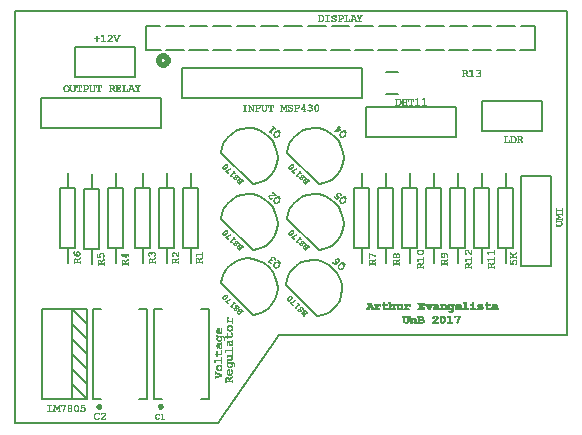
<source format=gbr>
G04 PROTEUS GERBER X2 FILE*
%TF.GenerationSoftware,Labcenter,Proteus,8.5-SP0-Build22067*%
%TF.CreationDate,2017-11-28T10:59:28+00:00*%
%TF.FileFunction,Legend,Top*%
%TF.FilePolarity,Positive*%
%TF.Part,Single*%
%FSLAX45Y45*%
%MOMM*%
G01*
%TA.AperFunction,Material*%
%ADD18C,0.203200*%
%ADD19C,0.031750*%
%ADD70C,0.250000*%
%ADD71C,0.200000*%
%ADD20C,0.508000*%
%ADD21C,0.152400*%
%TA.AperFunction,Profile*%
%ADD17C,0.203200*%
D18*
X+4152900Y+1371600D02*
X+4152900Y+1244600D01*
X+4089400Y+736600D02*
X+4216400Y+736600D01*
X+4216400Y+1244600D01*
X+4089400Y+1244600D01*
X+4089400Y+736600D01*
X+4152900Y+736600D02*
X+4152900Y+609600D01*
D19*
X+4188910Y+603117D02*
X+4188910Y+631057D01*
X+4191450Y+603117D02*
X+4191450Y+605657D01*
X+4191450Y+651377D02*
X+4191450Y+669157D01*
X+4191450Y+686937D02*
X+4191450Y+704717D01*
X+4193990Y+603117D02*
X+4193990Y+605657D01*
X+4193990Y+658997D02*
X+4193990Y+661537D01*
X+4193990Y+692017D02*
X+4193990Y+697097D01*
X+4196530Y+603117D02*
X+4196530Y+605657D01*
X+4196530Y+658997D02*
X+4196530Y+661537D01*
X+4196530Y+689477D02*
X+4196530Y+692017D01*
X+4199070Y+603117D02*
X+4199070Y+605657D01*
X+4199070Y+658997D02*
X+4199070Y+661537D01*
X+4199070Y+686937D02*
X+4199070Y+689477D01*
X+4201610Y+603117D02*
X+4201610Y+605657D01*
X+4201610Y+658997D02*
X+4201610Y+661537D01*
X+4201610Y+681857D02*
X+4201610Y+686937D01*
X+4204150Y+603117D02*
X+4204150Y+605657D01*
X+4204150Y+658997D02*
X+4204150Y+661537D01*
X+4204150Y+679317D02*
X+4204150Y+681857D01*
X+4206690Y+603117D02*
X+4206690Y+605657D01*
X+4206690Y+610737D02*
X+4206690Y+625977D01*
X+4206690Y+658997D02*
X+4206690Y+661537D01*
X+4206690Y+676777D02*
X+4206690Y+679317D01*
X+4209230Y+603117D02*
X+4209230Y+610737D01*
X+4209230Y+625977D02*
X+4209230Y+628517D01*
X+4209230Y+658997D02*
X+4209230Y+661537D01*
X+4209230Y+671697D02*
X+4209230Y+676777D01*
X+4211770Y+603117D02*
X+4211770Y+605657D01*
X+4211770Y+628517D02*
X+4211770Y+633597D01*
X+4211770Y+658997D02*
X+4211770Y+661537D01*
X+4211770Y+669157D02*
X+4211770Y+674237D01*
X+4214310Y+631057D02*
X+4214310Y+633597D01*
X+4214310Y+658997D02*
X+4214310Y+661537D01*
X+4214310Y+666617D02*
X+4214310Y+669157D01*
X+4214310Y+671697D02*
X+4214310Y+676777D01*
X+4216850Y+633597D02*
X+4216850Y+636137D01*
X+4216850Y+658997D02*
X+4216850Y+661537D01*
X+4216850Y+664077D02*
X+4216850Y+666617D01*
X+4216850Y+676777D02*
X+4216850Y+679317D01*
X+4219390Y+633597D02*
X+4219390Y+636137D01*
X+4219390Y+658997D02*
X+4219390Y+664077D01*
X+4219390Y+679317D02*
X+4219390Y+681857D01*
X+4221930Y+633597D02*
X+4221930Y+636137D01*
X+4221930Y+658997D02*
X+4221930Y+661537D01*
X+4221930Y+681857D02*
X+4221930Y+684397D01*
X+4224470Y+633597D02*
X+4224470Y+636137D01*
X+4224470Y+658997D02*
X+4224470Y+661537D01*
X+4224470Y+681857D02*
X+4224470Y+684397D01*
X+4227010Y+633597D02*
X+4227010Y+636137D01*
X+4227010Y+658997D02*
X+4227010Y+661537D01*
X+4227010Y+684397D02*
X+4227010Y+686937D01*
X+4229550Y+633597D02*
X+4229550Y+636137D01*
X+4229550Y+658997D02*
X+4229550Y+661537D01*
X+4229550Y+684397D02*
X+4229550Y+686937D01*
X+4232090Y+633597D02*
X+4232090Y+636137D01*
X+4232090Y+658997D02*
X+4232090Y+661537D01*
X+4232090Y+686937D02*
X+4232090Y+689477D01*
X+4234630Y+598037D02*
X+4234630Y+603117D01*
X+4234630Y+631057D02*
X+4234630Y+633597D01*
X+4234630Y+658997D02*
X+4234630Y+661537D01*
X+4234630Y+686937D02*
X+4234630Y+689477D01*
X+4237170Y+600577D02*
X+4237170Y+603117D01*
X+4237170Y+628517D02*
X+4237170Y+631057D01*
X+4237170Y+658997D02*
X+4237170Y+661537D01*
X+4237170Y+689477D02*
X+4237170Y+692017D01*
X+4239710Y+603117D02*
X+4239710Y+608197D01*
X+4239710Y+623437D02*
X+4239710Y+628517D01*
X+4239710Y+658997D02*
X+4239710Y+661537D01*
X+4239710Y+689477D02*
X+4239710Y+692017D01*
X+4242250Y+608197D02*
X+4242250Y+623437D01*
X+4242250Y+651377D02*
X+4242250Y+669157D01*
X+4242250Y+689477D02*
X+4242250Y+699637D01*
D18*
X+2971800Y+1676400D02*
X+3733800Y+1676400D01*
X+3733800Y+1930400D01*
X+2971800Y+1930400D01*
X+2971800Y+1676400D01*
D19*
X+3219118Y+1948630D02*
X+3249598Y+1948630D01*
X+3272458Y+1948630D02*
X+3290238Y+1948630D01*
X+3300398Y+1948630D02*
X+3318178Y+1948630D01*
X+3335958Y+1948630D02*
X+3363898Y+1948630D01*
X+3389298Y+1948630D02*
X+3422318Y+1948630D01*
X+3445178Y+1948630D02*
X+3478198Y+1948630D01*
X+3226738Y+1951170D02*
X+3229278Y+1951170D01*
X+3249598Y+1951170D02*
X+3254678Y+1951170D01*
X+3280078Y+1951170D02*
X+3282618Y+1951170D01*
X+3308018Y+1951170D02*
X+3310558Y+1951170D01*
X+3348658Y+1951170D02*
X+3351198Y+1951170D01*
X+3404538Y+1951170D02*
X+3407078Y+1951170D01*
X+3460418Y+1951170D02*
X+3462958Y+1951170D01*
X+3226738Y+1953710D02*
X+3229278Y+1953710D01*
X+3254678Y+1953710D02*
X+3257218Y+1953710D01*
X+3280078Y+1953710D02*
X+3282618Y+1953710D01*
X+3308018Y+1953710D02*
X+3310558Y+1953710D01*
X+3348658Y+1953710D02*
X+3351198Y+1953710D01*
X+3404538Y+1953710D02*
X+3407078Y+1953710D01*
X+3460418Y+1953710D02*
X+3462958Y+1953710D01*
X+3226738Y+1956250D02*
X+3229278Y+1956250D01*
X+3257218Y+1956250D02*
X+3259758Y+1956250D01*
X+3280078Y+1956250D02*
X+3282618Y+1956250D01*
X+3308018Y+1956250D02*
X+3310558Y+1956250D01*
X+3348658Y+1956250D02*
X+3351198Y+1956250D01*
X+3404538Y+1956250D02*
X+3407078Y+1956250D01*
X+3460418Y+1956250D02*
X+3462958Y+1956250D01*
X+3226738Y+1958790D02*
X+3229278Y+1958790D01*
X+3259758Y+1958790D02*
X+3262298Y+1958790D01*
X+3280078Y+1958790D02*
X+3282618Y+1958790D01*
X+3308018Y+1958790D02*
X+3310558Y+1958790D01*
X+3348658Y+1958790D02*
X+3351198Y+1958790D01*
X+3404538Y+1958790D02*
X+3407078Y+1958790D01*
X+3460418Y+1958790D02*
X+3462958Y+1958790D01*
X+3226738Y+1961330D02*
X+3229278Y+1961330D01*
X+3259758Y+1961330D02*
X+3262298Y+1961330D01*
X+3280078Y+1961330D02*
X+3282618Y+1961330D01*
X+3308018Y+1961330D02*
X+3310558Y+1961330D01*
X+3348658Y+1961330D02*
X+3351198Y+1961330D01*
X+3404538Y+1961330D02*
X+3407078Y+1961330D01*
X+3460418Y+1961330D02*
X+3462958Y+1961330D01*
X+3226738Y+1963870D02*
X+3229278Y+1963870D01*
X+3262298Y+1963870D02*
X+3264838Y+1963870D01*
X+3280078Y+1963870D02*
X+3282618Y+1963870D01*
X+3308018Y+1963870D02*
X+3310558Y+1963870D01*
X+3348658Y+1963870D02*
X+3351198Y+1963870D01*
X+3404538Y+1963870D02*
X+3407078Y+1963870D01*
X+3460418Y+1963870D02*
X+3462958Y+1963870D01*
X+3226738Y+1966410D02*
X+3229278Y+1966410D01*
X+3262298Y+1966410D02*
X+3264838Y+1966410D01*
X+3280078Y+1966410D02*
X+3282618Y+1966410D01*
X+3308018Y+1966410D02*
X+3310558Y+1966410D01*
X+3348658Y+1966410D02*
X+3351198Y+1966410D01*
X+3404538Y+1966410D02*
X+3407078Y+1966410D01*
X+3460418Y+1966410D02*
X+3462958Y+1966410D01*
X+3226738Y+1968950D02*
X+3229278Y+1968950D01*
X+3262298Y+1968950D02*
X+3264838Y+1968950D01*
X+3280078Y+1968950D02*
X+3282618Y+1968950D01*
X+3308018Y+1968950D02*
X+3310558Y+1968950D01*
X+3348658Y+1968950D02*
X+3351198Y+1968950D01*
X+3404538Y+1968950D02*
X+3407078Y+1968950D01*
X+3460418Y+1968950D02*
X+3462958Y+1968950D01*
X+3226738Y+1971490D02*
X+3229278Y+1971490D01*
X+3262298Y+1971490D02*
X+3264838Y+1971490D01*
X+3280078Y+1971490D02*
X+3282618Y+1971490D01*
X+3308018Y+1971490D02*
X+3310558Y+1971490D01*
X+3348658Y+1971490D02*
X+3351198Y+1971490D01*
X+3404538Y+1971490D02*
X+3407078Y+1971490D01*
X+3460418Y+1971490D02*
X+3462958Y+1971490D01*
X+3226738Y+1974030D02*
X+3229278Y+1974030D01*
X+3262298Y+1974030D02*
X+3264838Y+1974030D01*
X+3280078Y+1974030D02*
X+3310558Y+1974030D01*
X+3348658Y+1974030D02*
X+3351198Y+1974030D01*
X+3404538Y+1974030D02*
X+3407078Y+1974030D01*
X+3460418Y+1974030D02*
X+3462958Y+1974030D01*
X+3226738Y+1976570D02*
X+3229278Y+1976570D01*
X+3262298Y+1976570D02*
X+3264838Y+1976570D01*
X+3280078Y+1976570D02*
X+3282618Y+1976570D01*
X+3308018Y+1976570D02*
X+3310558Y+1976570D01*
X+3348658Y+1976570D02*
X+3351198Y+1976570D01*
X+3404538Y+1976570D02*
X+3407078Y+1976570D01*
X+3460418Y+1976570D02*
X+3462958Y+1976570D01*
X+3226738Y+1979110D02*
X+3229278Y+1979110D01*
X+3262298Y+1979110D02*
X+3264838Y+1979110D01*
X+3280078Y+1979110D02*
X+3282618Y+1979110D01*
X+3308018Y+1979110D02*
X+3310558Y+1979110D01*
X+3348658Y+1979110D02*
X+3351198Y+1979110D01*
X+3404538Y+1979110D02*
X+3407078Y+1979110D01*
X+3460418Y+1979110D02*
X+3462958Y+1979110D01*
X+3226738Y+1981650D02*
X+3229278Y+1981650D01*
X+3262298Y+1981650D02*
X+3264838Y+1981650D01*
X+3280078Y+1981650D02*
X+3282618Y+1981650D01*
X+3308018Y+1981650D02*
X+3310558Y+1981650D01*
X+3348658Y+1981650D02*
X+3351198Y+1981650D01*
X+3404538Y+1981650D02*
X+3407078Y+1981650D01*
X+3460418Y+1981650D02*
X+3462958Y+1981650D01*
X+3226738Y+1984190D02*
X+3229278Y+1984190D01*
X+3262298Y+1984190D02*
X+3264838Y+1984190D01*
X+3280078Y+1984190D02*
X+3282618Y+1984190D01*
X+3308018Y+1984190D02*
X+3310558Y+1984190D01*
X+3328338Y+1984190D02*
X+3330878Y+1984190D01*
X+3348658Y+1984190D02*
X+3351198Y+1984190D01*
X+3368978Y+1984190D02*
X+3371518Y+1984190D01*
X+3404538Y+1984190D02*
X+3407078Y+1984190D01*
X+3460418Y+1984190D02*
X+3462958Y+1984190D01*
X+3226738Y+1986730D02*
X+3229278Y+1986730D01*
X+3259758Y+1986730D02*
X+3262298Y+1986730D01*
X+3280078Y+1986730D02*
X+3282618Y+1986730D01*
X+3308018Y+1986730D02*
X+3310558Y+1986730D01*
X+3328338Y+1986730D02*
X+3330878Y+1986730D01*
X+3348658Y+1986730D02*
X+3351198Y+1986730D01*
X+3368978Y+1986730D02*
X+3371518Y+1986730D01*
X+3404538Y+1986730D02*
X+3407078Y+1986730D01*
X+3460418Y+1986730D02*
X+3462958Y+1986730D01*
X+3226738Y+1989270D02*
X+3229278Y+1989270D01*
X+3259758Y+1989270D02*
X+3262298Y+1989270D01*
X+3280078Y+1989270D02*
X+3282618Y+1989270D01*
X+3308018Y+1989270D02*
X+3310558Y+1989270D01*
X+3328338Y+1989270D02*
X+3330878Y+1989270D01*
X+3348658Y+1989270D02*
X+3351198Y+1989270D01*
X+3368978Y+1989270D02*
X+3371518Y+1989270D01*
X+3404538Y+1989270D02*
X+3407078Y+1989270D01*
X+3460418Y+1989270D02*
X+3462958Y+1989270D01*
X+3226738Y+1991810D02*
X+3229278Y+1991810D01*
X+3257218Y+1991810D02*
X+3259758Y+1991810D01*
X+3280078Y+1991810D02*
X+3282618Y+1991810D01*
X+3308018Y+1991810D02*
X+3310558Y+1991810D01*
X+3328338Y+1991810D02*
X+3330878Y+1991810D01*
X+3348658Y+1991810D02*
X+3351198Y+1991810D01*
X+3368978Y+1991810D02*
X+3371518Y+1991810D01*
X+3404538Y+1991810D02*
X+3407078Y+1991810D01*
X+3460418Y+1991810D02*
X+3462958Y+1991810D01*
X+3226738Y+1994350D02*
X+3229278Y+1994350D01*
X+3254678Y+1994350D02*
X+3257218Y+1994350D01*
X+3280078Y+1994350D02*
X+3282618Y+1994350D01*
X+3308018Y+1994350D02*
X+3310558Y+1994350D01*
X+3328338Y+1994350D02*
X+3330878Y+1994350D01*
X+3348658Y+1994350D02*
X+3351198Y+1994350D01*
X+3368978Y+1994350D02*
X+3371518Y+1994350D01*
X+3389298Y+1994350D02*
X+3394378Y+1994350D01*
X+3404538Y+1994350D02*
X+3407078Y+1994350D01*
X+3445178Y+1994350D02*
X+3450258Y+1994350D01*
X+3460418Y+1994350D02*
X+3462958Y+1994350D01*
X+3226738Y+1996890D02*
X+3229278Y+1996890D01*
X+3252138Y+1996890D02*
X+3254678Y+1996890D01*
X+3280078Y+1996890D02*
X+3282618Y+1996890D01*
X+3308018Y+1996890D02*
X+3310558Y+1996890D01*
X+3328338Y+1996890D02*
X+3330878Y+1996890D01*
X+3348658Y+1996890D02*
X+3351198Y+1996890D01*
X+3368978Y+1996890D02*
X+3371518Y+1996890D01*
X+3389298Y+1996890D02*
X+3399458Y+1996890D01*
X+3404538Y+1996890D02*
X+3407078Y+1996890D01*
X+3445178Y+1996890D02*
X+3455338Y+1996890D01*
X+3460418Y+1996890D02*
X+3462958Y+1996890D01*
X+3219118Y+1999430D02*
X+3252138Y+1999430D01*
X+3272458Y+1999430D02*
X+3290238Y+1999430D01*
X+3300398Y+1999430D02*
X+3318178Y+1999430D01*
X+3328338Y+1999430D02*
X+3371518Y+1999430D01*
X+3396918Y+1999430D02*
X+3407078Y+1999430D01*
X+3452798Y+1999430D02*
X+3462958Y+1999430D01*
X+3401998Y+2001970D02*
X+3407078Y+2001970D01*
X+3457878Y+2001970D02*
X+3462958Y+2001970D01*
D18*
X+1409700Y+2006600D02*
X+2933700Y+2006600D01*
X+2933700Y+2260600D01*
X+1409700Y+2260600D01*
X+1409700Y+2006600D01*
D19*
X+1925793Y+1897830D02*
X+1958813Y+1897830D01*
X+1968973Y+1897830D02*
X+1986753Y+1897830D01*
X+2012153Y+1897830D02*
X+2014693Y+1897830D01*
X+2032473Y+1897830D02*
X+2057873Y+1897830D01*
X+2101053Y+1897830D02*
X+2113753Y+1897830D01*
X+2149313Y+1897830D02*
X+2177253Y+1897830D01*
X+2243293Y+1897830D02*
X+2261073Y+1897830D01*
X+2283933Y+1897830D02*
X+2301713Y+1897830D01*
X+2309333Y+1897830D02*
X+2311873Y+1897830D01*
X+2319493Y+1897830D02*
X+2337273Y+1897830D01*
X+2362673Y+1897830D02*
X+2388073Y+1897830D01*
X+2433793Y+1897830D02*
X+2451573Y+1897830D01*
X+2484593Y+1897830D02*
X+2499833Y+1897830D01*
X+2543013Y+1897830D02*
X+2555713Y+1897830D01*
X+1941033Y+1900370D02*
X+1943573Y+1900370D01*
X+1976593Y+1900370D02*
X+1979133Y+1900370D01*
X+2009613Y+1900370D02*
X+2014693Y+1900370D01*
X+2040093Y+1900370D02*
X+2042633Y+1900370D01*
X+2095973Y+1900370D02*
X+2101053Y+1900370D01*
X+2113753Y+1900370D02*
X+2118833Y+1900370D01*
X+2162013Y+1900370D02*
X+2164553Y+1900370D01*
X+2250913Y+1900370D02*
X+2253453Y+1900370D01*
X+2291553Y+1900370D02*
X+2294093Y+1900370D01*
X+2309333Y+1900370D02*
X+2311873Y+1900370D01*
X+2314413Y+1900370D02*
X+2319493Y+1900370D01*
X+2337273Y+1900370D02*
X+2342353Y+1900370D01*
X+2370293Y+1900370D02*
X+2372833Y+1900370D01*
X+2443953Y+1900370D02*
X+2446493Y+1900370D01*
X+2476973Y+1900370D02*
X+2484593Y+1900370D01*
X+2499833Y+1900370D02*
X+2504913Y+1900370D01*
X+2540473Y+1900370D02*
X+2543013Y+1900370D01*
X+2555713Y+1900370D02*
X+2560793Y+1900370D01*
X+1941033Y+1902910D02*
X+1943573Y+1902910D01*
X+1976593Y+1902910D02*
X+1979133Y+1902910D01*
X+2009613Y+1902910D02*
X+2014693Y+1902910D01*
X+2040093Y+1902910D02*
X+2042633Y+1902910D01*
X+2093433Y+1902910D02*
X+2095973Y+1902910D01*
X+2118833Y+1902910D02*
X+2121373Y+1902910D01*
X+2162013Y+1902910D02*
X+2164553Y+1902910D01*
X+2250913Y+1902910D02*
X+2253453Y+1902910D01*
X+2291553Y+1902910D02*
X+2294093Y+1902910D01*
X+2309333Y+1902910D02*
X+2316953Y+1902910D01*
X+2342353Y+1902910D02*
X+2344893Y+1902910D01*
X+2370293Y+1902910D02*
X+2372833Y+1902910D01*
X+2443953Y+1902910D02*
X+2446493Y+1902910D01*
X+2474433Y+1902910D02*
X+2479513Y+1902910D01*
X+2504913Y+1902910D02*
X+2507453Y+1902910D01*
X+2537933Y+1902910D02*
X+2540473Y+1902910D01*
X+2560793Y+1902910D02*
X+2563333Y+1902910D01*
X+1941033Y+1905450D02*
X+1943573Y+1905450D01*
X+1976593Y+1905450D02*
X+1979133Y+1905450D01*
X+2007073Y+1905450D02*
X+2009613Y+1905450D01*
X+2012153Y+1905450D02*
X+2014693Y+1905450D01*
X+2040093Y+1905450D02*
X+2042633Y+1905450D01*
X+2090893Y+1905450D02*
X+2093433Y+1905450D01*
X+2121373Y+1905450D02*
X+2123913Y+1905450D01*
X+2162013Y+1905450D02*
X+2164553Y+1905450D01*
X+2250913Y+1905450D02*
X+2253453Y+1905450D01*
X+2291553Y+1905450D02*
X+2294093Y+1905450D01*
X+2309333Y+1905450D02*
X+2314413Y+1905450D01*
X+2342353Y+1905450D02*
X+2344893Y+1905450D01*
X+2370293Y+1905450D02*
X+2372833Y+1905450D01*
X+2443953Y+1905450D02*
X+2446493Y+1905450D01*
X+2507453Y+1905450D02*
X+2509993Y+1905450D01*
X+2537933Y+1905450D02*
X+2540473Y+1905450D01*
X+2560793Y+1905450D02*
X+2565873Y+1905450D01*
X+1941033Y+1907990D02*
X+1943573Y+1907990D01*
X+1976593Y+1907990D02*
X+1979133Y+1907990D01*
X+2004533Y+1907990D02*
X+2007073Y+1907990D01*
X+2012153Y+1907990D02*
X+2014693Y+1907990D01*
X+2040093Y+1907990D02*
X+2042633Y+1907990D01*
X+2088353Y+1907990D02*
X+2090893Y+1907990D01*
X+2121373Y+1907990D02*
X+2123913Y+1907990D01*
X+2162013Y+1907990D02*
X+2164553Y+1907990D01*
X+2250913Y+1907990D02*
X+2253453Y+1907990D01*
X+2291553Y+1907990D02*
X+2294093Y+1907990D01*
X+2309333Y+1907990D02*
X+2311873Y+1907990D01*
X+2344893Y+1907990D02*
X+2347433Y+1907990D01*
X+2370293Y+1907990D02*
X+2372833Y+1907990D01*
X+2443953Y+1907990D02*
X+2446493Y+1907990D01*
X+2509993Y+1907990D02*
X+2512533Y+1907990D01*
X+2535393Y+1907990D02*
X+2537933Y+1907990D01*
X+2563333Y+1907990D02*
X+2565873Y+1907990D01*
X+1941033Y+1910530D02*
X+1943573Y+1910530D01*
X+1976593Y+1910530D02*
X+1979133Y+1910530D01*
X+2001993Y+1910530D02*
X+2007073Y+1910530D01*
X+2012153Y+1910530D02*
X+2014693Y+1910530D01*
X+2040093Y+1910530D02*
X+2042633Y+1910530D01*
X+2088353Y+1910530D02*
X+2090893Y+1910530D01*
X+2123913Y+1910530D02*
X+2126453Y+1910530D01*
X+2162013Y+1910530D02*
X+2164553Y+1910530D01*
X+2250913Y+1910530D02*
X+2253453Y+1910530D01*
X+2291553Y+1910530D02*
X+2294093Y+1910530D01*
X+2309333Y+1910530D02*
X+2311873Y+1910530D01*
X+2344893Y+1910530D02*
X+2347433Y+1910530D01*
X+2370293Y+1910530D02*
X+2372833Y+1910530D01*
X+2421093Y+1910530D02*
X+2451573Y+1910530D01*
X+2509993Y+1910530D02*
X+2512533Y+1910530D01*
X+2535393Y+1910530D02*
X+2537933Y+1910530D01*
X+2563333Y+1910530D02*
X+2565873Y+1910530D01*
X+1941033Y+1913070D02*
X+1943573Y+1913070D01*
X+1976593Y+1913070D02*
X+1979133Y+1913070D01*
X+2001993Y+1913070D02*
X+2004533Y+1913070D01*
X+2012153Y+1913070D02*
X+2014693Y+1913070D01*
X+2040093Y+1913070D02*
X+2042633Y+1913070D01*
X+2088353Y+1913070D02*
X+2090893Y+1913070D01*
X+2123913Y+1913070D02*
X+2126453Y+1913070D01*
X+2162013Y+1913070D02*
X+2164553Y+1913070D01*
X+2250913Y+1913070D02*
X+2253453Y+1913070D01*
X+2291553Y+1913070D02*
X+2294093Y+1913070D01*
X+2344893Y+1913070D02*
X+2347433Y+1913070D01*
X+2370293Y+1913070D02*
X+2372833Y+1913070D01*
X+2421093Y+1913070D02*
X+2423633Y+1913070D01*
X+2443953Y+1913070D02*
X+2446493Y+1913070D01*
X+2509993Y+1913070D02*
X+2512533Y+1913070D01*
X+2532853Y+1913070D02*
X+2535393Y+1913070D01*
X+2565873Y+1913070D02*
X+2568413Y+1913070D01*
X+1941033Y+1915610D02*
X+1943573Y+1915610D01*
X+1976593Y+1915610D02*
X+1979133Y+1915610D01*
X+1999453Y+1915610D02*
X+2001993Y+1915610D01*
X+2012153Y+1915610D02*
X+2014693Y+1915610D01*
X+2040093Y+1915610D02*
X+2042633Y+1915610D01*
X+2088353Y+1915610D02*
X+2090893Y+1915610D01*
X+2123913Y+1915610D02*
X+2126453Y+1915610D01*
X+2162013Y+1915610D02*
X+2164553Y+1915610D01*
X+2250913Y+1915610D02*
X+2253453Y+1915610D01*
X+2271233Y+1915610D02*
X+2273773Y+1915610D01*
X+2291553Y+1915610D02*
X+2294093Y+1915610D01*
X+2344893Y+1915610D02*
X+2347433Y+1915610D01*
X+2370293Y+1915610D02*
X+2372833Y+1915610D01*
X+2421093Y+1915610D02*
X+2423633Y+1915610D01*
X+2443953Y+1915610D02*
X+2446493Y+1915610D01*
X+2509993Y+1915610D02*
X+2512533Y+1915610D01*
X+2532853Y+1915610D02*
X+2535393Y+1915610D01*
X+2565873Y+1915610D02*
X+2568413Y+1915610D01*
X+1941033Y+1918150D02*
X+1943573Y+1918150D01*
X+1976593Y+1918150D02*
X+1979133Y+1918150D01*
X+1996913Y+1918150D02*
X+1999453Y+1918150D01*
X+2012153Y+1918150D02*
X+2014693Y+1918150D01*
X+2040093Y+1918150D02*
X+2042633Y+1918150D01*
X+2088353Y+1918150D02*
X+2090893Y+1918150D01*
X+2123913Y+1918150D02*
X+2126453Y+1918150D01*
X+2162013Y+1918150D02*
X+2164553Y+1918150D01*
X+2250913Y+1918150D02*
X+2253453Y+1918150D01*
X+2268693Y+1918150D02*
X+2271233Y+1918150D01*
X+2273773Y+1918150D02*
X+2276313Y+1918150D01*
X+2291553Y+1918150D02*
X+2294093Y+1918150D01*
X+2342353Y+1918150D02*
X+2344893Y+1918150D01*
X+2370293Y+1918150D02*
X+2372833Y+1918150D01*
X+2423633Y+1918150D02*
X+2426173Y+1918150D01*
X+2443953Y+1918150D02*
X+2446493Y+1918150D01*
X+2507453Y+1918150D02*
X+2512533Y+1918150D01*
X+2532853Y+1918150D02*
X+2535393Y+1918150D01*
X+2565873Y+1918150D02*
X+2568413Y+1918150D01*
X+1941033Y+1920690D02*
X+1943573Y+1920690D01*
X+1976593Y+1920690D02*
X+1979133Y+1920690D01*
X+1996913Y+1920690D02*
X+1999453Y+1920690D01*
X+2012153Y+1920690D02*
X+2014693Y+1920690D01*
X+2040093Y+1920690D02*
X+2062953Y+1920690D01*
X+2088353Y+1920690D02*
X+2090893Y+1920690D01*
X+2123913Y+1920690D02*
X+2126453Y+1920690D01*
X+2162013Y+1920690D02*
X+2164553Y+1920690D01*
X+2250913Y+1920690D02*
X+2253453Y+1920690D01*
X+2268693Y+1920690D02*
X+2271233Y+1920690D01*
X+2273773Y+1920690D02*
X+2276313Y+1920690D01*
X+2291553Y+1920690D02*
X+2294093Y+1920690D01*
X+2337273Y+1920690D02*
X+2342353Y+1920690D01*
X+2370293Y+1920690D02*
X+2393153Y+1920690D01*
X+2423633Y+1920690D02*
X+2426173Y+1920690D01*
X+2443953Y+1920690D02*
X+2446493Y+1920690D01*
X+2507453Y+1920690D02*
X+2509993Y+1920690D01*
X+2532853Y+1920690D02*
X+2535393Y+1920690D01*
X+2565873Y+1920690D02*
X+2568413Y+1920690D01*
X+1941033Y+1923230D02*
X+1943573Y+1923230D01*
X+1976593Y+1923230D02*
X+1979133Y+1923230D01*
X+1994373Y+1923230D02*
X+1996913Y+1923230D01*
X+2012153Y+1923230D02*
X+2014693Y+1923230D01*
X+2040093Y+1923230D02*
X+2042633Y+1923230D01*
X+2062953Y+1923230D02*
X+2068033Y+1923230D01*
X+2088353Y+1923230D02*
X+2090893Y+1923230D01*
X+2123913Y+1923230D02*
X+2126453Y+1923230D01*
X+2162013Y+1923230D02*
X+2164553Y+1923230D01*
X+2250913Y+1923230D02*
X+2253453Y+1923230D01*
X+2266153Y+1923230D02*
X+2268693Y+1923230D01*
X+2276313Y+1923230D02*
X+2278853Y+1923230D01*
X+2291553Y+1923230D02*
X+2294093Y+1923230D01*
X+2324573Y+1923230D02*
X+2337273Y+1923230D01*
X+2370293Y+1923230D02*
X+2372833Y+1923230D01*
X+2393153Y+1923230D02*
X+2398233Y+1923230D01*
X+2426173Y+1923230D02*
X+2428713Y+1923230D01*
X+2443953Y+1923230D02*
X+2446493Y+1923230D01*
X+2504913Y+1923230D02*
X+2509993Y+1923230D01*
X+2532853Y+1923230D02*
X+2535393Y+1923230D01*
X+2565873Y+1923230D02*
X+2568413Y+1923230D01*
X+1941033Y+1925770D02*
X+1943573Y+1925770D01*
X+1976593Y+1925770D02*
X+1979133Y+1925770D01*
X+1991833Y+1925770D02*
X+1994373Y+1925770D01*
X+2012153Y+1925770D02*
X+2014693Y+1925770D01*
X+2040093Y+1925770D02*
X+2042633Y+1925770D01*
X+2068033Y+1925770D02*
X+2073113Y+1925770D01*
X+2088353Y+1925770D02*
X+2090893Y+1925770D01*
X+2123913Y+1925770D02*
X+2126453Y+1925770D01*
X+2162013Y+1925770D02*
X+2164553Y+1925770D01*
X+2250913Y+1925770D02*
X+2253453Y+1925770D01*
X+2266153Y+1925770D02*
X+2268693Y+1925770D01*
X+2276313Y+1925770D02*
X+2278853Y+1925770D01*
X+2291553Y+1925770D02*
X+2294093Y+1925770D01*
X+2316953Y+1925770D02*
X+2324573Y+1925770D01*
X+2370293Y+1925770D02*
X+2372833Y+1925770D01*
X+2398233Y+1925770D02*
X+2403313Y+1925770D01*
X+2426173Y+1925770D02*
X+2428713Y+1925770D01*
X+2443953Y+1925770D02*
X+2446493Y+1925770D01*
X+2499833Y+1925770D02*
X+2504913Y+1925770D01*
X+2532853Y+1925770D02*
X+2535393Y+1925770D01*
X+2565873Y+1925770D02*
X+2568413Y+1925770D01*
X+1941033Y+1928310D02*
X+1943573Y+1928310D01*
X+1976593Y+1928310D02*
X+1979133Y+1928310D01*
X+1991833Y+1928310D02*
X+1994373Y+1928310D01*
X+2012153Y+1928310D02*
X+2014693Y+1928310D01*
X+2040093Y+1928310D02*
X+2042633Y+1928310D01*
X+2070573Y+1928310D02*
X+2073113Y+1928310D01*
X+2088353Y+1928310D02*
X+2090893Y+1928310D01*
X+2123913Y+1928310D02*
X+2126453Y+1928310D01*
X+2162013Y+1928310D02*
X+2164553Y+1928310D01*
X+2250913Y+1928310D02*
X+2253453Y+1928310D01*
X+2263613Y+1928310D02*
X+2266153Y+1928310D01*
X+2278853Y+1928310D02*
X+2281393Y+1928310D01*
X+2291553Y+1928310D02*
X+2294093Y+1928310D01*
X+2314413Y+1928310D02*
X+2319493Y+1928310D01*
X+2370293Y+1928310D02*
X+2372833Y+1928310D01*
X+2400773Y+1928310D02*
X+2403313Y+1928310D01*
X+2428713Y+1928310D02*
X+2431253Y+1928310D01*
X+2443953Y+1928310D02*
X+2446493Y+1928310D01*
X+2489673Y+1928310D02*
X+2502373Y+1928310D01*
X+2532853Y+1928310D02*
X+2535393Y+1928310D01*
X+2565873Y+1928310D02*
X+2568413Y+1928310D01*
X+1941033Y+1930850D02*
X+1943573Y+1930850D01*
X+1976593Y+1930850D02*
X+1979133Y+1930850D01*
X+1989293Y+1930850D02*
X+1991833Y+1930850D01*
X+2012153Y+1930850D02*
X+2014693Y+1930850D01*
X+2040093Y+1930850D02*
X+2042633Y+1930850D01*
X+2073113Y+1930850D02*
X+2075653Y+1930850D01*
X+2088353Y+1930850D02*
X+2090893Y+1930850D01*
X+2123913Y+1930850D02*
X+2126453Y+1930850D01*
X+2162013Y+1930850D02*
X+2164553Y+1930850D01*
X+2250913Y+1930850D02*
X+2253453Y+1930850D01*
X+2261073Y+1930850D02*
X+2263613Y+1930850D01*
X+2278853Y+1930850D02*
X+2281393Y+1930850D01*
X+2291553Y+1930850D02*
X+2294093Y+1930850D01*
X+2311873Y+1930850D02*
X+2316953Y+1930850D01*
X+2370293Y+1930850D02*
X+2372833Y+1930850D01*
X+2403313Y+1930850D02*
X+2405853Y+1930850D01*
X+2431253Y+1930850D02*
X+2433793Y+1930850D01*
X+2443953Y+1930850D02*
X+2446493Y+1930850D01*
X+2502373Y+1930850D02*
X+2507453Y+1930850D01*
X+2532853Y+1930850D02*
X+2535393Y+1930850D01*
X+2565873Y+1930850D02*
X+2568413Y+1930850D01*
X+1941033Y+1933390D02*
X+1943573Y+1933390D01*
X+1976593Y+1933390D02*
X+1979133Y+1933390D01*
X+1986753Y+1933390D02*
X+1989293Y+1933390D01*
X+2012153Y+1933390D02*
X+2014693Y+1933390D01*
X+2040093Y+1933390D02*
X+2042633Y+1933390D01*
X+2073113Y+1933390D02*
X+2075653Y+1933390D01*
X+2088353Y+1933390D02*
X+2090893Y+1933390D01*
X+2123913Y+1933390D02*
X+2126453Y+1933390D01*
X+2141693Y+1933390D02*
X+2144233Y+1933390D01*
X+2162013Y+1933390D02*
X+2164553Y+1933390D01*
X+2182333Y+1933390D02*
X+2184873Y+1933390D01*
X+2250913Y+1933390D02*
X+2253453Y+1933390D01*
X+2261073Y+1933390D02*
X+2263613Y+1933390D01*
X+2281393Y+1933390D02*
X+2283933Y+1933390D01*
X+2291553Y+1933390D02*
X+2294093Y+1933390D01*
X+2311873Y+1933390D02*
X+2314413Y+1933390D01*
X+2370293Y+1933390D02*
X+2372833Y+1933390D01*
X+2403313Y+1933390D02*
X+2405853Y+1933390D01*
X+2431253Y+1933390D02*
X+2433793Y+1933390D01*
X+2443953Y+1933390D02*
X+2446493Y+1933390D01*
X+2504913Y+1933390D02*
X+2507453Y+1933390D01*
X+2532853Y+1933390D02*
X+2535393Y+1933390D01*
X+2565873Y+1933390D02*
X+2568413Y+1933390D01*
X+1941033Y+1935930D02*
X+1943573Y+1935930D01*
X+1976593Y+1935930D02*
X+1979133Y+1935930D01*
X+1984213Y+1935930D02*
X+1989293Y+1935930D01*
X+2012153Y+1935930D02*
X+2014693Y+1935930D01*
X+2040093Y+1935930D02*
X+2042633Y+1935930D01*
X+2073113Y+1935930D02*
X+2075653Y+1935930D01*
X+2088353Y+1935930D02*
X+2090893Y+1935930D01*
X+2123913Y+1935930D02*
X+2126453Y+1935930D01*
X+2141693Y+1935930D02*
X+2144233Y+1935930D01*
X+2162013Y+1935930D02*
X+2164553Y+1935930D01*
X+2182333Y+1935930D02*
X+2184873Y+1935930D01*
X+2250913Y+1935930D02*
X+2253453Y+1935930D01*
X+2258533Y+1935930D02*
X+2261073Y+1935930D01*
X+2283933Y+1935930D02*
X+2286473Y+1935930D01*
X+2291553Y+1935930D02*
X+2294093Y+1935930D01*
X+2311873Y+1935930D02*
X+2314413Y+1935930D01*
X+2344893Y+1935930D02*
X+2347433Y+1935930D01*
X+2370293Y+1935930D02*
X+2372833Y+1935930D01*
X+2403313Y+1935930D02*
X+2405853Y+1935930D01*
X+2433793Y+1935930D02*
X+2436333Y+1935930D01*
X+2443953Y+1935930D02*
X+2446493Y+1935930D01*
X+2507453Y+1935930D02*
X+2509993Y+1935930D01*
X+2532853Y+1935930D02*
X+2535393Y+1935930D01*
X+2565873Y+1935930D02*
X+2568413Y+1935930D01*
X+1941033Y+1938470D02*
X+1943573Y+1938470D01*
X+1976593Y+1938470D02*
X+1979133Y+1938470D01*
X+1984213Y+1938470D02*
X+1986753Y+1938470D01*
X+2012153Y+1938470D02*
X+2014693Y+1938470D01*
X+2040093Y+1938470D02*
X+2042633Y+1938470D01*
X+2073113Y+1938470D02*
X+2075653Y+1938470D01*
X+2088353Y+1938470D02*
X+2090893Y+1938470D01*
X+2123913Y+1938470D02*
X+2126453Y+1938470D01*
X+2141693Y+1938470D02*
X+2144233Y+1938470D01*
X+2162013Y+1938470D02*
X+2164553Y+1938470D01*
X+2182333Y+1938470D02*
X+2184873Y+1938470D01*
X+2250913Y+1938470D02*
X+2253453Y+1938470D01*
X+2258533Y+1938470D02*
X+2261073Y+1938470D01*
X+2283933Y+1938470D02*
X+2286473Y+1938470D01*
X+2291553Y+1938470D02*
X+2294093Y+1938470D01*
X+2311873Y+1938470D02*
X+2314413Y+1938470D01*
X+2344893Y+1938470D02*
X+2347433Y+1938470D01*
X+2370293Y+1938470D02*
X+2372833Y+1938470D01*
X+2403313Y+1938470D02*
X+2405853Y+1938470D01*
X+2433793Y+1938470D02*
X+2436333Y+1938470D01*
X+2443953Y+1938470D02*
X+2446493Y+1938470D01*
X+2507453Y+1938470D02*
X+2509993Y+1938470D01*
X+2535393Y+1938470D02*
X+2537933Y+1938470D01*
X+2563333Y+1938470D02*
X+2565873Y+1938470D01*
X+1941033Y+1941010D02*
X+1943573Y+1941010D01*
X+1976593Y+1941010D02*
X+1979133Y+1941010D01*
X+1981673Y+1941010D02*
X+1984213Y+1941010D01*
X+2012153Y+1941010D02*
X+2014693Y+1941010D01*
X+2040093Y+1941010D02*
X+2042633Y+1941010D01*
X+2070573Y+1941010D02*
X+2073113Y+1941010D01*
X+2088353Y+1941010D02*
X+2090893Y+1941010D01*
X+2123913Y+1941010D02*
X+2126453Y+1941010D01*
X+2141693Y+1941010D02*
X+2144233Y+1941010D01*
X+2162013Y+1941010D02*
X+2164553Y+1941010D01*
X+2182333Y+1941010D02*
X+2184873Y+1941010D01*
X+2250913Y+1941010D02*
X+2253453Y+1941010D01*
X+2255993Y+1941010D02*
X+2258533Y+1941010D01*
X+2286473Y+1941010D02*
X+2289013Y+1941010D01*
X+2291553Y+1941010D02*
X+2294093Y+1941010D01*
X+2311873Y+1941010D02*
X+2314413Y+1941010D01*
X+2342353Y+1941010D02*
X+2347433Y+1941010D01*
X+2370293Y+1941010D02*
X+2372833Y+1941010D01*
X+2400773Y+1941010D02*
X+2403313Y+1941010D01*
X+2436333Y+1941010D02*
X+2438873Y+1941010D01*
X+2443953Y+1941010D02*
X+2446493Y+1941010D01*
X+2507453Y+1941010D02*
X+2509993Y+1941010D01*
X+2535393Y+1941010D02*
X+2537933Y+1941010D01*
X+2563333Y+1941010D02*
X+2565873Y+1941010D01*
X+1941033Y+1943550D02*
X+1943573Y+1943550D01*
X+1976593Y+1943550D02*
X+1981673Y+1943550D01*
X+2012153Y+1943550D02*
X+2014693Y+1943550D01*
X+2040093Y+1943550D02*
X+2042633Y+1943550D01*
X+2070573Y+1943550D02*
X+2073113Y+1943550D01*
X+2088353Y+1943550D02*
X+2090893Y+1943550D01*
X+2123913Y+1943550D02*
X+2126453Y+1943550D01*
X+2141693Y+1943550D02*
X+2144233Y+1943550D01*
X+2162013Y+1943550D02*
X+2164553Y+1943550D01*
X+2182333Y+1943550D02*
X+2184873Y+1943550D01*
X+2250913Y+1943550D02*
X+2253453Y+1943550D01*
X+2255993Y+1943550D02*
X+2258533Y+1943550D01*
X+2286473Y+1943550D02*
X+2289013Y+1943550D01*
X+2291553Y+1943550D02*
X+2294093Y+1943550D01*
X+2314413Y+1943550D02*
X+2316953Y+1943550D01*
X+2342353Y+1943550D02*
X+2347433Y+1943550D01*
X+2370293Y+1943550D02*
X+2372833Y+1943550D01*
X+2400773Y+1943550D02*
X+2403313Y+1943550D01*
X+2436333Y+1943550D02*
X+2438873Y+1943550D01*
X+2443953Y+1943550D02*
X+2446493Y+1943550D01*
X+2507453Y+1943550D02*
X+2509993Y+1943550D01*
X+2535393Y+1943550D02*
X+2540473Y+1943550D01*
X+2560793Y+1943550D02*
X+2565873Y+1943550D01*
X+1941033Y+1946090D02*
X+1943573Y+1946090D01*
X+1976593Y+1946090D02*
X+1981673Y+1946090D01*
X+2012153Y+1946090D02*
X+2014693Y+1946090D01*
X+2040093Y+1946090D02*
X+2042633Y+1946090D01*
X+2065493Y+1946090D02*
X+2070573Y+1946090D01*
X+2088353Y+1946090D02*
X+2090893Y+1946090D01*
X+2123913Y+1946090D02*
X+2126453Y+1946090D01*
X+2141693Y+1946090D02*
X+2144233Y+1946090D01*
X+2162013Y+1946090D02*
X+2164553Y+1946090D01*
X+2182333Y+1946090D02*
X+2184873Y+1946090D01*
X+2250913Y+1946090D02*
X+2255993Y+1946090D01*
X+2289013Y+1946090D02*
X+2294093Y+1946090D01*
X+2316953Y+1946090D02*
X+2322033Y+1946090D01*
X+2337273Y+1946090D02*
X+2347433Y+1946090D01*
X+2370293Y+1946090D02*
X+2372833Y+1946090D01*
X+2395693Y+1946090D02*
X+2400773Y+1946090D01*
X+2438873Y+1946090D02*
X+2441413Y+1946090D01*
X+2443953Y+1946090D02*
X+2446493Y+1946090D01*
X+2476973Y+1946090D02*
X+2482053Y+1946090D01*
X+2504913Y+1946090D02*
X+2507453Y+1946090D01*
X+2537933Y+1946090D02*
X+2540473Y+1946090D01*
X+2560793Y+1946090D02*
X+2563333Y+1946090D01*
X+1925793Y+1948630D02*
X+1958813Y+1948630D01*
X+1968973Y+1948630D02*
X+1979133Y+1948630D01*
X+2004533Y+1948630D02*
X+2022313Y+1948630D01*
X+2032473Y+1948630D02*
X+2065493Y+1948630D01*
X+2080733Y+1948630D02*
X+2098513Y+1948630D01*
X+2116293Y+1948630D02*
X+2134073Y+1948630D01*
X+2141693Y+1948630D02*
X+2184873Y+1948630D01*
X+2243293Y+1948630D02*
X+2255993Y+1948630D01*
X+2289013Y+1948630D02*
X+2301713Y+1948630D01*
X+2322033Y+1948630D02*
X+2339813Y+1948630D01*
X+2344893Y+1948630D02*
X+2347433Y+1948630D01*
X+2362673Y+1948630D02*
X+2395693Y+1948630D01*
X+2438873Y+1948630D02*
X+2441413Y+1948630D01*
X+2443953Y+1948630D02*
X+2446493Y+1948630D01*
X+2479513Y+1948630D02*
X+2487133Y+1948630D01*
X+2499833Y+1948630D02*
X+2504913Y+1948630D01*
X+2540473Y+1948630D02*
X+2545553Y+1948630D01*
X+2555713Y+1948630D02*
X+2560793Y+1948630D01*
X+2441413Y+1951170D02*
X+2446493Y+1951170D01*
X+2484593Y+1951170D02*
X+2499833Y+1951170D01*
X+2545553Y+1951170D02*
X+2558253Y+1951170D01*
D18*
X+215900Y+1752600D02*
X+1231900Y+1752600D01*
X+1231900Y+2006600D01*
X+215900Y+2006600D01*
X+215900Y+1752600D01*
D19*
X+424653Y+2062930D02*
X+439893Y+2062930D01*
X+477993Y+2062930D02*
X+490693Y+2062930D01*
X+526253Y+2062930D02*
X+554193Y+2062930D01*
X+577053Y+2062930D02*
X+602453Y+2062930D01*
X+645633Y+2062930D02*
X+658333Y+2062930D01*
X+691353Y+2062930D02*
X+719293Y+2062930D01*
X+795493Y+2062930D02*
X+813273Y+2062930D01*
X+836133Y+2062930D02*
X+843753Y+2062930D01*
X+848833Y+2062930D02*
X+892013Y+2062930D01*
X+904713Y+2062930D02*
X+950433Y+2062930D01*
X+952973Y+2062930D02*
X+968213Y+2062930D01*
X+998693Y+2062930D02*
X+1013933Y+2062930D01*
X+1021553Y+2062930D02*
X+1049493Y+2062930D01*
X+419573Y+2065470D02*
X+424653Y+2065470D01*
X+439893Y+2065470D02*
X+444973Y+2065470D01*
X+472913Y+2065470D02*
X+477993Y+2065470D01*
X+490693Y+2065470D02*
X+495773Y+2065470D01*
X+538953Y+2065470D02*
X+541493Y+2065470D01*
X+584673Y+2065470D02*
X+587213Y+2065470D01*
X+640553Y+2065470D02*
X+645633Y+2065470D01*
X+658333Y+2065470D02*
X+663413Y+2065470D01*
X+704053Y+2065470D02*
X+706593Y+2065470D01*
X+803113Y+2065470D02*
X+805653Y+2065470D01*
X+833593Y+2065470D02*
X+838673Y+2065470D01*
X+856453Y+2065470D02*
X+858993Y+2065470D01*
X+889473Y+2065470D02*
X+892013Y+2065470D01*
X+917413Y+2065470D02*
X+919953Y+2065470D01*
X+947893Y+2065470D02*
X+950433Y+2065470D01*
X+960593Y+2065470D02*
X+963133Y+2065470D01*
X+1003773Y+2065470D02*
X+1006313Y+2065470D01*
X+1034253Y+2065470D02*
X+1036793Y+2065470D01*
X+417033Y+2068010D02*
X+419573Y+2068010D01*
X+444973Y+2068010D02*
X+447513Y+2068010D01*
X+470373Y+2068010D02*
X+472913Y+2068010D01*
X+495773Y+2068010D02*
X+498313Y+2068010D01*
X+538953Y+2068010D02*
X+541493Y+2068010D01*
X+584673Y+2068010D02*
X+587213Y+2068010D01*
X+638013Y+2068010D02*
X+640553Y+2068010D01*
X+663413Y+2068010D02*
X+665953Y+2068010D01*
X+704053Y+2068010D02*
X+706593Y+2068010D01*
X+803113Y+2068010D02*
X+805653Y+2068010D01*
X+833593Y+2068010D02*
X+836133Y+2068010D01*
X+856453Y+2068010D02*
X+858993Y+2068010D01*
X+889473Y+2068010D02*
X+892013Y+2068010D01*
X+917413Y+2068010D02*
X+919953Y+2068010D01*
X+947893Y+2068010D02*
X+950433Y+2068010D01*
X+960593Y+2068010D02*
X+963133Y+2068010D01*
X+1003773Y+2068010D02*
X+1006313Y+2068010D01*
X+1034253Y+2068010D02*
X+1036793Y+2068010D01*
X+414493Y+2070550D02*
X+417033Y+2070550D01*
X+447513Y+2070550D02*
X+450053Y+2070550D01*
X+467833Y+2070550D02*
X+470373Y+2070550D01*
X+498313Y+2070550D02*
X+500853Y+2070550D01*
X+538953Y+2070550D02*
X+541493Y+2070550D01*
X+584673Y+2070550D02*
X+587213Y+2070550D01*
X+635473Y+2070550D02*
X+638013Y+2070550D01*
X+665953Y+2070550D02*
X+668493Y+2070550D01*
X+704053Y+2070550D02*
X+706593Y+2070550D01*
X+803113Y+2070550D02*
X+805653Y+2070550D01*
X+831053Y+2070550D02*
X+836133Y+2070550D01*
X+856453Y+2070550D02*
X+858993Y+2070550D01*
X+889473Y+2070550D02*
X+892013Y+2070550D01*
X+917413Y+2070550D02*
X+919953Y+2070550D01*
X+947893Y+2070550D02*
X+950433Y+2070550D01*
X+963133Y+2070550D02*
X+965673Y+2070550D01*
X+1001233Y+2070550D02*
X+1003773Y+2070550D01*
X+1034253Y+2070550D02*
X+1036793Y+2070550D01*
X+411953Y+2073090D02*
X+414493Y+2073090D01*
X+447513Y+2073090D02*
X+450053Y+2073090D01*
X+465293Y+2073090D02*
X+467833Y+2073090D01*
X+498313Y+2073090D02*
X+500853Y+2073090D01*
X+538953Y+2073090D02*
X+541493Y+2073090D01*
X+584673Y+2073090D02*
X+587213Y+2073090D01*
X+632933Y+2073090D02*
X+635473Y+2073090D01*
X+665953Y+2073090D02*
X+668493Y+2073090D01*
X+704053Y+2073090D02*
X+706593Y+2073090D01*
X+803113Y+2073090D02*
X+805653Y+2073090D01*
X+831053Y+2073090D02*
X+833593Y+2073090D01*
X+856453Y+2073090D02*
X+858993Y+2073090D01*
X+889473Y+2073090D02*
X+892013Y+2073090D01*
X+917413Y+2073090D02*
X+919953Y+2073090D01*
X+947893Y+2073090D02*
X+950433Y+2073090D01*
X+963133Y+2073090D02*
X+965673Y+2073090D01*
X+1001233Y+2073090D02*
X+1003773Y+2073090D01*
X+1034253Y+2073090D02*
X+1036793Y+2073090D01*
X+411953Y+2075630D02*
X+414493Y+2075630D01*
X+450053Y+2075630D02*
X+452593Y+2075630D01*
X+465293Y+2075630D02*
X+467833Y+2075630D01*
X+500853Y+2075630D02*
X+503393Y+2075630D01*
X+538953Y+2075630D02*
X+541493Y+2075630D01*
X+584673Y+2075630D02*
X+587213Y+2075630D01*
X+632933Y+2075630D02*
X+635473Y+2075630D01*
X+668493Y+2075630D02*
X+671033Y+2075630D01*
X+704053Y+2075630D02*
X+706593Y+2075630D01*
X+803113Y+2075630D02*
X+805653Y+2075630D01*
X+828513Y+2075630D02*
X+833593Y+2075630D01*
X+856453Y+2075630D02*
X+858993Y+2075630D01*
X+889473Y+2075630D02*
X+892013Y+2075630D01*
X+917413Y+2075630D02*
X+919953Y+2075630D01*
X+947893Y+2075630D02*
X+950433Y+2075630D01*
X+965673Y+2075630D02*
X+968213Y+2075630D01*
X+998693Y+2075630D02*
X+1001233Y+2075630D01*
X+1034253Y+2075630D02*
X+1036793Y+2075630D01*
X+409413Y+2078170D02*
X+411953Y+2078170D01*
X+450053Y+2078170D02*
X+452593Y+2078170D01*
X+465293Y+2078170D02*
X+467833Y+2078170D01*
X+500853Y+2078170D02*
X+503393Y+2078170D01*
X+538953Y+2078170D02*
X+541493Y+2078170D01*
X+584673Y+2078170D02*
X+587213Y+2078170D01*
X+632933Y+2078170D02*
X+635473Y+2078170D01*
X+668493Y+2078170D02*
X+671033Y+2078170D01*
X+704053Y+2078170D02*
X+706593Y+2078170D01*
X+803113Y+2078170D02*
X+805653Y+2078170D01*
X+828513Y+2078170D02*
X+831053Y+2078170D01*
X+856453Y+2078170D02*
X+858993Y+2078170D01*
X+917413Y+2078170D02*
X+919953Y+2078170D01*
X+947893Y+2078170D02*
X+950433Y+2078170D01*
X+965673Y+2078170D02*
X+968213Y+2078170D01*
X+998693Y+2078170D02*
X+1001233Y+2078170D01*
X+1034253Y+2078170D02*
X+1036793Y+2078170D01*
X+409413Y+2080710D02*
X+411953Y+2080710D01*
X+452593Y+2080710D02*
X+455133Y+2080710D01*
X+465293Y+2080710D02*
X+467833Y+2080710D01*
X+500853Y+2080710D02*
X+503393Y+2080710D01*
X+538953Y+2080710D02*
X+541493Y+2080710D01*
X+584673Y+2080710D02*
X+587213Y+2080710D01*
X+632933Y+2080710D02*
X+635473Y+2080710D01*
X+668493Y+2080710D02*
X+671033Y+2080710D01*
X+704053Y+2080710D02*
X+706593Y+2080710D01*
X+803113Y+2080710D02*
X+805653Y+2080710D01*
X+825973Y+2080710D02*
X+828513Y+2080710D01*
X+856453Y+2080710D02*
X+858993Y+2080710D01*
X+874233Y+2080710D02*
X+876773Y+2080710D01*
X+917413Y+2080710D02*
X+919953Y+2080710D01*
X+947893Y+2080710D02*
X+950433Y+2080710D01*
X+965673Y+2080710D02*
X+968213Y+2080710D01*
X+998693Y+2080710D02*
X+1001233Y+2080710D01*
X+1034253Y+2080710D02*
X+1036793Y+2080710D01*
X+409413Y+2083250D02*
X+411953Y+2083250D01*
X+452593Y+2083250D02*
X+455133Y+2083250D01*
X+465293Y+2083250D02*
X+467833Y+2083250D01*
X+500853Y+2083250D02*
X+503393Y+2083250D01*
X+538953Y+2083250D02*
X+541493Y+2083250D01*
X+584673Y+2083250D02*
X+587213Y+2083250D01*
X+632933Y+2083250D02*
X+635473Y+2083250D01*
X+668493Y+2083250D02*
X+671033Y+2083250D01*
X+704053Y+2083250D02*
X+706593Y+2083250D01*
X+803113Y+2083250D02*
X+805653Y+2083250D01*
X+823433Y+2083250D02*
X+828513Y+2083250D01*
X+856453Y+2083250D02*
X+858993Y+2083250D01*
X+874233Y+2083250D02*
X+876773Y+2083250D01*
X+917413Y+2083250D02*
X+919953Y+2083250D01*
X+968213Y+2083250D02*
X+998693Y+2083250D01*
X+1034253Y+2083250D02*
X+1036793Y+2083250D01*
X+409413Y+2085790D02*
X+411953Y+2085790D01*
X+452593Y+2085790D02*
X+455133Y+2085790D01*
X+465293Y+2085790D02*
X+467833Y+2085790D01*
X+500853Y+2085790D02*
X+503393Y+2085790D01*
X+538953Y+2085790D02*
X+541493Y+2085790D01*
X+584673Y+2085790D02*
X+607533Y+2085790D01*
X+632933Y+2085790D02*
X+635473Y+2085790D01*
X+668493Y+2085790D02*
X+671033Y+2085790D01*
X+704053Y+2085790D02*
X+706593Y+2085790D01*
X+803113Y+2085790D02*
X+805653Y+2085790D01*
X+820893Y+2085790D02*
X+825973Y+2085790D01*
X+856453Y+2085790D02*
X+858993Y+2085790D01*
X+874233Y+2085790D02*
X+876773Y+2085790D01*
X+917413Y+2085790D02*
X+919953Y+2085790D01*
X+968213Y+2085790D02*
X+970753Y+2085790D01*
X+996153Y+2085790D02*
X+998693Y+2085790D01*
X+1034253Y+2085790D02*
X+1036793Y+2085790D01*
X+409413Y+2088330D02*
X+411953Y+2088330D01*
X+452593Y+2088330D02*
X+455133Y+2088330D01*
X+465293Y+2088330D02*
X+467833Y+2088330D01*
X+500853Y+2088330D02*
X+503393Y+2088330D01*
X+538953Y+2088330D02*
X+541493Y+2088330D01*
X+584673Y+2088330D02*
X+587213Y+2088330D01*
X+607533Y+2088330D02*
X+612613Y+2088330D01*
X+632933Y+2088330D02*
X+635473Y+2088330D01*
X+668493Y+2088330D02*
X+671033Y+2088330D01*
X+704053Y+2088330D02*
X+706593Y+2088330D01*
X+803113Y+2088330D02*
X+825973Y+2088330D01*
X+856453Y+2088330D02*
X+876773Y+2088330D01*
X+917413Y+2088330D02*
X+919953Y+2088330D01*
X+968213Y+2088330D02*
X+970753Y+2088330D01*
X+996153Y+2088330D02*
X+998693Y+2088330D01*
X+1034253Y+2088330D02*
X+1036793Y+2088330D01*
X+409413Y+2090870D02*
X+411953Y+2090870D01*
X+452593Y+2090870D02*
X+455133Y+2090870D01*
X+465293Y+2090870D02*
X+467833Y+2090870D01*
X+500853Y+2090870D02*
X+503393Y+2090870D01*
X+538953Y+2090870D02*
X+541493Y+2090870D01*
X+584673Y+2090870D02*
X+587213Y+2090870D01*
X+612613Y+2090870D02*
X+617693Y+2090870D01*
X+632933Y+2090870D02*
X+635473Y+2090870D01*
X+668493Y+2090870D02*
X+671033Y+2090870D01*
X+704053Y+2090870D02*
X+706593Y+2090870D01*
X+803113Y+2090870D02*
X+805653Y+2090870D01*
X+825973Y+2090870D02*
X+831053Y+2090870D01*
X+856453Y+2090870D02*
X+858993Y+2090870D01*
X+874233Y+2090870D02*
X+876773Y+2090870D01*
X+917413Y+2090870D02*
X+919953Y+2090870D01*
X+970753Y+2090870D02*
X+973293Y+2090870D01*
X+993613Y+2090870D02*
X+996153Y+2090870D01*
X+1031713Y+2090870D02*
X+1034253Y+2090870D01*
X+1036793Y+2090870D02*
X+1039333Y+2090870D01*
X+409413Y+2093410D02*
X+411953Y+2093410D01*
X+452593Y+2093410D02*
X+455133Y+2093410D01*
X+465293Y+2093410D02*
X+467833Y+2093410D01*
X+500853Y+2093410D02*
X+503393Y+2093410D01*
X+538953Y+2093410D02*
X+541493Y+2093410D01*
X+584673Y+2093410D02*
X+587213Y+2093410D01*
X+615153Y+2093410D02*
X+617693Y+2093410D01*
X+632933Y+2093410D02*
X+635473Y+2093410D01*
X+668493Y+2093410D02*
X+671033Y+2093410D01*
X+704053Y+2093410D02*
X+706593Y+2093410D01*
X+803113Y+2093410D02*
X+805653Y+2093410D01*
X+831053Y+2093410D02*
X+833593Y+2093410D01*
X+856453Y+2093410D02*
X+858993Y+2093410D01*
X+874233Y+2093410D02*
X+876773Y+2093410D01*
X+917413Y+2093410D02*
X+919953Y+2093410D01*
X+970753Y+2093410D02*
X+973293Y+2093410D01*
X+993613Y+2093410D02*
X+996153Y+2093410D01*
X+1029173Y+2093410D02*
X+1031713Y+2093410D01*
X+1039333Y+2093410D02*
X+1041873Y+2093410D01*
X+409413Y+2095950D02*
X+411953Y+2095950D01*
X+452593Y+2095950D02*
X+455133Y+2095950D01*
X+465293Y+2095950D02*
X+467833Y+2095950D01*
X+500853Y+2095950D02*
X+503393Y+2095950D01*
X+538953Y+2095950D02*
X+541493Y+2095950D01*
X+584673Y+2095950D02*
X+587213Y+2095950D01*
X+617693Y+2095950D02*
X+620233Y+2095950D01*
X+632933Y+2095950D02*
X+635473Y+2095950D01*
X+668493Y+2095950D02*
X+671033Y+2095950D01*
X+704053Y+2095950D02*
X+706593Y+2095950D01*
X+803113Y+2095950D02*
X+805653Y+2095950D01*
X+831053Y+2095950D02*
X+833593Y+2095950D01*
X+856453Y+2095950D02*
X+858993Y+2095950D01*
X+874233Y+2095950D02*
X+876773Y+2095950D01*
X+917413Y+2095950D02*
X+919953Y+2095950D01*
X+973293Y+2095950D02*
X+975833Y+2095950D01*
X+991073Y+2095950D02*
X+993613Y+2095950D01*
X+1029173Y+2095950D02*
X+1031713Y+2095950D01*
X+1039333Y+2095950D02*
X+1041873Y+2095950D01*
X+409413Y+2098490D02*
X+411953Y+2098490D01*
X+450053Y+2098490D02*
X+452593Y+2098490D01*
X+465293Y+2098490D02*
X+467833Y+2098490D01*
X+500853Y+2098490D02*
X+503393Y+2098490D01*
X+518633Y+2098490D02*
X+521173Y+2098490D01*
X+538953Y+2098490D02*
X+541493Y+2098490D01*
X+559273Y+2098490D02*
X+561813Y+2098490D01*
X+584673Y+2098490D02*
X+587213Y+2098490D01*
X+617693Y+2098490D02*
X+620233Y+2098490D01*
X+632933Y+2098490D02*
X+635473Y+2098490D01*
X+668493Y+2098490D02*
X+671033Y+2098490D01*
X+683733Y+2098490D02*
X+686273Y+2098490D01*
X+704053Y+2098490D02*
X+706593Y+2098490D01*
X+724373Y+2098490D02*
X+726913Y+2098490D01*
X+803113Y+2098490D02*
X+805653Y+2098490D01*
X+833593Y+2098490D02*
X+836133Y+2098490D01*
X+856453Y+2098490D02*
X+858993Y+2098490D01*
X+917413Y+2098490D02*
X+919953Y+2098490D01*
X+973293Y+2098490D02*
X+975833Y+2098490D01*
X+991073Y+2098490D02*
X+993613Y+2098490D01*
X+1026633Y+2098490D02*
X+1029173Y+2098490D01*
X+1041873Y+2098490D02*
X+1044413Y+2098490D01*
X+411953Y+2101030D02*
X+414493Y+2101030D01*
X+450053Y+2101030D02*
X+452593Y+2101030D01*
X+465293Y+2101030D02*
X+467833Y+2101030D01*
X+500853Y+2101030D02*
X+503393Y+2101030D01*
X+518633Y+2101030D02*
X+521173Y+2101030D01*
X+538953Y+2101030D02*
X+541493Y+2101030D01*
X+559273Y+2101030D02*
X+561813Y+2101030D01*
X+584673Y+2101030D02*
X+587213Y+2101030D01*
X+617693Y+2101030D02*
X+620233Y+2101030D01*
X+632933Y+2101030D02*
X+635473Y+2101030D01*
X+668493Y+2101030D02*
X+671033Y+2101030D01*
X+683733Y+2101030D02*
X+686273Y+2101030D01*
X+704053Y+2101030D02*
X+706593Y+2101030D01*
X+724373Y+2101030D02*
X+726913Y+2101030D01*
X+803113Y+2101030D02*
X+805653Y+2101030D01*
X+833593Y+2101030D02*
X+836133Y+2101030D01*
X+856453Y+2101030D02*
X+858993Y+2101030D01*
X+886933Y+2101030D02*
X+889473Y+2101030D01*
X+917413Y+2101030D02*
X+919953Y+2101030D01*
X+973293Y+2101030D02*
X+975833Y+2101030D01*
X+991073Y+2101030D02*
X+993613Y+2101030D01*
X+1026633Y+2101030D02*
X+1029173Y+2101030D01*
X+1041873Y+2101030D02*
X+1044413Y+2101030D01*
X+411953Y+2103570D02*
X+414493Y+2103570D01*
X+447513Y+2103570D02*
X+450053Y+2103570D01*
X+465293Y+2103570D02*
X+467833Y+2103570D01*
X+500853Y+2103570D02*
X+503393Y+2103570D01*
X+518633Y+2103570D02*
X+521173Y+2103570D01*
X+538953Y+2103570D02*
X+541493Y+2103570D01*
X+559273Y+2103570D02*
X+561813Y+2103570D01*
X+584673Y+2103570D02*
X+587213Y+2103570D01*
X+617693Y+2103570D02*
X+620233Y+2103570D01*
X+632933Y+2103570D02*
X+635473Y+2103570D01*
X+668493Y+2103570D02*
X+671033Y+2103570D01*
X+683733Y+2103570D02*
X+686273Y+2103570D01*
X+704053Y+2103570D02*
X+706593Y+2103570D01*
X+724373Y+2103570D02*
X+726913Y+2103570D01*
X+803113Y+2103570D02*
X+805653Y+2103570D01*
X+833593Y+2103570D02*
X+836133Y+2103570D01*
X+856453Y+2103570D02*
X+858993Y+2103570D01*
X+886933Y+2103570D02*
X+889473Y+2103570D01*
X+917413Y+2103570D02*
X+919953Y+2103570D01*
X+975833Y+2103570D02*
X+978373Y+2103570D01*
X+988533Y+2103570D02*
X+991073Y+2103570D01*
X+1024093Y+2103570D02*
X+1026633Y+2103570D01*
X+1044413Y+2103570D02*
X+1046953Y+2103570D01*
X+414493Y+2106110D02*
X+417033Y+2106110D01*
X+447513Y+2106110D02*
X+450053Y+2106110D01*
X+465293Y+2106110D02*
X+467833Y+2106110D01*
X+500853Y+2106110D02*
X+503393Y+2106110D01*
X+518633Y+2106110D02*
X+521173Y+2106110D01*
X+538953Y+2106110D02*
X+541493Y+2106110D01*
X+559273Y+2106110D02*
X+561813Y+2106110D01*
X+584673Y+2106110D02*
X+587213Y+2106110D01*
X+615153Y+2106110D02*
X+617693Y+2106110D01*
X+632933Y+2106110D02*
X+635473Y+2106110D01*
X+668493Y+2106110D02*
X+671033Y+2106110D01*
X+683733Y+2106110D02*
X+686273Y+2106110D01*
X+704053Y+2106110D02*
X+706593Y+2106110D01*
X+724373Y+2106110D02*
X+726913Y+2106110D01*
X+803113Y+2106110D02*
X+805653Y+2106110D01*
X+833593Y+2106110D02*
X+836133Y+2106110D01*
X+856453Y+2106110D02*
X+858993Y+2106110D01*
X+886933Y+2106110D02*
X+889473Y+2106110D01*
X+917413Y+2106110D02*
X+919953Y+2106110D01*
X+975833Y+2106110D02*
X+978373Y+2106110D01*
X+988533Y+2106110D02*
X+991073Y+2106110D01*
X+1021553Y+2106110D02*
X+1024093Y+2106110D01*
X+1046953Y+2106110D02*
X+1049493Y+2106110D01*
X+417033Y+2108650D02*
X+419573Y+2108650D01*
X+444973Y+2108650D02*
X+447513Y+2108650D01*
X+465293Y+2108650D02*
X+467833Y+2108650D01*
X+500853Y+2108650D02*
X+503393Y+2108650D01*
X+518633Y+2108650D02*
X+521173Y+2108650D01*
X+538953Y+2108650D02*
X+541493Y+2108650D01*
X+559273Y+2108650D02*
X+561813Y+2108650D01*
X+584673Y+2108650D02*
X+587213Y+2108650D01*
X+615153Y+2108650D02*
X+617693Y+2108650D01*
X+632933Y+2108650D02*
X+635473Y+2108650D01*
X+668493Y+2108650D02*
X+671033Y+2108650D01*
X+683733Y+2108650D02*
X+686273Y+2108650D01*
X+704053Y+2108650D02*
X+706593Y+2108650D01*
X+724373Y+2108650D02*
X+726913Y+2108650D01*
X+803113Y+2108650D02*
X+805653Y+2108650D01*
X+831053Y+2108650D02*
X+833593Y+2108650D01*
X+856453Y+2108650D02*
X+858993Y+2108650D01*
X+886933Y+2108650D02*
X+889473Y+2108650D01*
X+917413Y+2108650D02*
X+919953Y+2108650D01*
X+975833Y+2108650D02*
X+978373Y+2108650D01*
X+988533Y+2108650D02*
X+991073Y+2108650D01*
X+1021553Y+2108650D02*
X+1024093Y+2108650D01*
X+1046953Y+2108650D02*
X+1049493Y+2108650D01*
X+419573Y+2111190D02*
X+424653Y+2111190D01*
X+439893Y+2111190D02*
X+444973Y+2111190D01*
X+465293Y+2111190D02*
X+467833Y+2111190D01*
X+500853Y+2111190D02*
X+503393Y+2111190D01*
X+518633Y+2111190D02*
X+521173Y+2111190D01*
X+538953Y+2111190D02*
X+541493Y+2111190D01*
X+559273Y+2111190D02*
X+561813Y+2111190D01*
X+584673Y+2111190D02*
X+587213Y+2111190D01*
X+610073Y+2111190D02*
X+615153Y+2111190D01*
X+632933Y+2111190D02*
X+635473Y+2111190D01*
X+668493Y+2111190D02*
X+671033Y+2111190D01*
X+683733Y+2111190D02*
X+686273Y+2111190D01*
X+704053Y+2111190D02*
X+706593Y+2111190D01*
X+724373Y+2111190D02*
X+726913Y+2111190D01*
X+803113Y+2111190D02*
X+805653Y+2111190D01*
X+828513Y+2111190D02*
X+831053Y+2111190D01*
X+856453Y+2111190D02*
X+858993Y+2111190D01*
X+886933Y+2111190D02*
X+889473Y+2111190D01*
X+917413Y+2111190D02*
X+919953Y+2111190D01*
X+978373Y+2111190D02*
X+980913Y+2111190D01*
X+985993Y+2111190D02*
X+988533Y+2111190D01*
X+1019013Y+2111190D02*
X+1021553Y+2111190D01*
X+1049493Y+2111190D02*
X+1052033Y+2111190D01*
X+424653Y+2113730D02*
X+439893Y+2113730D01*
X+457673Y+2113730D02*
X+475453Y+2113730D01*
X+493233Y+2113730D02*
X+511013Y+2113730D01*
X+518633Y+2113730D02*
X+561813Y+2113730D01*
X+577053Y+2113730D02*
X+610073Y+2113730D01*
X+625313Y+2113730D02*
X+643093Y+2113730D01*
X+660873Y+2113730D02*
X+678653Y+2113730D01*
X+683733Y+2113730D02*
X+726913Y+2113730D01*
X+795493Y+2113730D02*
X+828513Y+2113730D01*
X+848833Y+2113730D02*
X+889473Y+2113730D01*
X+904713Y+2113730D02*
X+932653Y+2113730D01*
X+965673Y+2113730D02*
X+988533Y+2113730D01*
X+1013933Y+2113730D02*
X+1029173Y+2113730D01*
X+1041873Y+2113730D02*
X+1057113Y+2113730D01*
D18*
X+1743994Y+1543501D02*
X+2013401Y+1274094D01*
X+1797875Y+1669225D02*
X+1782668Y+1650931D01*
X+1770514Y+1630638D01*
X+1754097Y+1589525D01*
X+1743994Y+1543501D01*
X+1797875Y+1669225D02*
X+1835208Y+1705339D01*
X+1877224Y+1731245D01*
X+1922502Y+1747048D01*
X+1969622Y+1752854D01*
X+2017163Y+1748767D01*
X+2063705Y+1734893D01*
X+2107825Y+1711337D01*
X+2148105Y+1678205D01*
X+2139125Y+1327975D02*
X+2120831Y+1312768D01*
X+2100538Y+1300613D01*
X+2059425Y+1284197D01*
X+2013401Y+1274094D01*
X+2139125Y+1327975D02*
X+2175239Y+1365308D01*
X+2201145Y+1407324D01*
X+2216948Y+1452602D01*
X+2222754Y+1499722D01*
X+2218667Y+1547263D01*
X+2204793Y+1593805D01*
X+2181237Y+1637925D01*
X+2148105Y+1678205D01*
D19*
X+2203785Y+1675464D02*
X+2211405Y+1675464D01*
X+2196165Y+1678004D02*
X+2219025Y+1678004D01*
X+2193625Y+1680544D02*
X+2198705Y+1680544D01*
X+2213945Y+1680544D02*
X+2224105Y+1680544D01*
X+2191085Y+1683084D02*
X+2196165Y+1683084D01*
X+2219025Y+1683084D02*
X+2226645Y+1683084D01*
X+2188545Y+1685624D02*
X+2193625Y+1685624D01*
X+2224105Y+1685624D02*
X+2229185Y+1685624D01*
X+2188545Y+1688164D02*
X+2191085Y+1688164D01*
X+2226645Y+1688164D02*
X+2231725Y+1688164D01*
X+2186005Y+1690704D02*
X+2191085Y+1690704D01*
X+2229185Y+1690704D02*
X+2231725Y+1690704D01*
X+2186005Y+1693244D02*
X+2191085Y+1693244D01*
X+2229185Y+1693244D02*
X+2234265Y+1693244D01*
X+2186005Y+1695784D02*
X+2191085Y+1695784D01*
X+2231725Y+1695784D02*
X+2234265Y+1695784D01*
X+2186005Y+1698324D02*
X+2191085Y+1698324D01*
X+2231725Y+1698324D02*
X+2236805Y+1698324D01*
X+2186005Y+1700864D02*
X+2191085Y+1700864D01*
X+2231725Y+1700864D02*
X+2236805Y+1700864D01*
X+2186005Y+1703404D02*
X+2191085Y+1703404D01*
X+2234265Y+1703404D02*
X+2236805Y+1703404D01*
X+2188545Y+1705944D02*
X+2191085Y+1705944D01*
X+2234265Y+1705944D02*
X+2236805Y+1705944D01*
X+2188545Y+1708484D02*
X+2193625Y+1708484D01*
X+2231725Y+1708484D02*
X+2236805Y+1708484D01*
X+2191085Y+1711024D02*
X+2196165Y+1711024D01*
X+2231725Y+1711024D02*
X+2236805Y+1711024D01*
X+2163145Y+1713564D02*
X+2170765Y+1713564D01*
X+2191085Y+1713564D02*
X+2196165Y+1713564D01*
X+2231725Y+1713564D02*
X+2234265Y+1713564D01*
X+2158065Y+1716104D02*
X+2168225Y+1716104D01*
X+2193625Y+1716104D02*
X+2201245Y+1716104D01*
X+2229185Y+1716104D02*
X+2234265Y+1716104D01*
X+2236805Y+1716104D02*
X+2246965Y+1716104D01*
X+2152985Y+1718644D02*
X+2163145Y+1718644D01*
X+2196165Y+1718644D02*
X+2203785Y+1718644D01*
X+2226645Y+1718644D02*
X+2244425Y+1718644D01*
X+2150445Y+1721184D02*
X+2158065Y+1721184D01*
X+2201245Y+1721184D02*
X+2208865Y+1721184D01*
X+2224105Y+1721184D02*
X+2229185Y+1721184D01*
X+2234265Y+1721184D02*
X+2241885Y+1721184D01*
X+2152985Y+1723724D02*
X+2158065Y+1723724D01*
X+2203785Y+1723724D02*
X+2226645Y+1723724D01*
X+2231725Y+1723724D02*
X+2236805Y+1723724D01*
X+2155525Y+1726264D02*
X+2160605Y+1726264D01*
X+2229185Y+1726264D02*
X+2234265Y+1726264D01*
X+2158065Y+1728804D02*
X+2163145Y+1728804D01*
X+2229185Y+1728804D02*
X+2231725Y+1728804D01*
X+2160605Y+1731344D02*
X+2165685Y+1731344D01*
X+2226645Y+1731344D02*
X+2231725Y+1731344D01*
X+2163145Y+1733884D02*
X+2168225Y+1733884D01*
X+2224105Y+1733884D02*
X+2229185Y+1733884D01*
X+2165685Y+1736424D02*
X+2170765Y+1736424D01*
X+2219025Y+1736424D02*
X+2226645Y+1736424D01*
X+2168225Y+1738964D02*
X+2173305Y+1738964D01*
X+2216485Y+1738964D02*
X+2224105Y+1738964D01*
X+2170765Y+1741504D02*
X+2175845Y+1741504D01*
X+2173305Y+1744044D02*
X+2178385Y+1744044D01*
X+2175845Y+1746584D02*
X+2180925Y+1746584D01*
X+2198705Y+1746584D02*
X+2203785Y+1746584D01*
X+2178385Y+1749124D02*
X+2183465Y+1749124D01*
X+2196165Y+1749124D02*
X+2203785Y+1749124D01*
X+2180925Y+1751664D02*
X+2186005Y+1751664D01*
X+2193625Y+1751664D02*
X+2201245Y+1751664D01*
X+2183465Y+1754204D02*
X+2188545Y+1754204D01*
X+2191085Y+1754204D02*
X+2198705Y+1754204D01*
X+2186005Y+1756744D02*
X+2196165Y+1756744D01*
X+2186005Y+1759284D02*
X+2193625Y+1759284D01*
X+2183465Y+1761824D02*
X+2191085Y+1761824D01*
X+2180925Y+1764364D02*
X+2188545Y+1764364D01*
X+2178385Y+1766904D02*
X+2186005Y+1766904D01*
X+2178385Y+1769444D02*
X+2183465Y+1769444D01*
X+1895270Y+1280590D02*
X+1897810Y+1280590D01*
X+1892730Y+1283130D02*
X+1895270Y+1283130D01*
X+1890190Y+1285670D02*
X+1897810Y+1285670D01*
X+1887650Y+1288210D02*
X+1890190Y+1288210D01*
X+1895270Y+1288210D02*
X+1900350Y+1288210D01*
X+1885110Y+1290750D02*
X+1887650Y+1290750D01*
X+1897810Y+1290750D02*
X+1902890Y+1290750D01*
X+1882570Y+1293290D02*
X+1885110Y+1293290D01*
X+1900350Y+1293290D02*
X+1905430Y+1293290D01*
X+1880030Y+1295830D02*
X+1882570Y+1295830D01*
X+1902890Y+1295830D02*
X+1907970Y+1295830D01*
X+1880030Y+1298370D02*
X+1882570Y+1298370D01*
X+1902890Y+1298370D02*
X+1910510Y+1298370D01*
X+1877490Y+1300910D02*
X+1882570Y+1300910D01*
X+1900350Y+1300910D02*
X+1902890Y+1300910D01*
X+1907970Y+1300910D02*
X+1913050Y+1300910D01*
X+1877490Y+1303450D02*
X+1882570Y+1303450D01*
X+1897810Y+1303450D02*
X+1900350Y+1303450D01*
X+1910510Y+1303450D02*
X+1915590Y+1303450D01*
X+1880030Y+1305990D02*
X+1882570Y+1305990D01*
X+1895270Y+1305990D02*
X+1897810Y+1305990D01*
X+1913050Y+1305990D02*
X+1918130Y+1305990D01*
X+1923210Y+1305990D02*
X+1925750Y+1305990D01*
X+1880030Y+1308530D02*
X+1897810Y+1308530D01*
X+1915590Y+1308530D02*
X+1925750Y+1308530D01*
X+1885110Y+1311070D02*
X+1895270Y+1311070D01*
X+1918130Y+1311070D02*
X+1923210Y+1311070D01*
X+1890190Y+1313610D02*
X+1892730Y+1313610D01*
X+1915590Y+1313610D02*
X+1920670Y+1313610D01*
X+1862250Y+1316150D02*
X+1864790Y+1316150D01*
X+1890190Y+1316150D02*
X+1892730Y+1316150D01*
X+1913050Y+1316150D02*
X+1918130Y+1316150D01*
X+1854630Y+1318690D02*
X+1869870Y+1318690D01*
X+1890190Y+1318690D02*
X+1892730Y+1318690D01*
X+1910510Y+1318690D02*
X+1915590Y+1318690D01*
X+1852090Y+1321230D02*
X+1857170Y+1321230D01*
X+1867330Y+1321230D02*
X+1872410Y+1321230D01*
X+1890190Y+1321230D02*
X+1892730Y+1321230D01*
X+1907970Y+1321230D02*
X+1913050Y+1321230D01*
X+1849550Y+1323770D02*
X+1854630Y+1323770D01*
X+1869870Y+1323770D02*
X+1872410Y+1323770D01*
X+1892730Y+1323770D02*
X+1897810Y+1323770D01*
X+1905430Y+1323770D02*
X+1910510Y+1323770D01*
X+1849550Y+1326310D02*
X+1852090Y+1326310D01*
X+1869870Y+1326310D02*
X+1872410Y+1326310D01*
X+1895270Y+1326310D02*
X+1905430Y+1326310D01*
X+1849550Y+1328850D02*
X+1852090Y+1328850D01*
X+1869870Y+1328850D02*
X+1872410Y+1328850D01*
X+1844470Y+1331390D02*
X+1852090Y+1331390D01*
X+1867330Y+1331390D02*
X+1872410Y+1331390D01*
X+1847010Y+1333930D02*
X+1852090Y+1333930D01*
X+1867330Y+1333930D02*
X+1869870Y+1333930D01*
X+1882570Y+1333930D02*
X+1887650Y+1333930D01*
X+1849550Y+1336470D02*
X+1854630Y+1336470D01*
X+1864790Y+1336470D02*
X+1867330Y+1336470D01*
X+1885110Y+1336470D02*
X+1890190Y+1336470D01*
X+1862250Y+1339010D02*
X+1867330Y+1339010D01*
X+1885110Y+1339010D02*
X+1892730Y+1339010D01*
X+1862250Y+1341550D02*
X+1864790Y+1341550D01*
X+1885110Y+1341550D02*
X+1887650Y+1341550D01*
X+1831770Y+1344090D02*
X+1834310Y+1344090D01*
X+1862250Y+1344090D02*
X+1864790Y+1344090D01*
X+1885110Y+1344090D02*
X+1887650Y+1344090D01*
X+1826690Y+1346630D02*
X+1834310Y+1346630D01*
X+1862250Y+1346630D02*
X+1864790Y+1346630D01*
X+1882570Y+1346630D02*
X+1887650Y+1346630D01*
X+1821610Y+1349170D02*
X+1829230Y+1349170D01*
X+1862250Y+1349170D02*
X+1864790Y+1349170D01*
X+1882570Y+1349170D02*
X+1885110Y+1349170D01*
X+1821610Y+1351710D02*
X+1824150Y+1351710D01*
X+1862250Y+1351710D02*
X+1867330Y+1351710D01*
X+1877490Y+1351710D02*
X+1882570Y+1351710D01*
X+1824150Y+1354250D02*
X+1826690Y+1354250D01*
X+1864790Y+1354250D02*
X+1880030Y+1354250D01*
X+1826690Y+1356790D02*
X+1829230Y+1356790D01*
X+1829230Y+1359330D02*
X+1831770Y+1359330D01*
X+1831770Y+1361870D02*
X+1834310Y+1361870D01*
X+1834310Y+1364410D02*
X+1836850Y+1364410D01*
X+1836850Y+1366950D02*
X+1839390Y+1366950D01*
X+1839390Y+1369490D02*
X+1841930Y+1369490D01*
X+1798750Y+1372030D02*
X+1801290Y+1372030D01*
X+1841930Y+1372030D02*
X+1844470Y+1372030D01*
X+1857170Y+1372030D02*
X+1859710Y+1372030D01*
X+1796210Y+1374570D02*
X+1803830Y+1374570D01*
X+1844470Y+1374570D02*
X+1847010Y+1374570D01*
X+1854630Y+1374570D02*
X+1859710Y+1374570D01*
X+1793670Y+1377110D02*
X+1798750Y+1377110D01*
X+1847010Y+1377110D02*
X+1849550Y+1377110D01*
X+1852090Y+1377110D02*
X+1857170Y+1377110D01*
X+1791130Y+1379650D02*
X+1796210Y+1379650D01*
X+1849550Y+1379650D02*
X+1854630Y+1379650D01*
X+1788590Y+1382190D02*
X+1793670Y+1382190D01*
X+1847010Y+1382190D02*
X+1852090Y+1382190D01*
X+1786050Y+1384730D02*
X+1791130Y+1384730D01*
X+1844470Y+1384730D02*
X+1849550Y+1384730D01*
X+1783510Y+1387270D02*
X+1788590Y+1387270D01*
X+1841930Y+1387270D02*
X+1847010Y+1387270D01*
X+1780970Y+1389810D02*
X+1786050Y+1389810D01*
X+1783510Y+1392350D02*
X+1791130Y+1392350D01*
X+1788590Y+1394890D02*
X+1796210Y+1394890D01*
X+1793670Y+1397430D02*
X+1801290Y+1397430D01*
X+1798750Y+1399970D02*
X+1803830Y+1399970D01*
X+1803830Y+1402510D02*
X+1808910Y+1402510D01*
X+1808910Y+1405050D02*
X+1813990Y+1405050D01*
X+1763190Y+1407590D02*
X+1773350Y+1407590D01*
X+1813990Y+1407590D02*
X+1819070Y+1407590D01*
X+1758110Y+1410130D02*
X+1763190Y+1410130D01*
X+1770810Y+1410130D02*
X+1778430Y+1410130D01*
X+1819070Y+1410130D02*
X+1821610Y+1410130D01*
X+1758110Y+1412670D02*
X+1760650Y+1412670D01*
X+1775890Y+1412670D02*
X+1780970Y+1412670D01*
X+1755570Y+1415210D02*
X+1758110Y+1415210D01*
X+1778430Y+1415210D02*
X+1783510Y+1415210D01*
X+1755570Y+1417750D02*
X+1758110Y+1417750D01*
X+1780970Y+1417750D02*
X+1786050Y+1417750D01*
X+1755570Y+1420290D02*
X+1758110Y+1420290D01*
X+1783510Y+1420290D02*
X+1788590Y+1420290D01*
X+1755570Y+1422830D02*
X+1760650Y+1422830D01*
X+1786050Y+1422830D02*
X+1791130Y+1422830D01*
X+1758110Y+1425370D02*
X+1760650Y+1425370D01*
X+1788590Y+1425370D02*
X+1793670Y+1425370D01*
X+1758110Y+1427910D02*
X+1763190Y+1427910D01*
X+1791130Y+1427910D02*
X+1793670Y+1427910D01*
X+1760650Y+1430450D02*
X+1765730Y+1430450D01*
X+1791130Y+1430450D02*
X+1793670Y+1430450D01*
X+1763190Y+1432990D02*
X+1768270Y+1432990D01*
X+1791130Y+1432990D02*
X+1796210Y+1432990D01*
X+1765730Y+1435530D02*
X+1770810Y+1435530D01*
X+1791130Y+1435530D02*
X+1796210Y+1435530D01*
X+1768270Y+1438070D02*
X+1773350Y+1438070D01*
X+1791130Y+1438070D02*
X+1793670Y+1438070D01*
X+1770810Y+1440610D02*
X+1775890Y+1440610D01*
X+1788590Y+1440610D02*
X+1793670Y+1440610D01*
X+1773350Y+1443150D02*
X+1791130Y+1443150D01*
X+1780970Y+1445690D02*
X+1786050Y+1445690D01*
D18*
X+1743994Y+984701D02*
X+2013401Y+715294D01*
X+1797875Y+1110425D02*
X+1782668Y+1092131D01*
X+1770514Y+1071838D01*
X+1754097Y+1030725D01*
X+1743994Y+984701D01*
X+1797875Y+1110425D02*
X+1835208Y+1146539D01*
X+1877224Y+1172445D01*
X+1922502Y+1188248D01*
X+1969622Y+1194054D01*
X+2017163Y+1189967D01*
X+2063705Y+1176093D01*
X+2107825Y+1152537D01*
X+2148105Y+1119405D01*
X+2139125Y+769175D02*
X+2120831Y+753968D01*
X+2100538Y+741813D01*
X+2059425Y+725397D01*
X+2013401Y+715294D01*
X+2139125Y+769175D02*
X+2175239Y+806508D01*
X+2201145Y+848524D01*
X+2216948Y+893802D01*
X+2222754Y+940922D01*
X+2218667Y+988463D01*
X+2204793Y+1035005D01*
X+2181237Y+1079125D01*
X+2148105Y+1119405D01*
D19*
X+2203784Y+1116664D02*
X+2211404Y+1116664D01*
X+2196164Y+1119204D02*
X+2219024Y+1119204D01*
X+2193624Y+1121744D02*
X+2198704Y+1121744D01*
X+2213944Y+1121744D02*
X+2224104Y+1121744D01*
X+2191084Y+1124284D02*
X+2196164Y+1124284D01*
X+2219024Y+1124284D02*
X+2226644Y+1124284D01*
X+2188544Y+1126824D02*
X+2193624Y+1126824D01*
X+2224104Y+1126824D02*
X+2229184Y+1126824D01*
X+2188544Y+1129364D02*
X+2191084Y+1129364D01*
X+2226644Y+1129364D02*
X+2231724Y+1129364D01*
X+2186004Y+1131904D02*
X+2191084Y+1131904D01*
X+2229184Y+1131904D02*
X+2231724Y+1131904D01*
X+2186004Y+1134444D02*
X+2191084Y+1134444D01*
X+2229184Y+1134444D02*
X+2234264Y+1134444D01*
X+2186004Y+1136984D02*
X+2191084Y+1136984D01*
X+2231724Y+1136984D02*
X+2234264Y+1136984D01*
X+2186004Y+1139524D02*
X+2191084Y+1139524D01*
X+2231724Y+1139524D02*
X+2236804Y+1139524D01*
X+2186004Y+1142064D02*
X+2191084Y+1142064D01*
X+2231724Y+1142064D02*
X+2236804Y+1142064D01*
X+2186004Y+1144604D02*
X+2191084Y+1144604D01*
X+2234264Y+1144604D02*
X+2236804Y+1144604D01*
X+2188544Y+1147144D02*
X+2191084Y+1147144D01*
X+2234264Y+1147144D02*
X+2236804Y+1147144D01*
X+2188544Y+1149684D02*
X+2193624Y+1149684D01*
X+2231724Y+1149684D02*
X+2236804Y+1149684D01*
X+2191084Y+1152224D02*
X+2196164Y+1152224D01*
X+2231724Y+1152224D02*
X+2236804Y+1152224D01*
X+2160604Y+1154764D02*
X+2168224Y+1154764D01*
X+2191084Y+1154764D02*
X+2196164Y+1154764D01*
X+2231724Y+1154764D02*
X+2234264Y+1154764D01*
X+2155524Y+1157304D02*
X+2173304Y+1157304D01*
X+2193624Y+1157304D02*
X+2201244Y+1157304D01*
X+2229184Y+1157304D02*
X+2234264Y+1157304D01*
X+2236804Y+1157304D02*
X+2246964Y+1157304D01*
X+2150444Y+1159844D02*
X+2158064Y+1159844D01*
X+2170764Y+1159844D02*
X+2173304Y+1159844D01*
X+2196164Y+1159844D02*
X+2203784Y+1159844D01*
X+2226644Y+1159844D02*
X+2244424Y+1159844D01*
X+2150444Y+1162384D02*
X+2155524Y+1162384D01*
X+2201244Y+1162384D02*
X+2208864Y+1162384D01*
X+2224104Y+1162384D02*
X+2229184Y+1162384D01*
X+2234264Y+1162384D02*
X+2241884Y+1162384D01*
X+2147904Y+1164924D02*
X+2152984Y+1164924D01*
X+2203784Y+1164924D02*
X+2226644Y+1164924D01*
X+2231724Y+1164924D02*
X+2236804Y+1164924D01*
X+2147904Y+1167464D02*
X+2150444Y+1167464D01*
X+2229184Y+1167464D02*
X+2234264Y+1167464D01*
X+2147904Y+1170004D02*
X+2150444Y+1170004D01*
X+2229184Y+1170004D02*
X+2231724Y+1170004D01*
X+2145364Y+1172544D02*
X+2150444Y+1172544D01*
X+2226644Y+1172544D02*
X+2231724Y+1172544D01*
X+2147904Y+1175084D02*
X+2150444Y+1175084D01*
X+2224104Y+1175084D02*
X+2229184Y+1175084D01*
X+2147904Y+1177624D02*
X+2150444Y+1177624D01*
X+2219024Y+1177624D02*
X+2226644Y+1177624D01*
X+2147904Y+1180164D02*
X+2152984Y+1180164D01*
X+2216484Y+1180164D02*
X+2224104Y+1180164D01*
X+2150444Y+1182704D02*
X+2158064Y+1182704D01*
X+2152984Y+1185244D02*
X+2203784Y+1185244D01*
X+2198704Y+1187784D02*
X+2206324Y+1187784D01*
X+2196164Y+1190324D02*
X+2203784Y+1190324D01*
X+2193624Y+1192864D02*
X+2201244Y+1192864D01*
X+2191084Y+1195404D02*
X+2198704Y+1195404D01*
X+2188544Y+1197944D02*
X+2196164Y+1197944D01*
X+2186004Y+1200484D02*
X+2193624Y+1200484D01*
X+2183464Y+1203024D02*
X+2191084Y+1203024D01*
X+2175844Y+1205564D02*
X+2178384Y+1205564D01*
X+2180924Y+1205564D02*
X+2188544Y+1205564D01*
X+2175844Y+1208104D02*
X+2186004Y+1208104D01*
X+2178384Y+1210644D02*
X+2183464Y+1210644D01*
X+1895270Y+721790D02*
X+1897810Y+721790D01*
X+1892730Y+724330D02*
X+1895270Y+724330D01*
X+1890190Y+726870D02*
X+1897810Y+726870D01*
X+1887650Y+729410D02*
X+1890190Y+729410D01*
X+1895270Y+729410D02*
X+1900350Y+729410D01*
X+1885110Y+731950D02*
X+1887650Y+731950D01*
X+1897810Y+731950D02*
X+1902890Y+731950D01*
X+1882570Y+734490D02*
X+1885110Y+734490D01*
X+1900350Y+734490D02*
X+1905430Y+734490D01*
X+1880030Y+737030D02*
X+1882570Y+737030D01*
X+1902890Y+737030D02*
X+1907970Y+737030D01*
X+1880030Y+739570D02*
X+1882570Y+739570D01*
X+1902890Y+739570D02*
X+1910510Y+739570D01*
X+1877490Y+742110D02*
X+1882570Y+742110D01*
X+1900350Y+742110D02*
X+1902890Y+742110D01*
X+1907970Y+742110D02*
X+1913050Y+742110D01*
X+1877490Y+744650D02*
X+1882570Y+744650D01*
X+1897810Y+744650D02*
X+1900350Y+744650D01*
X+1910510Y+744650D02*
X+1915590Y+744650D01*
X+1880030Y+747190D02*
X+1882570Y+747190D01*
X+1895270Y+747190D02*
X+1897810Y+747190D01*
X+1913050Y+747190D02*
X+1918130Y+747190D01*
X+1923210Y+747190D02*
X+1925750Y+747190D01*
X+1880030Y+749730D02*
X+1897810Y+749730D01*
X+1915590Y+749730D02*
X+1925750Y+749730D01*
X+1885110Y+752270D02*
X+1895270Y+752270D01*
X+1918130Y+752270D02*
X+1923210Y+752270D01*
X+1890190Y+754810D02*
X+1892730Y+754810D01*
X+1915590Y+754810D02*
X+1920670Y+754810D01*
X+1862250Y+757350D02*
X+1864790Y+757350D01*
X+1890190Y+757350D02*
X+1892730Y+757350D01*
X+1913050Y+757350D02*
X+1918130Y+757350D01*
X+1854630Y+759890D02*
X+1869870Y+759890D01*
X+1890190Y+759890D02*
X+1892730Y+759890D01*
X+1910510Y+759890D02*
X+1915590Y+759890D01*
X+1852090Y+762430D02*
X+1857170Y+762430D01*
X+1867330Y+762430D02*
X+1872410Y+762430D01*
X+1890190Y+762430D02*
X+1892730Y+762430D01*
X+1907970Y+762430D02*
X+1913050Y+762430D01*
X+1849550Y+764970D02*
X+1854630Y+764970D01*
X+1869870Y+764970D02*
X+1872410Y+764970D01*
X+1892730Y+764970D02*
X+1897810Y+764970D01*
X+1905430Y+764970D02*
X+1910510Y+764970D01*
X+1849550Y+767510D02*
X+1852090Y+767510D01*
X+1869870Y+767510D02*
X+1872410Y+767510D01*
X+1895270Y+767510D02*
X+1905430Y+767510D01*
X+1849550Y+770050D02*
X+1852090Y+770050D01*
X+1869870Y+770050D02*
X+1872410Y+770050D01*
X+1844470Y+772590D02*
X+1852090Y+772590D01*
X+1867330Y+772590D02*
X+1872410Y+772590D01*
X+1847010Y+775130D02*
X+1852090Y+775130D01*
X+1867330Y+775130D02*
X+1869870Y+775130D01*
X+1882570Y+775130D02*
X+1887650Y+775130D01*
X+1849550Y+777670D02*
X+1854630Y+777670D01*
X+1864790Y+777670D02*
X+1867330Y+777670D01*
X+1885110Y+777670D02*
X+1890190Y+777670D01*
X+1862250Y+780210D02*
X+1867330Y+780210D01*
X+1885110Y+780210D02*
X+1892730Y+780210D01*
X+1862250Y+782750D02*
X+1864790Y+782750D01*
X+1885110Y+782750D02*
X+1887650Y+782750D01*
X+1831770Y+785290D02*
X+1834310Y+785290D01*
X+1862250Y+785290D02*
X+1864790Y+785290D01*
X+1885110Y+785290D02*
X+1887650Y+785290D01*
X+1826690Y+787830D02*
X+1834310Y+787830D01*
X+1862250Y+787830D02*
X+1864790Y+787830D01*
X+1882570Y+787830D02*
X+1887650Y+787830D01*
X+1821610Y+790370D02*
X+1829230Y+790370D01*
X+1862250Y+790370D02*
X+1864790Y+790370D01*
X+1882570Y+790370D02*
X+1885110Y+790370D01*
X+1821610Y+792910D02*
X+1824150Y+792910D01*
X+1862250Y+792910D02*
X+1867330Y+792910D01*
X+1877490Y+792910D02*
X+1882570Y+792910D01*
X+1824150Y+795450D02*
X+1826690Y+795450D01*
X+1864790Y+795450D02*
X+1880030Y+795450D01*
X+1826690Y+797990D02*
X+1829230Y+797990D01*
X+1829230Y+800530D02*
X+1831770Y+800530D01*
X+1831770Y+803070D02*
X+1834310Y+803070D01*
X+1834310Y+805610D02*
X+1836850Y+805610D01*
X+1836850Y+808150D02*
X+1839390Y+808150D01*
X+1839390Y+810690D02*
X+1841930Y+810690D01*
X+1798750Y+813230D02*
X+1801290Y+813230D01*
X+1841930Y+813230D02*
X+1844470Y+813230D01*
X+1857170Y+813230D02*
X+1859710Y+813230D01*
X+1796210Y+815770D02*
X+1803830Y+815770D01*
X+1844470Y+815770D02*
X+1847010Y+815770D01*
X+1854630Y+815770D02*
X+1859710Y+815770D01*
X+1793670Y+818310D02*
X+1798750Y+818310D01*
X+1847010Y+818310D02*
X+1849550Y+818310D01*
X+1852090Y+818310D02*
X+1857170Y+818310D01*
X+1791130Y+820850D02*
X+1796210Y+820850D01*
X+1849550Y+820850D02*
X+1854630Y+820850D01*
X+1788590Y+823390D02*
X+1793670Y+823390D01*
X+1847010Y+823390D02*
X+1852090Y+823390D01*
X+1786050Y+825930D02*
X+1791130Y+825930D01*
X+1844470Y+825930D02*
X+1849550Y+825930D01*
X+1783510Y+828470D02*
X+1788590Y+828470D01*
X+1841930Y+828470D02*
X+1847010Y+828470D01*
X+1780970Y+831010D02*
X+1786050Y+831010D01*
X+1783510Y+833550D02*
X+1791130Y+833550D01*
X+1788590Y+836090D02*
X+1796210Y+836090D01*
X+1793670Y+838630D02*
X+1801290Y+838630D01*
X+1798750Y+841170D02*
X+1803830Y+841170D01*
X+1803830Y+843710D02*
X+1808910Y+843710D01*
X+1808910Y+846250D02*
X+1813990Y+846250D01*
X+1763190Y+848790D02*
X+1773350Y+848790D01*
X+1813990Y+848790D02*
X+1819070Y+848790D01*
X+1758110Y+851330D02*
X+1763190Y+851330D01*
X+1770810Y+851330D02*
X+1778430Y+851330D01*
X+1819070Y+851330D02*
X+1821610Y+851330D01*
X+1758110Y+853870D02*
X+1760650Y+853870D01*
X+1775890Y+853870D02*
X+1780970Y+853870D01*
X+1755570Y+856410D02*
X+1758110Y+856410D01*
X+1778430Y+856410D02*
X+1783510Y+856410D01*
X+1755570Y+858950D02*
X+1758110Y+858950D01*
X+1780970Y+858950D02*
X+1786050Y+858950D01*
X+1755570Y+861490D02*
X+1758110Y+861490D01*
X+1783510Y+861490D02*
X+1788590Y+861490D01*
X+1755570Y+864030D02*
X+1760650Y+864030D01*
X+1786050Y+864030D02*
X+1791130Y+864030D01*
X+1758110Y+866570D02*
X+1760650Y+866570D01*
X+1788590Y+866570D02*
X+1793670Y+866570D01*
X+1758110Y+869110D02*
X+1763190Y+869110D01*
X+1791130Y+869110D02*
X+1793670Y+869110D01*
X+1760650Y+871650D02*
X+1765730Y+871650D01*
X+1791130Y+871650D02*
X+1793670Y+871650D01*
X+1763190Y+874190D02*
X+1768270Y+874190D01*
X+1791130Y+874190D02*
X+1796210Y+874190D01*
X+1765730Y+876730D02*
X+1770810Y+876730D01*
X+1791130Y+876730D02*
X+1796210Y+876730D01*
X+1768270Y+879270D02*
X+1773350Y+879270D01*
X+1791130Y+879270D02*
X+1793670Y+879270D01*
X+1770810Y+881810D02*
X+1775890Y+881810D01*
X+1788590Y+881810D02*
X+1793670Y+881810D01*
X+1773350Y+884350D02*
X+1791130Y+884350D01*
X+1780970Y+886890D02*
X+1786050Y+886890D01*
D18*
X+1743994Y+438601D02*
X+2013401Y+169194D01*
X+1797875Y+564325D02*
X+1782668Y+546031D01*
X+1770514Y+525738D01*
X+1754097Y+484625D01*
X+1743994Y+438601D01*
X+1797875Y+564325D02*
X+1835208Y+600439D01*
X+1877224Y+626345D01*
X+1922502Y+642148D01*
X+1969622Y+647954D01*
X+2017163Y+643867D01*
X+2063705Y+629993D01*
X+2107825Y+606437D01*
X+2148105Y+573305D01*
X+2139125Y+223075D02*
X+2120831Y+207868D01*
X+2100538Y+195713D01*
X+2059425Y+179297D01*
X+2013401Y+169194D01*
X+2139125Y+223075D02*
X+2175239Y+260408D01*
X+2201145Y+302424D01*
X+2216948Y+347702D01*
X+2222754Y+394822D01*
X+2218667Y+442363D01*
X+2204793Y+488905D01*
X+2181237Y+533025D01*
X+2148105Y+573305D01*
D19*
X+2203784Y+570564D02*
X+2211404Y+570564D01*
X+2196164Y+573104D02*
X+2219024Y+573104D01*
X+2193624Y+575644D02*
X+2198704Y+575644D01*
X+2213944Y+575644D02*
X+2224104Y+575644D01*
X+2191084Y+578184D02*
X+2196164Y+578184D01*
X+2219024Y+578184D02*
X+2226644Y+578184D01*
X+2188544Y+580724D02*
X+2193624Y+580724D01*
X+2224104Y+580724D02*
X+2229184Y+580724D01*
X+2188544Y+583264D02*
X+2191084Y+583264D01*
X+2226644Y+583264D02*
X+2231724Y+583264D01*
X+2186004Y+585804D02*
X+2191084Y+585804D01*
X+2229184Y+585804D02*
X+2231724Y+585804D01*
X+2186004Y+588344D02*
X+2191084Y+588344D01*
X+2229184Y+588344D02*
X+2234264Y+588344D01*
X+2186004Y+590884D02*
X+2191084Y+590884D01*
X+2231724Y+590884D02*
X+2234264Y+590884D01*
X+2186004Y+593424D02*
X+2191084Y+593424D01*
X+2231724Y+593424D02*
X+2236804Y+593424D01*
X+2186004Y+595964D02*
X+2191084Y+595964D01*
X+2231724Y+595964D02*
X+2236804Y+595964D01*
X+2186004Y+598504D02*
X+2191084Y+598504D01*
X+2234264Y+598504D02*
X+2236804Y+598504D01*
X+2188544Y+601044D02*
X+2191084Y+601044D01*
X+2234264Y+601044D02*
X+2236804Y+601044D01*
X+2188544Y+603584D02*
X+2193624Y+603584D01*
X+2231724Y+603584D02*
X+2236804Y+603584D01*
X+2191084Y+606124D02*
X+2196164Y+606124D01*
X+2231724Y+606124D02*
X+2236804Y+606124D01*
X+2160604Y+608664D02*
X+2168224Y+608664D01*
X+2191084Y+608664D02*
X+2196164Y+608664D01*
X+2231724Y+608664D02*
X+2234264Y+608664D01*
X+2155524Y+611204D02*
X+2168224Y+611204D01*
X+2193624Y+611204D02*
X+2201244Y+611204D01*
X+2229184Y+611204D02*
X+2234264Y+611204D01*
X+2236804Y+611204D02*
X+2246964Y+611204D01*
X+2150444Y+613744D02*
X+2158064Y+613744D01*
X+2196164Y+613744D02*
X+2203784Y+613744D01*
X+2226644Y+613744D02*
X+2244424Y+613744D01*
X+2147904Y+616284D02*
X+2152984Y+616284D01*
X+2201244Y+616284D02*
X+2208864Y+616284D01*
X+2224104Y+616284D02*
X+2229184Y+616284D01*
X+2234264Y+616284D02*
X+2241884Y+616284D01*
X+2147904Y+618824D02*
X+2152984Y+618824D01*
X+2203784Y+618824D02*
X+2226644Y+618824D01*
X+2231724Y+618824D02*
X+2236804Y+618824D01*
X+2145364Y+621364D02*
X+2150444Y+621364D01*
X+2229184Y+621364D02*
X+2234264Y+621364D01*
X+2145364Y+623904D02*
X+2150444Y+623904D01*
X+2229184Y+623904D02*
X+2231724Y+623904D01*
X+2145364Y+626444D02*
X+2150444Y+626444D01*
X+2226644Y+626444D02*
X+2231724Y+626444D01*
X+2145364Y+628984D02*
X+2150444Y+628984D01*
X+2224104Y+628984D02*
X+2229184Y+628984D01*
X+2147904Y+631524D02*
X+2150444Y+631524D01*
X+2168224Y+631524D02*
X+2173304Y+631524D01*
X+2219024Y+631524D02*
X+2226644Y+631524D01*
X+2147904Y+634064D02*
X+2152984Y+634064D01*
X+2165684Y+634064D02*
X+2170764Y+634064D01*
X+2216484Y+634064D02*
X+2224104Y+634064D01*
X+2150444Y+636604D02*
X+2170764Y+636604D01*
X+2198704Y+636604D02*
X+2201244Y+636604D01*
X+2155524Y+639144D02*
X+2163144Y+639144D01*
X+2165684Y+639144D02*
X+2168224Y+639144D01*
X+2196164Y+639144D02*
X+2201244Y+639144D01*
X+2163144Y+641684D02*
X+2168224Y+641684D01*
X+2196164Y+641684D02*
X+2201244Y+641684D01*
X+2163144Y+644224D02*
X+2168224Y+644224D01*
X+2196164Y+644224D02*
X+2201244Y+644224D01*
X+2163144Y+646764D02*
X+2168224Y+646764D01*
X+2196164Y+646764D02*
X+2198704Y+646764D01*
X+2163144Y+649304D02*
X+2168224Y+649304D01*
X+2193624Y+649304D02*
X+2198704Y+649304D01*
X+2165684Y+651844D02*
X+2168224Y+651844D01*
X+2191084Y+651844D02*
X+2196164Y+651844D01*
X+2165684Y+654384D02*
X+2170764Y+654384D01*
X+2188544Y+654384D02*
X+2193624Y+654384D01*
X+2168224Y+656924D02*
X+2175844Y+656924D01*
X+2183464Y+656924D02*
X+2191084Y+656924D01*
X+2170764Y+659464D02*
X+2188544Y+659464D01*
X+1895270Y+175690D02*
X+1897810Y+175690D01*
X+1892730Y+178230D02*
X+1895270Y+178230D01*
X+1890190Y+180770D02*
X+1897810Y+180770D01*
X+1887650Y+183310D02*
X+1890190Y+183310D01*
X+1895270Y+183310D02*
X+1900350Y+183310D01*
X+1885110Y+185850D02*
X+1887650Y+185850D01*
X+1897810Y+185850D02*
X+1902890Y+185850D01*
X+1882570Y+188390D02*
X+1885110Y+188390D01*
X+1900350Y+188390D02*
X+1905430Y+188390D01*
X+1880030Y+190930D02*
X+1882570Y+190930D01*
X+1902890Y+190930D02*
X+1907970Y+190930D01*
X+1880030Y+193470D02*
X+1882570Y+193470D01*
X+1902890Y+193470D02*
X+1910510Y+193470D01*
X+1877490Y+196010D02*
X+1882570Y+196010D01*
X+1900350Y+196010D02*
X+1902890Y+196010D01*
X+1907970Y+196010D02*
X+1913050Y+196010D01*
X+1877490Y+198550D02*
X+1882570Y+198550D01*
X+1897810Y+198550D02*
X+1900350Y+198550D01*
X+1910510Y+198550D02*
X+1915590Y+198550D01*
X+1880030Y+201090D02*
X+1882570Y+201090D01*
X+1895270Y+201090D02*
X+1897810Y+201090D01*
X+1913050Y+201090D02*
X+1918130Y+201090D01*
X+1923210Y+201090D02*
X+1925750Y+201090D01*
X+1880030Y+203630D02*
X+1897810Y+203630D01*
X+1915590Y+203630D02*
X+1925750Y+203630D01*
X+1885110Y+206170D02*
X+1895270Y+206170D01*
X+1918130Y+206170D02*
X+1923210Y+206170D01*
X+1890190Y+208710D02*
X+1892730Y+208710D01*
X+1915590Y+208710D02*
X+1920670Y+208710D01*
X+1862250Y+211250D02*
X+1864790Y+211250D01*
X+1890190Y+211250D02*
X+1892730Y+211250D01*
X+1913050Y+211250D02*
X+1918130Y+211250D01*
X+1854630Y+213790D02*
X+1869870Y+213790D01*
X+1890190Y+213790D02*
X+1892730Y+213790D01*
X+1910510Y+213790D02*
X+1915590Y+213790D01*
X+1852090Y+216330D02*
X+1857170Y+216330D01*
X+1867330Y+216330D02*
X+1872410Y+216330D01*
X+1890190Y+216330D02*
X+1892730Y+216330D01*
X+1907970Y+216330D02*
X+1913050Y+216330D01*
X+1849550Y+218870D02*
X+1854630Y+218870D01*
X+1869870Y+218870D02*
X+1872410Y+218870D01*
X+1892730Y+218870D02*
X+1897810Y+218870D01*
X+1905430Y+218870D02*
X+1910510Y+218870D01*
X+1849550Y+221410D02*
X+1852090Y+221410D01*
X+1869870Y+221410D02*
X+1872410Y+221410D01*
X+1895270Y+221410D02*
X+1905430Y+221410D01*
X+1849550Y+223950D02*
X+1852090Y+223950D01*
X+1869870Y+223950D02*
X+1872410Y+223950D01*
X+1844470Y+226490D02*
X+1852090Y+226490D01*
X+1867330Y+226490D02*
X+1872410Y+226490D01*
X+1847010Y+229030D02*
X+1852090Y+229030D01*
X+1867330Y+229030D02*
X+1869870Y+229030D01*
X+1882570Y+229030D02*
X+1887650Y+229030D01*
X+1849550Y+231570D02*
X+1854630Y+231570D01*
X+1864790Y+231570D02*
X+1867330Y+231570D01*
X+1885110Y+231570D02*
X+1890190Y+231570D01*
X+1862250Y+234110D02*
X+1867330Y+234110D01*
X+1885110Y+234110D02*
X+1892730Y+234110D01*
X+1862250Y+236650D02*
X+1864790Y+236650D01*
X+1885110Y+236650D02*
X+1887650Y+236650D01*
X+1831770Y+239190D02*
X+1834310Y+239190D01*
X+1862250Y+239190D02*
X+1864790Y+239190D01*
X+1885110Y+239190D02*
X+1887650Y+239190D01*
X+1826690Y+241730D02*
X+1834310Y+241730D01*
X+1862250Y+241730D02*
X+1864790Y+241730D01*
X+1882570Y+241730D02*
X+1887650Y+241730D01*
X+1821610Y+244270D02*
X+1829230Y+244270D01*
X+1862250Y+244270D02*
X+1864790Y+244270D01*
X+1882570Y+244270D02*
X+1885110Y+244270D01*
X+1821610Y+246810D02*
X+1824150Y+246810D01*
X+1862250Y+246810D02*
X+1867330Y+246810D01*
X+1877490Y+246810D02*
X+1882570Y+246810D01*
X+1824150Y+249350D02*
X+1826690Y+249350D01*
X+1864790Y+249350D02*
X+1880030Y+249350D01*
X+1826690Y+251890D02*
X+1829230Y+251890D01*
X+1829230Y+254430D02*
X+1831770Y+254430D01*
X+1831770Y+256970D02*
X+1834310Y+256970D01*
X+1834310Y+259510D02*
X+1836850Y+259510D01*
X+1836850Y+262050D02*
X+1839390Y+262050D01*
X+1839390Y+264590D02*
X+1841930Y+264590D01*
X+1798750Y+267130D02*
X+1801290Y+267130D01*
X+1841930Y+267130D02*
X+1844470Y+267130D01*
X+1857170Y+267130D02*
X+1859710Y+267130D01*
X+1796210Y+269670D02*
X+1803830Y+269670D01*
X+1844470Y+269670D02*
X+1847010Y+269670D01*
X+1854630Y+269670D02*
X+1859710Y+269670D01*
X+1793670Y+272210D02*
X+1798750Y+272210D01*
X+1847010Y+272210D02*
X+1849550Y+272210D01*
X+1852090Y+272210D02*
X+1857170Y+272210D01*
X+1791130Y+274750D02*
X+1796210Y+274750D01*
X+1849550Y+274750D02*
X+1854630Y+274750D01*
X+1788590Y+277290D02*
X+1793670Y+277290D01*
X+1847010Y+277290D02*
X+1852090Y+277290D01*
X+1786050Y+279830D02*
X+1791130Y+279830D01*
X+1844470Y+279830D02*
X+1849550Y+279830D01*
X+1783510Y+282370D02*
X+1788590Y+282370D01*
X+1841930Y+282370D02*
X+1847010Y+282370D01*
X+1780970Y+284910D02*
X+1786050Y+284910D01*
X+1783510Y+287450D02*
X+1791130Y+287450D01*
X+1788590Y+289990D02*
X+1796210Y+289990D01*
X+1793670Y+292530D02*
X+1801290Y+292530D01*
X+1798750Y+295070D02*
X+1803830Y+295070D01*
X+1803830Y+297610D02*
X+1808910Y+297610D01*
X+1808910Y+300150D02*
X+1813990Y+300150D01*
X+1763190Y+302690D02*
X+1773350Y+302690D01*
X+1813990Y+302690D02*
X+1819070Y+302690D01*
X+1758110Y+305230D02*
X+1763190Y+305230D01*
X+1770810Y+305230D02*
X+1778430Y+305230D01*
X+1819070Y+305230D02*
X+1821610Y+305230D01*
X+1758110Y+307770D02*
X+1760650Y+307770D01*
X+1775890Y+307770D02*
X+1780970Y+307770D01*
X+1755570Y+310310D02*
X+1758110Y+310310D01*
X+1778430Y+310310D02*
X+1783510Y+310310D01*
X+1755570Y+312850D02*
X+1758110Y+312850D01*
X+1780970Y+312850D02*
X+1786050Y+312850D01*
X+1755570Y+315390D02*
X+1758110Y+315390D01*
X+1783510Y+315390D02*
X+1788590Y+315390D01*
X+1755570Y+317930D02*
X+1760650Y+317930D01*
X+1786050Y+317930D02*
X+1791130Y+317930D01*
X+1758110Y+320470D02*
X+1760650Y+320470D01*
X+1788590Y+320470D02*
X+1793670Y+320470D01*
X+1758110Y+323010D02*
X+1763190Y+323010D01*
X+1791130Y+323010D02*
X+1793670Y+323010D01*
X+1760650Y+325550D02*
X+1765730Y+325550D01*
X+1791130Y+325550D02*
X+1793670Y+325550D01*
X+1763190Y+328090D02*
X+1768270Y+328090D01*
X+1791130Y+328090D02*
X+1796210Y+328090D01*
X+1765730Y+330630D02*
X+1770810Y+330630D01*
X+1791130Y+330630D02*
X+1796210Y+330630D01*
X+1768270Y+333170D02*
X+1773350Y+333170D01*
X+1791130Y+333170D02*
X+1793670Y+333170D01*
X+1770810Y+335710D02*
X+1775890Y+335710D01*
X+1788590Y+335710D02*
X+1793670Y+335710D01*
X+1773350Y+338250D02*
X+1791130Y+338250D01*
X+1780970Y+340790D02*
X+1786050Y+340790D01*
D18*
X+2302794Y+1543501D02*
X+2572201Y+1274094D01*
X+2356675Y+1669225D02*
X+2341468Y+1650931D01*
X+2329314Y+1630638D01*
X+2312897Y+1589525D01*
X+2302794Y+1543501D01*
X+2356675Y+1669225D02*
X+2394008Y+1705339D01*
X+2436024Y+1731245D01*
X+2481302Y+1747048D01*
X+2528422Y+1752854D01*
X+2575963Y+1748767D01*
X+2622505Y+1734893D01*
X+2666625Y+1711337D01*
X+2706905Y+1678205D01*
X+2697925Y+1327975D02*
X+2679631Y+1312768D01*
X+2659338Y+1300613D01*
X+2618225Y+1284197D01*
X+2572201Y+1274094D01*
X+2697925Y+1327975D02*
X+2734039Y+1365308D01*
X+2759945Y+1407324D01*
X+2775748Y+1452602D01*
X+2781554Y+1499722D01*
X+2777467Y+1547263D01*
X+2763593Y+1593805D01*
X+2740037Y+1637925D01*
X+2706905Y+1678205D01*
D19*
X+2762584Y+1675464D02*
X+2770204Y+1675464D01*
X+2754964Y+1678004D02*
X+2777824Y+1678004D01*
X+2752424Y+1680544D02*
X+2757504Y+1680544D01*
X+2772744Y+1680544D02*
X+2782904Y+1680544D01*
X+2749884Y+1683084D02*
X+2754964Y+1683084D01*
X+2777824Y+1683084D02*
X+2785444Y+1683084D01*
X+2747344Y+1685624D02*
X+2752424Y+1685624D01*
X+2782904Y+1685624D02*
X+2787984Y+1685624D01*
X+2747344Y+1688164D02*
X+2749884Y+1688164D01*
X+2785444Y+1688164D02*
X+2790524Y+1688164D01*
X+2744804Y+1690704D02*
X+2749884Y+1690704D01*
X+2787984Y+1690704D02*
X+2790524Y+1690704D01*
X+2744804Y+1693244D02*
X+2749884Y+1693244D01*
X+2787984Y+1693244D02*
X+2793064Y+1693244D01*
X+2744804Y+1695784D02*
X+2749884Y+1695784D01*
X+2790524Y+1695784D02*
X+2793064Y+1695784D01*
X+2744804Y+1698324D02*
X+2749884Y+1698324D01*
X+2790524Y+1698324D02*
X+2795604Y+1698324D01*
X+2744804Y+1700864D02*
X+2749884Y+1700864D01*
X+2790524Y+1700864D02*
X+2795604Y+1700864D01*
X+2744804Y+1703404D02*
X+2749884Y+1703404D01*
X+2793064Y+1703404D02*
X+2795604Y+1703404D01*
X+2747344Y+1705944D02*
X+2749884Y+1705944D01*
X+2793064Y+1705944D02*
X+2795604Y+1705944D01*
X+2747344Y+1708484D02*
X+2752424Y+1708484D01*
X+2790524Y+1708484D02*
X+2795604Y+1708484D01*
X+2749884Y+1711024D02*
X+2754964Y+1711024D01*
X+2790524Y+1711024D02*
X+2795604Y+1711024D01*
X+2749884Y+1713564D02*
X+2754964Y+1713564D01*
X+2790524Y+1713564D02*
X+2793064Y+1713564D01*
X+2752424Y+1716104D02*
X+2760044Y+1716104D01*
X+2787984Y+1716104D02*
X+2793064Y+1716104D01*
X+2795604Y+1716104D02*
X+2805764Y+1716104D01*
X+2754964Y+1718644D02*
X+2762584Y+1718644D01*
X+2785444Y+1718644D02*
X+2803224Y+1718644D01*
X+2760044Y+1721184D02*
X+2767664Y+1721184D01*
X+2782904Y+1721184D02*
X+2787984Y+1721184D01*
X+2793064Y+1721184D02*
X+2800684Y+1721184D01*
X+2706704Y+1723724D02*
X+2714324Y+1723724D01*
X+2762584Y+1723724D02*
X+2785444Y+1723724D01*
X+2790524Y+1723724D02*
X+2795604Y+1723724D01*
X+2704164Y+1726264D02*
X+2724484Y+1726264D01*
X+2787984Y+1726264D02*
X+2793064Y+1726264D01*
X+2704164Y+1728804D02*
X+2709244Y+1728804D01*
X+2719404Y+1728804D02*
X+2734644Y+1728804D01*
X+2787984Y+1728804D02*
X+2790524Y+1728804D01*
X+2706704Y+1731344D02*
X+2711784Y+1731344D01*
X+2729564Y+1731344D02*
X+2744804Y+1731344D01*
X+2785444Y+1731344D02*
X+2790524Y+1731344D01*
X+2709244Y+1733884D02*
X+2714324Y+1733884D01*
X+2739724Y+1733884D02*
X+2749884Y+1733884D01*
X+2782904Y+1733884D02*
X+2787984Y+1733884D01*
X+2711784Y+1736424D02*
X+2716864Y+1736424D01*
X+2747344Y+1736424D02*
X+2752424Y+1736424D01*
X+2777824Y+1736424D02*
X+2785444Y+1736424D01*
X+2714324Y+1738964D02*
X+2719404Y+1738964D01*
X+2744804Y+1738964D02*
X+2749884Y+1738964D01*
X+2775284Y+1738964D02*
X+2782904Y+1738964D01*
X+2716864Y+1741504D02*
X+2721944Y+1741504D01*
X+2742264Y+1741504D02*
X+2747344Y+1741504D01*
X+2719404Y+1744044D02*
X+2724484Y+1744044D01*
X+2739724Y+1744044D02*
X+2744804Y+1744044D01*
X+2721944Y+1746584D02*
X+2727024Y+1746584D01*
X+2737184Y+1746584D02*
X+2742264Y+1746584D01*
X+2724484Y+1749124D02*
X+2729564Y+1749124D01*
X+2734644Y+1749124D02*
X+2739724Y+1749124D01*
X+2727024Y+1751664D02*
X+2737184Y+1751664D01*
X+2729564Y+1754204D02*
X+2734644Y+1754204D01*
X+2727024Y+1756744D02*
X+2737184Y+1756744D01*
X+2747344Y+1756744D02*
X+2752424Y+1756744D01*
X+2727024Y+1759284D02*
X+2729564Y+1759284D01*
X+2734644Y+1759284D02*
X+2739724Y+1759284D01*
X+2744804Y+1759284D02*
X+2752424Y+1759284D01*
X+2737184Y+1761824D02*
X+2749884Y+1761824D01*
X+2739724Y+1764364D02*
X+2747344Y+1764364D01*
X+2737184Y+1766904D02*
X+2744804Y+1766904D01*
X+2737184Y+1769444D02*
X+2742264Y+1769444D01*
X+2454070Y+1280590D02*
X+2456610Y+1280590D01*
X+2451530Y+1283130D02*
X+2454070Y+1283130D01*
X+2448990Y+1285670D02*
X+2456610Y+1285670D01*
X+2446450Y+1288210D02*
X+2448990Y+1288210D01*
X+2454070Y+1288210D02*
X+2459150Y+1288210D01*
X+2443910Y+1290750D02*
X+2446450Y+1290750D01*
X+2456610Y+1290750D02*
X+2461690Y+1290750D01*
X+2441370Y+1293290D02*
X+2443910Y+1293290D01*
X+2459150Y+1293290D02*
X+2464230Y+1293290D01*
X+2438830Y+1295830D02*
X+2441370Y+1295830D01*
X+2461690Y+1295830D02*
X+2466770Y+1295830D01*
X+2438830Y+1298370D02*
X+2441370Y+1298370D01*
X+2461690Y+1298370D02*
X+2469310Y+1298370D01*
X+2436290Y+1300910D02*
X+2441370Y+1300910D01*
X+2459150Y+1300910D02*
X+2461690Y+1300910D01*
X+2466770Y+1300910D02*
X+2471850Y+1300910D01*
X+2436290Y+1303450D02*
X+2441370Y+1303450D01*
X+2456610Y+1303450D02*
X+2459150Y+1303450D01*
X+2469310Y+1303450D02*
X+2474390Y+1303450D01*
X+2438830Y+1305990D02*
X+2441370Y+1305990D01*
X+2454070Y+1305990D02*
X+2456610Y+1305990D01*
X+2471850Y+1305990D02*
X+2476930Y+1305990D01*
X+2482010Y+1305990D02*
X+2484550Y+1305990D01*
X+2438830Y+1308530D02*
X+2456610Y+1308530D01*
X+2474390Y+1308530D02*
X+2484550Y+1308530D01*
X+2443910Y+1311070D02*
X+2454070Y+1311070D01*
X+2476930Y+1311070D02*
X+2482010Y+1311070D01*
X+2448990Y+1313610D02*
X+2451530Y+1313610D01*
X+2474390Y+1313610D02*
X+2479470Y+1313610D01*
X+2421050Y+1316150D02*
X+2423590Y+1316150D01*
X+2448990Y+1316150D02*
X+2451530Y+1316150D01*
X+2471850Y+1316150D02*
X+2476930Y+1316150D01*
X+2413430Y+1318690D02*
X+2428670Y+1318690D01*
X+2448990Y+1318690D02*
X+2451530Y+1318690D01*
X+2469310Y+1318690D02*
X+2474390Y+1318690D01*
X+2410890Y+1321230D02*
X+2415970Y+1321230D01*
X+2426130Y+1321230D02*
X+2431210Y+1321230D01*
X+2448990Y+1321230D02*
X+2451530Y+1321230D01*
X+2466770Y+1321230D02*
X+2471850Y+1321230D01*
X+2408350Y+1323770D02*
X+2413430Y+1323770D01*
X+2428670Y+1323770D02*
X+2431210Y+1323770D01*
X+2451530Y+1323770D02*
X+2456610Y+1323770D01*
X+2464230Y+1323770D02*
X+2469310Y+1323770D01*
X+2408350Y+1326310D02*
X+2410890Y+1326310D01*
X+2428670Y+1326310D02*
X+2431210Y+1326310D01*
X+2454070Y+1326310D02*
X+2464230Y+1326310D01*
X+2408350Y+1328850D02*
X+2410890Y+1328850D01*
X+2428670Y+1328850D02*
X+2431210Y+1328850D01*
X+2403270Y+1331390D02*
X+2410890Y+1331390D01*
X+2426130Y+1331390D02*
X+2431210Y+1331390D01*
X+2405810Y+1333930D02*
X+2410890Y+1333930D01*
X+2426130Y+1333930D02*
X+2428670Y+1333930D01*
X+2441370Y+1333930D02*
X+2446450Y+1333930D01*
X+2408350Y+1336470D02*
X+2413430Y+1336470D01*
X+2423590Y+1336470D02*
X+2426130Y+1336470D01*
X+2443910Y+1336470D02*
X+2448990Y+1336470D01*
X+2421050Y+1339010D02*
X+2426130Y+1339010D01*
X+2443910Y+1339010D02*
X+2451530Y+1339010D01*
X+2421050Y+1341550D02*
X+2423590Y+1341550D01*
X+2443910Y+1341550D02*
X+2446450Y+1341550D01*
X+2390570Y+1344090D02*
X+2393110Y+1344090D01*
X+2421050Y+1344090D02*
X+2423590Y+1344090D01*
X+2443910Y+1344090D02*
X+2446450Y+1344090D01*
X+2385490Y+1346630D02*
X+2393110Y+1346630D01*
X+2421050Y+1346630D02*
X+2423590Y+1346630D01*
X+2441370Y+1346630D02*
X+2446450Y+1346630D01*
X+2380410Y+1349170D02*
X+2388030Y+1349170D01*
X+2421050Y+1349170D02*
X+2423590Y+1349170D01*
X+2441370Y+1349170D02*
X+2443910Y+1349170D01*
X+2380410Y+1351710D02*
X+2382950Y+1351710D01*
X+2421050Y+1351710D02*
X+2426130Y+1351710D01*
X+2436290Y+1351710D02*
X+2441370Y+1351710D01*
X+2382950Y+1354250D02*
X+2385490Y+1354250D01*
X+2423590Y+1354250D02*
X+2438830Y+1354250D01*
X+2385490Y+1356790D02*
X+2388030Y+1356790D01*
X+2388030Y+1359330D02*
X+2390570Y+1359330D01*
X+2390570Y+1361870D02*
X+2393110Y+1361870D01*
X+2393110Y+1364410D02*
X+2395650Y+1364410D01*
X+2395650Y+1366950D02*
X+2398190Y+1366950D01*
X+2398190Y+1369490D02*
X+2400730Y+1369490D01*
X+2357550Y+1372030D02*
X+2360090Y+1372030D01*
X+2400730Y+1372030D02*
X+2403270Y+1372030D01*
X+2415970Y+1372030D02*
X+2418510Y+1372030D01*
X+2355010Y+1374570D02*
X+2362630Y+1374570D01*
X+2403270Y+1374570D02*
X+2405810Y+1374570D01*
X+2413430Y+1374570D02*
X+2418510Y+1374570D01*
X+2352470Y+1377110D02*
X+2357550Y+1377110D01*
X+2405810Y+1377110D02*
X+2408350Y+1377110D01*
X+2410890Y+1377110D02*
X+2415970Y+1377110D01*
X+2349930Y+1379650D02*
X+2355010Y+1379650D01*
X+2408350Y+1379650D02*
X+2413430Y+1379650D01*
X+2347390Y+1382190D02*
X+2352470Y+1382190D01*
X+2405810Y+1382190D02*
X+2410890Y+1382190D01*
X+2344850Y+1384730D02*
X+2349930Y+1384730D01*
X+2403270Y+1384730D02*
X+2408350Y+1384730D01*
X+2342310Y+1387270D02*
X+2347390Y+1387270D01*
X+2400730Y+1387270D02*
X+2405810Y+1387270D01*
X+2339770Y+1389810D02*
X+2344850Y+1389810D01*
X+2342310Y+1392350D02*
X+2349930Y+1392350D01*
X+2347390Y+1394890D02*
X+2355010Y+1394890D01*
X+2352470Y+1397430D02*
X+2360090Y+1397430D01*
X+2357550Y+1399970D02*
X+2362630Y+1399970D01*
X+2362630Y+1402510D02*
X+2367710Y+1402510D01*
X+2367710Y+1405050D02*
X+2372790Y+1405050D01*
X+2321990Y+1407590D02*
X+2332150Y+1407590D01*
X+2372790Y+1407590D02*
X+2377870Y+1407590D01*
X+2316910Y+1410130D02*
X+2321990Y+1410130D01*
X+2329610Y+1410130D02*
X+2337230Y+1410130D01*
X+2377870Y+1410130D02*
X+2380410Y+1410130D01*
X+2316910Y+1412670D02*
X+2319450Y+1412670D01*
X+2334690Y+1412670D02*
X+2339770Y+1412670D01*
X+2314370Y+1415210D02*
X+2316910Y+1415210D01*
X+2337230Y+1415210D02*
X+2342310Y+1415210D01*
X+2314370Y+1417750D02*
X+2316910Y+1417750D01*
X+2339770Y+1417750D02*
X+2344850Y+1417750D01*
X+2314370Y+1420290D02*
X+2316910Y+1420290D01*
X+2342310Y+1420290D02*
X+2347390Y+1420290D01*
X+2314370Y+1422830D02*
X+2319450Y+1422830D01*
X+2344850Y+1422830D02*
X+2349930Y+1422830D01*
X+2316910Y+1425370D02*
X+2319450Y+1425370D01*
X+2347390Y+1425370D02*
X+2352470Y+1425370D01*
X+2316910Y+1427910D02*
X+2321990Y+1427910D01*
X+2349930Y+1427910D02*
X+2352470Y+1427910D01*
X+2319450Y+1430450D02*
X+2324530Y+1430450D01*
X+2349930Y+1430450D02*
X+2352470Y+1430450D01*
X+2321990Y+1432990D02*
X+2327070Y+1432990D01*
X+2349930Y+1432990D02*
X+2355010Y+1432990D01*
X+2324530Y+1435530D02*
X+2329610Y+1435530D01*
X+2349930Y+1435530D02*
X+2355010Y+1435530D01*
X+2327070Y+1438070D02*
X+2332150Y+1438070D01*
X+2349930Y+1438070D02*
X+2352470Y+1438070D01*
X+2329610Y+1440610D02*
X+2334690Y+1440610D01*
X+2347390Y+1440610D02*
X+2352470Y+1440610D01*
X+2332150Y+1443150D02*
X+2349930Y+1443150D01*
X+2339770Y+1445690D02*
X+2344850Y+1445690D01*
D18*
X+2302794Y+984701D02*
X+2572201Y+715294D01*
X+2356675Y+1110425D02*
X+2341468Y+1092131D01*
X+2329314Y+1071838D01*
X+2312897Y+1030725D01*
X+2302794Y+984701D01*
X+2356675Y+1110425D02*
X+2394008Y+1146539D01*
X+2436024Y+1172445D01*
X+2481302Y+1188248D01*
X+2528422Y+1194054D01*
X+2575963Y+1189967D01*
X+2622505Y+1176093D01*
X+2666625Y+1152537D01*
X+2706905Y+1119405D01*
X+2697925Y+769175D02*
X+2679631Y+753968D01*
X+2659338Y+741813D01*
X+2618225Y+725397D01*
X+2572201Y+715294D01*
X+2697925Y+769175D02*
X+2734039Y+806508D01*
X+2759945Y+848524D01*
X+2775748Y+893802D01*
X+2781554Y+940922D01*
X+2777467Y+988463D01*
X+2763593Y+1035005D01*
X+2740037Y+1079125D01*
X+2706905Y+1119405D01*
D19*
X+2762585Y+1116665D02*
X+2770205Y+1116665D01*
X+2754965Y+1119205D02*
X+2777825Y+1119205D01*
X+2752425Y+1121745D02*
X+2757505Y+1121745D01*
X+2772745Y+1121745D02*
X+2782905Y+1121745D01*
X+2749885Y+1124285D02*
X+2754965Y+1124285D01*
X+2777825Y+1124285D02*
X+2785445Y+1124285D01*
X+2747345Y+1126825D02*
X+2752425Y+1126825D01*
X+2782905Y+1126825D02*
X+2787985Y+1126825D01*
X+2747345Y+1129365D02*
X+2749885Y+1129365D01*
X+2785445Y+1129365D02*
X+2790525Y+1129365D01*
X+2744805Y+1131905D02*
X+2749885Y+1131905D01*
X+2787985Y+1131905D02*
X+2790525Y+1131905D01*
X+2744805Y+1134445D02*
X+2749885Y+1134445D01*
X+2787985Y+1134445D02*
X+2793065Y+1134445D01*
X+2744805Y+1136985D02*
X+2749885Y+1136985D01*
X+2790525Y+1136985D02*
X+2793065Y+1136985D01*
X+2744805Y+1139525D02*
X+2749885Y+1139525D01*
X+2790525Y+1139525D02*
X+2795605Y+1139525D01*
X+2744805Y+1142065D02*
X+2749885Y+1142065D01*
X+2790525Y+1142065D02*
X+2795605Y+1142065D01*
X+2744805Y+1144605D02*
X+2749885Y+1144605D01*
X+2793065Y+1144605D02*
X+2795605Y+1144605D01*
X+2747345Y+1147145D02*
X+2749885Y+1147145D01*
X+2793065Y+1147145D02*
X+2795605Y+1147145D01*
X+2747345Y+1149685D02*
X+2752425Y+1149685D01*
X+2790525Y+1149685D02*
X+2795605Y+1149685D01*
X+2719405Y+1152225D02*
X+2721945Y+1152225D01*
X+2749885Y+1152225D02*
X+2754965Y+1152225D01*
X+2790525Y+1152225D02*
X+2795605Y+1152225D01*
X+2716865Y+1154765D02*
X+2724485Y+1154765D01*
X+2749885Y+1154765D02*
X+2754965Y+1154765D01*
X+2790525Y+1154765D02*
X+2793065Y+1154765D01*
X+2714325Y+1157305D02*
X+2719405Y+1157305D01*
X+2721945Y+1157305D02*
X+2727025Y+1157305D01*
X+2752425Y+1157305D02*
X+2760045Y+1157305D01*
X+2787985Y+1157305D02*
X+2793065Y+1157305D01*
X+2795605Y+1157305D02*
X+2805765Y+1157305D01*
X+2711785Y+1159845D02*
X+2716865Y+1159845D01*
X+2724485Y+1159845D02*
X+2729565Y+1159845D01*
X+2754965Y+1159845D02*
X+2762585Y+1159845D01*
X+2785445Y+1159845D02*
X+2803225Y+1159845D01*
X+2709245Y+1162385D02*
X+2714325Y+1162385D01*
X+2727025Y+1162385D02*
X+2732105Y+1162385D01*
X+2760045Y+1162385D02*
X+2767665Y+1162385D01*
X+2782905Y+1162385D02*
X+2787985Y+1162385D01*
X+2793065Y+1162385D02*
X+2800685Y+1162385D01*
X+2706705Y+1164925D02*
X+2711785Y+1164925D01*
X+2729565Y+1164925D02*
X+2734645Y+1164925D01*
X+2762585Y+1164925D02*
X+2785445Y+1164925D01*
X+2790525Y+1164925D02*
X+2795605Y+1164925D01*
X+2704165Y+1167465D02*
X+2709245Y+1167465D01*
X+2732105Y+1167465D02*
X+2737185Y+1167465D01*
X+2787985Y+1167465D02*
X+2793065Y+1167465D01*
X+2701625Y+1170005D02*
X+2706705Y+1170005D01*
X+2732105Y+1170005D02*
X+2739725Y+1170005D01*
X+2787985Y+1170005D02*
X+2790525Y+1170005D01*
X+2701625Y+1172545D02*
X+2704165Y+1172545D01*
X+2727025Y+1172545D02*
X+2737185Y+1172545D01*
X+2785445Y+1172545D02*
X+2790525Y+1172545D01*
X+2724485Y+1175085D02*
X+2732105Y+1175085D01*
X+2782905Y+1175085D02*
X+2787985Y+1175085D01*
X+2721945Y+1177625D02*
X+2727025Y+1177625D01*
X+2777825Y+1177625D02*
X+2785445Y+1177625D01*
X+2719405Y+1180165D02*
X+2724485Y+1180165D01*
X+2775285Y+1180165D02*
X+2782905Y+1180165D01*
X+2719405Y+1182705D02*
X+2724485Y+1182705D01*
X+2754965Y+1182705D02*
X+2760045Y+1182705D01*
X+2719405Y+1185245D02*
X+2721945Y+1185245D01*
X+2754965Y+1185245D02*
X+2760045Y+1185245D01*
X+2719405Y+1187785D02*
X+2721945Y+1187785D01*
X+2754965Y+1187785D02*
X+2760045Y+1187785D01*
X+2719405Y+1190325D02*
X+2721945Y+1190325D01*
X+2754965Y+1190325D02*
X+2757505Y+1190325D01*
X+2719405Y+1192865D02*
X+2724485Y+1192865D01*
X+2752425Y+1192865D02*
X+2757505Y+1192865D01*
X+2719405Y+1195405D02*
X+2724485Y+1195405D01*
X+2752425Y+1195405D02*
X+2757505Y+1195405D01*
X+2721945Y+1197945D02*
X+2727025Y+1197945D01*
X+2749885Y+1197945D02*
X+2754965Y+1197945D01*
X+2724485Y+1200485D02*
X+2729565Y+1200485D01*
X+2747345Y+1200485D02*
X+2752425Y+1200485D01*
X+2727025Y+1203025D02*
X+2737185Y+1203025D01*
X+2742265Y+1203025D02*
X+2749885Y+1203025D01*
X+2732105Y+1205565D02*
X+2747345Y+1205565D01*
X+2454071Y+721791D02*
X+2456611Y+721791D01*
X+2451531Y+724331D02*
X+2454071Y+724331D01*
X+2448991Y+726871D02*
X+2456611Y+726871D01*
X+2446451Y+729411D02*
X+2448991Y+729411D01*
X+2454071Y+729411D02*
X+2459151Y+729411D01*
X+2443911Y+731951D02*
X+2446451Y+731951D01*
X+2456611Y+731951D02*
X+2461691Y+731951D01*
X+2441371Y+734491D02*
X+2443911Y+734491D01*
X+2459151Y+734491D02*
X+2464231Y+734491D01*
X+2438831Y+737031D02*
X+2441371Y+737031D01*
X+2461691Y+737031D02*
X+2466771Y+737031D01*
X+2438831Y+739571D02*
X+2441371Y+739571D01*
X+2461691Y+739571D02*
X+2469311Y+739571D01*
X+2436291Y+742111D02*
X+2441371Y+742111D01*
X+2459151Y+742111D02*
X+2461691Y+742111D01*
X+2466771Y+742111D02*
X+2471851Y+742111D01*
X+2436291Y+744651D02*
X+2441371Y+744651D01*
X+2456611Y+744651D02*
X+2459151Y+744651D01*
X+2469311Y+744651D02*
X+2474391Y+744651D01*
X+2438831Y+747191D02*
X+2441371Y+747191D01*
X+2454071Y+747191D02*
X+2456611Y+747191D01*
X+2471851Y+747191D02*
X+2476931Y+747191D01*
X+2482011Y+747191D02*
X+2484551Y+747191D01*
X+2438831Y+749731D02*
X+2456611Y+749731D01*
X+2474391Y+749731D02*
X+2484551Y+749731D01*
X+2443911Y+752271D02*
X+2454071Y+752271D01*
X+2476931Y+752271D02*
X+2482011Y+752271D01*
X+2448991Y+754811D02*
X+2451531Y+754811D01*
X+2474391Y+754811D02*
X+2479471Y+754811D01*
X+2421051Y+757351D02*
X+2423591Y+757351D01*
X+2448991Y+757351D02*
X+2451531Y+757351D01*
X+2471851Y+757351D02*
X+2476931Y+757351D01*
X+2413431Y+759891D02*
X+2428671Y+759891D01*
X+2448991Y+759891D02*
X+2451531Y+759891D01*
X+2469311Y+759891D02*
X+2474391Y+759891D01*
X+2410891Y+762431D02*
X+2415971Y+762431D01*
X+2426131Y+762431D02*
X+2431211Y+762431D01*
X+2448991Y+762431D02*
X+2451531Y+762431D01*
X+2466771Y+762431D02*
X+2471851Y+762431D01*
X+2408351Y+764971D02*
X+2413431Y+764971D01*
X+2428671Y+764971D02*
X+2431211Y+764971D01*
X+2451531Y+764971D02*
X+2456611Y+764971D01*
X+2464231Y+764971D02*
X+2469311Y+764971D01*
X+2408351Y+767511D02*
X+2410891Y+767511D01*
X+2428671Y+767511D02*
X+2431211Y+767511D01*
X+2454071Y+767511D02*
X+2464231Y+767511D01*
X+2408351Y+770051D02*
X+2410891Y+770051D01*
X+2428671Y+770051D02*
X+2431211Y+770051D01*
X+2403271Y+772591D02*
X+2410891Y+772591D01*
X+2426131Y+772591D02*
X+2431211Y+772591D01*
X+2405811Y+775131D02*
X+2410891Y+775131D01*
X+2426131Y+775131D02*
X+2428671Y+775131D01*
X+2441371Y+775131D02*
X+2446451Y+775131D01*
X+2408351Y+777671D02*
X+2413431Y+777671D01*
X+2423591Y+777671D02*
X+2426131Y+777671D01*
X+2443911Y+777671D02*
X+2448991Y+777671D01*
X+2421051Y+780211D02*
X+2426131Y+780211D01*
X+2443911Y+780211D02*
X+2451531Y+780211D01*
X+2421051Y+782751D02*
X+2423591Y+782751D01*
X+2443911Y+782751D02*
X+2446451Y+782751D01*
X+2390571Y+785291D02*
X+2393111Y+785291D01*
X+2421051Y+785291D02*
X+2423591Y+785291D01*
X+2443911Y+785291D02*
X+2446451Y+785291D01*
X+2385491Y+787831D02*
X+2393111Y+787831D01*
X+2421051Y+787831D02*
X+2423591Y+787831D01*
X+2441371Y+787831D02*
X+2446451Y+787831D01*
X+2380411Y+790371D02*
X+2388031Y+790371D01*
X+2421051Y+790371D02*
X+2423591Y+790371D01*
X+2441371Y+790371D02*
X+2443911Y+790371D01*
X+2380411Y+792911D02*
X+2382951Y+792911D01*
X+2421051Y+792911D02*
X+2426131Y+792911D01*
X+2436291Y+792911D02*
X+2441371Y+792911D01*
X+2382951Y+795451D02*
X+2385491Y+795451D01*
X+2423591Y+795451D02*
X+2438831Y+795451D01*
X+2385491Y+797991D02*
X+2388031Y+797991D01*
X+2388031Y+800531D02*
X+2390571Y+800531D01*
X+2390571Y+803071D02*
X+2393111Y+803071D01*
X+2393111Y+805611D02*
X+2395651Y+805611D01*
X+2395651Y+808151D02*
X+2398191Y+808151D01*
X+2398191Y+810691D02*
X+2400731Y+810691D01*
X+2357551Y+813231D02*
X+2360091Y+813231D01*
X+2400731Y+813231D02*
X+2403271Y+813231D01*
X+2415971Y+813231D02*
X+2418511Y+813231D01*
X+2355011Y+815771D02*
X+2362631Y+815771D01*
X+2403271Y+815771D02*
X+2405811Y+815771D01*
X+2413431Y+815771D02*
X+2418511Y+815771D01*
X+2352471Y+818311D02*
X+2357551Y+818311D01*
X+2405811Y+818311D02*
X+2408351Y+818311D01*
X+2410891Y+818311D02*
X+2415971Y+818311D01*
X+2349931Y+820851D02*
X+2355011Y+820851D01*
X+2408351Y+820851D02*
X+2413431Y+820851D01*
X+2347391Y+823391D02*
X+2352471Y+823391D01*
X+2405811Y+823391D02*
X+2410891Y+823391D01*
X+2344851Y+825931D02*
X+2349931Y+825931D01*
X+2403271Y+825931D02*
X+2408351Y+825931D01*
X+2342311Y+828471D02*
X+2347391Y+828471D01*
X+2400731Y+828471D02*
X+2405811Y+828471D01*
X+2339771Y+831011D02*
X+2344851Y+831011D01*
X+2342311Y+833551D02*
X+2349931Y+833551D01*
X+2347391Y+836091D02*
X+2355011Y+836091D01*
X+2352471Y+838631D02*
X+2360091Y+838631D01*
X+2357551Y+841171D02*
X+2362631Y+841171D01*
X+2362631Y+843711D02*
X+2367711Y+843711D01*
X+2367711Y+846251D02*
X+2372791Y+846251D01*
X+2321991Y+848791D02*
X+2332151Y+848791D01*
X+2372791Y+848791D02*
X+2377871Y+848791D01*
X+2316911Y+851331D02*
X+2321991Y+851331D01*
X+2329611Y+851331D02*
X+2337231Y+851331D01*
X+2377871Y+851331D02*
X+2380411Y+851331D01*
X+2316911Y+853871D02*
X+2319451Y+853871D01*
X+2334691Y+853871D02*
X+2339771Y+853871D01*
X+2314371Y+856411D02*
X+2316911Y+856411D01*
X+2337231Y+856411D02*
X+2342311Y+856411D01*
X+2314371Y+858951D02*
X+2316911Y+858951D01*
X+2339771Y+858951D02*
X+2344851Y+858951D01*
X+2314371Y+861491D02*
X+2316911Y+861491D01*
X+2342311Y+861491D02*
X+2347391Y+861491D01*
X+2314371Y+864031D02*
X+2319451Y+864031D01*
X+2344851Y+864031D02*
X+2349931Y+864031D01*
X+2316911Y+866571D02*
X+2319451Y+866571D01*
X+2347391Y+866571D02*
X+2352471Y+866571D01*
X+2316911Y+869111D02*
X+2321991Y+869111D01*
X+2349931Y+869111D02*
X+2352471Y+869111D01*
X+2319451Y+871651D02*
X+2324531Y+871651D01*
X+2349931Y+871651D02*
X+2352471Y+871651D01*
X+2321991Y+874191D02*
X+2327071Y+874191D01*
X+2349931Y+874191D02*
X+2355011Y+874191D01*
X+2324531Y+876731D02*
X+2329611Y+876731D01*
X+2349931Y+876731D02*
X+2355011Y+876731D01*
X+2327071Y+879271D02*
X+2332151Y+879271D01*
X+2349931Y+879271D02*
X+2352471Y+879271D01*
X+2329611Y+881811D02*
X+2334691Y+881811D01*
X+2347391Y+881811D02*
X+2352471Y+881811D01*
X+2332151Y+884351D02*
X+2349931Y+884351D01*
X+2339771Y+886891D02*
X+2344851Y+886891D01*
D18*
X+2290094Y+425901D02*
X+2559501Y+156494D01*
X+2343975Y+551625D02*
X+2328768Y+533331D01*
X+2316614Y+513038D01*
X+2300197Y+471925D01*
X+2290094Y+425901D01*
X+2343975Y+551625D02*
X+2381308Y+587739D01*
X+2423324Y+613645D01*
X+2468602Y+629448D01*
X+2515722Y+635254D01*
X+2563263Y+631167D01*
X+2609805Y+617293D01*
X+2653925Y+593737D01*
X+2694205Y+560605D01*
X+2685225Y+210375D02*
X+2666931Y+195168D01*
X+2646638Y+183013D01*
X+2605525Y+166597D01*
X+2559501Y+156494D01*
X+2685225Y+210375D02*
X+2721339Y+247708D01*
X+2747245Y+289724D01*
X+2763048Y+335002D01*
X+2768854Y+382122D01*
X+2764767Y+429663D01*
X+2750893Y+476205D01*
X+2727337Y+520325D01*
X+2694205Y+560605D01*
D19*
X+2749885Y+557865D02*
X+2757505Y+557865D01*
X+2742265Y+560405D02*
X+2765125Y+560405D01*
X+2739725Y+562945D02*
X+2744805Y+562945D01*
X+2760045Y+562945D02*
X+2770205Y+562945D01*
X+2737185Y+565485D02*
X+2742265Y+565485D01*
X+2765125Y+565485D02*
X+2772745Y+565485D01*
X+2734645Y+568025D02*
X+2739725Y+568025D01*
X+2770205Y+568025D02*
X+2775285Y+568025D01*
X+2734645Y+570565D02*
X+2737185Y+570565D01*
X+2772745Y+570565D02*
X+2777825Y+570565D01*
X+2732105Y+573105D02*
X+2737185Y+573105D01*
X+2775285Y+573105D02*
X+2777825Y+573105D01*
X+2732105Y+575645D02*
X+2737185Y+575645D01*
X+2775285Y+575645D02*
X+2780365Y+575645D01*
X+2732105Y+578185D02*
X+2737185Y+578185D01*
X+2777825Y+578185D02*
X+2780365Y+578185D01*
X+2732105Y+580725D02*
X+2737185Y+580725D01*
X+2777825Y+580725D02*
X+2782905Y+580725D01*
X+2732105Y+583265D02*
X+2737185Y+583265D01*
X+2777825Y+583265D02*
X+2782905Y+583265D01*
X+2732105Y+585805D02*
X+2737185Y+585805D01*
X+2780365Y+585805D02*
X+2782905Y+585805D01*
X+2734645Y+588345D02*
X+2737185Y+588345D01*
X+2780365Y+588345D02*
X+2782905Y+588345D01*
X+2734645Y+590885D02*
X+2739725Y+590885D01*
X+2777825Y+590885D02*
X+2782905Y+590885D01*
X+2737185Y+593425D02*
X+2742265Y+593425D01*
X+2777825Y+593425D02*
X+2782905Y+593425D01*
X+2737185Y+595965D02*
X+2742265Y+595965D01*
X+2777825Y+595965D02*
X+2780365Y+595965D01*
X+2739725Y+598505D02*
X+2747345Y+598505D01*
X+2775285Y+598505D02*
X+2780365Y+598505D01*
X+2782905Y+598505D02*
X+2793065Y+598505D01*
X+2742265Y+601045D02*
X+2749885Y+601045D01*
X+2772745Y+601045D02*
X+2790525Y+601045D01*
X+2699085Y+603585D02*
X+2716865Y+603585D01*
X+2747345Y+603585D02*
X+2754965Y+603585D01*
X+2770205Y+603585D02*
X+2775285Y+603585D01*
X+2780365Y+603585D02*
X+2787985Y+603585D01*
X+2694005Y+606125D02*
X+2721945Y+606125D01*
X+2749885Y+606125D02*
X+2772745Y+606125D01*
X+2777825Y+606125D02*
X+2782905Y+606125D01*
X+2688925Y+608665D02*
X+2696545Y+608665D01*
X+2719405Y+608665D02*
X+2727025Y+608665D01*
X+2775285Y+608665D02*
X+2780365Y+608665D01*
X+2686385Y+611205D02*
X+2694005Y+611205D01*
X+2721945Y+611205D02*
X+2729565Y+611205D01*
X+2775285Y+611205D02*
X+2777825Y+611205D01*
X+2686385Y+613745D02*
X+2691465Y+613745D01*
X+2727025Y+613745D02*
X+2732105Y+613745D01*
X+2772745Y+613745D02*
X+2777825Y+613745D01*
X+2686385Y+616285D02*
X+2688925Y+616285D01*
X+2727025Y+616285D02*
X+2732105Y+616285D01*
X+2770205Y+616285D02*
X+2775285Y+616285D01*
X+2714325Y+618825D02*
X+2734645Y+618825D01*
X+2765125Y+618825D02*
X+2772745Y+618825D01*
X+2711785Y+621365D02*
X+2716865Y+621365D01*
X+2729565Y+621365D02*
X+2737185Y+621365D01*
X+2762585Y+621365D02*
X+2770205Y+621365D01*
X+2709245Y+623905D02*
X+2714325Y+623905D01*
X+2734645Y+623905D02*
X+2737185Y+623905D01*
X+2706705Y+626445D02*
X+2711785Y+626445D01*
X+2734645Y+626445D02*
X+2739725Y+626445D01*
X+2706705Y+628985D02*
X+2711785Y+628985D01*
X+2737185Y+628985D02*
X+2739725Y+628985D01*
X+2706705Y+631525D02*
X+2711785Y+631525D01*
X+2737185Y+631525D02*
X+2739725Y+631525D01*
X+2706705Y+634065D02*
X+2711785Y+634065D01*
X+2737185Y+634065D02*
X+2742265Y+634065D01*
X+2706705Y+636605D02*
X+2711785Y+636605D01*
X+2737185Y+636605D02*
X+2739725Y+636605D01*
X+2709245Y+639145D02*
X+2714325Y+639145D01*
X+2737185Y+639145D02*
X+2739725Y+639145D01*
X+2709245Y+641685D02*
X+2714325Y+641685D01*
X+2734645Y+641685D02*
X+2739725Y+641685D01*
X+2711785Y+644225D02*
X+2719405Y+644225D01*
X+2732105Y+644225D02*
X+2737185Y+644225D01*
X+2714325Y+646765D02*
X+2734645Y+646765D01*
X+2721945Y+649305D02*
X+2732105Y+649305D01*
X+2441371Y+162991D02*
X+2443911Y+162991D01*
X+2438831Y+165531D02*
X+2441371Y+165531D01*
X+2436291Y+168071D02*
X+2443911Y+168071D01*
X+2433751Y+170611D02*
X+2436291Y+170611D01*
X+2441371Y+170611D02*
X+2446451Y+170611D01*
X+2431211Y+173151D02*
X+2433751Y+173151D01*
X+2443911Y+173151D02*
X+2448991Y+173151D01*
X+2428671Y+175691D02*
X+2431211Y+175691D01*
X+2446451Y+175691D02*
X+2451531Y+175691D01*
X+2426131Y+178231D02*
X+2428671Y+178231D01*
X+2448991Y+178231D02*
X+2454071Y+178231D01*
X+2426131Y+180771D02*
X+2428671Y+180771D01*
X+2448991Y+180771D02*
X+2456611Y+180771D01*
X+2423591Y+183311D02*
X+2428671Y+183311D01*
X+2446451Y+183311D02*
X+2448991Y+183311D01*
X+2454071Y+183311D02*
X+2459151Y+183311D01*
X+2423591Y+185851D02*
X+2428671Y+185851D01*
X+2443911Y+185851D02*
X+2446451Y+185851D01*
X+2456611Y+185851D02*
X+2461691Y+185851D01*
X+2426131Y+188391D02*
X+2428671Y+188391D01*
X+2441371Y+188391D02*
X+2443911Y+188391D01*
X+2459151Y+188391D02*
X+2464231Y+188391D01*
X+2469311Y+188391D02*
X+2471851Y+188391D01*
X+2426131Y+190931D02*
X+2443911Y+190931D01*
X+2461691Y+190931D02*
X+2471851Y+190931D01*
X+2431211Y+193471D02*
X+2441371Y+193471D01*
X+2464231Y+193471D02*
X+2469311Y+193471D01*
X+2436291Y+196011D02*
X+2438831Y+196011D01*
X+2461691Y+196011D02*
X+2466771Y+196011D01*
X+2408351Y+198551D02*
X+2410891Y+198551D01*
X+2436291Y+198551D02*
X+2438831Y+198551D01*
X+2459151Y+198551D02*
X+2464231Y+198551D01*
X+2400731Y+201091D02*
X+2415971Y+201091D01*
X+2436291Y+201091D02*
X+2438831Y+201091D01*
X+2456611Y+201091D02*
X+2461691Y+201091D01*
X+2398191Y+203631D02*
X+2403271Y+203631D01*
X+2413431Y+203631D02*
X+2418511Y+203631D01*
X+2436291Y+203631D02*
X+2438831Y+203631D01*
X+2454071Y+203631D02*
X+2459151Y+203631D01*
X+2395651Y+206171D02*
X+2400731Y+206171D01*
X+2415971Y+206171D02*
X+2418511Y+206171D01*
X+2438831Y+206171D02*
X+2443911Y+206171D01*
X+2451531Y+206171D02*
X+2456611Y+206171D01*
X+2395651Y+208711D02*
X+2398191Y+208711D01*
X+2415971Y+208711D02*
X+2418511Y+208711D01*
X+2441371Y+208711D02*
X+2451531Y+208711D01*
X+2395651Y+211251D02*
X+2398191Y+211251D01*
X+2415971Y+211251D02*
X+2418511Y+211251D01*
X+2390571Y+213791D02*
X+2398191Y+213791D01*
X+2413431Y+213791D02*
X+2418511Y+213791D01*
X+2393111Y+216331D02*
X+2398191Y+216331D01*
X+2413431Y+216331D02*
X+2415971Y+216331D01*
X+2428671Y+216331D02*
X+2433751Y+216331D01*
X+2395651Y+218871D02*
X+2400731Y+218871D01*
X+2410891Y+218871D02*
X+2413431Y+218871D01*
X+2431211Y+218871D02*
X+2436291Y+218871D01*
X+2408351Y+221411D02*
X+2413431Y+221411D01*
X+2431211Y+221411D02*
X+2438831Y+221411D01*
X+2408351Y+223951D02*
X+2410891Y+223951D01*
X+2431211Y+223951D02*
X+2433751Y+223951D01*
X+2377871Y+226491D02*
X+2380411Y+226491D01*
X+2408351Y+226491D02*
X+2410891Y+226491D01*
X+2431211Y+226491D02*
X+2433751Y+226491D01*
X+2372791Y+229031D02*
X+2380411Y+229031D01*
X+2408351Y+229031D02*
X+2410891Y+229031D01*
X+2428671Y+229031D02*
X+2433751Y+229031D01*
X+2367711Y+231571D02*
X+2375331Y+231571D01*
X+2408351Y+231571D02*
X+2410891Y+231571D01*
X+2428671Y+231571D02*
X+2431211Y+231571D01*
X+2367711Y+234111D02*
X+2370251Y+234111D01*
X+2408351Y+234111D02*
X+2413431Y+234111D01*
X+2423591Y+234111D02*
X+2428671Y+234111D01*
X+2370251Y+236651D02*
X+2372791Y+236651D01*
X+2410891Y+236651D02*
X+2426131Y+236651D01*
X+2372791Y+239191D02*
X+2375331Y+239191D01*
X+2375331Y+241731D02*
X+2377871Y+241731D01*
X+2377871Y+244271D02*
X+2380411Y+244271D01*
X+2380411Y+246811D02*
X+2382951Y+246811D01*
X+2382951Y+249351D02*
X+2385491Y+249351D01*
X+2385491Y+251891D02*
X+2388031Y+251891D01*
X+2344851Y+254431D02*
X+2347391Y+254431D01*
X+2388031Y+254431D02*
X+2390571Y+254431D01*
X+2403271Y+254431D02*
X+2405811Y+254431D01*
X+2342311Y+256971D02*
X+2349931Y+256971D01*
X+2390571Y+256971D02*
X+2393111Y+256971D01*
X+2400731Y+256971D02*
X+2405811Y+256971D01*
X+2339771Y+259511D02*
X+2344851Y+259511D01*
X+2393111Y+259511D02*
X+2395651Y+259511D01*
X+2398191Y+259511D02*
X+2403271Y+259511D01*
X+2337231Y+262051D02*
X+2342311Y+262051D01*
X+2395651Y+262051D02*
X+2400731Y+262051D01*
X+2334691Y+264591D02*
X+2339771Y+264591D01*
X+2393111Y+264591D02*
X+2398191Y+264591D01*
X+2332151Y+267131D02*
X+2337231Y+267131D01*
X+2390571Y+267131D02*
X+2395651Y+267131D01*
X+2329611Y+269671D02*
X+2334691Y+269671D01*
X+2388031Y+269671D02*
X+2393111Y+269671D01*
X+2327071Y+272211D02*
X+2332151Y+272211D01*
X+2329611Y+274751D02*
X+2337231Y+274751D01*
X+2334691Y+277291D02*
X+2342311Y+277291D01*
X+2339771Y+279831D02*
X+2347391Y+279831D01*
X+2344851Y+282371D02*
X+2349931Y+282371D01*
X+2349931Y+284911D02*
X+2355011Y+284911D01*
X+2355011Y+287451D02*
X+2360091Y+287451D01*
X+2309291Y+289991D02*
X+2319451Y+289991D01*
X+2360091Y+289991D02*
X+2365171Y+289991D01*
X+2304211Y+292531D02*
X+2309291Y+292531D01*
X+2316911Y+292531D02*
X+2324531Y+292531D01*
X+2365171Y+292531D02*
X+2367711Y+292531D01*
X+2304211Y+295071D02*
X+2306751Y+295071D01*
X+2321991Y+295071D02*
X+2327071Y+295071D01*
X+2301671Y+297611D02*
X+2304211Y+297611D01*
X+2324531Y+297611D02*
X+2329611Y+297611D01*
X+2301671Y+300151D02*
X+2304211Y+300151D01*
X+2327071Y+300151D02*
X+2332151Y+300151D01*
X+2301671Y+302691D02*
X+2304211Y+302691D01*
X+2329611Y+302691D02*
X+2334691Y+302691D01*
X+2301671Y+305231D02*
X+2306751Y+305231D01*
X+2332151Y+305231D02*
X+2337231Y+305231D01*
X+2304211Y+307771D02*
X+2306751Y+307771D01*
X+2334691Y+307771D02*
X+2339771Y+307771D01*
X+2304211Y+310311D02*
X+2309291Y+310311D01*
X+2337231Y+310311D02*
X+2339771Y+310311D01*
X+2306751Y+312851D02*
X+2311831Y+312851D01*
X+2337231Y+312851D02*
X+2339771Y+312851D01*
X+2309291Y+315391D02*
X+2314371Y+315391D01*
X+2337231Y+315391D02*
X+2342311Y+315391D01*
X+2311831Y+317931D02*
X+2316911Y+317931D01*
X+2337231Y+317931D02*
X+2342311Y+317931D01*
X+2314371Y+320471D02*
X+2319451Y+320471D01*
X+2337231Y+320471D02*
X+2339771Y+320471D01*
X+2316911Y+323011D02*
X+2321991Y+323011D01*
X+2334691Y+323011D02*
X+2339771Y+323011D01*
X+2319451Y+325551D02*
X+2337231Y+325551D01*
X+2327071Y+328091D02*
X+2332151Y+328091D01*
D18*
X+1485900Y+1371600D02*
X+1485900Y+1244600D01*
X+1422400Y+736600D02*
X+1549400Y+736600D01*
X+1549400Y+1244600D01*
X+1422400Y+1244600D01*
X+1422400Y+736600D01*
X+1485900Y+736600D02*
X+1485900Y+609600D01*
D19*
X+1527809Y+683926D02*
X+1527809Y+689006D01*
X+1530349Y+610266D02*
X+1530349Y+643286D01*
X+1530349Y+678846D02*
X+1530349Y+689006D01*
X+1532889Y+617886D02*
X+1532889Y+620426D01*
X+1532889Y+643286D02*
X+1532889Y+645826D01*
X+1532889Y+671226D02*
X+1532889Y+681386D01*
X+1532889Y+686466D02*
X+1532889Y+689006D01*
X+1535429Y+617886D02*
X+1535429Y+620426D01*
X+1535429Y+645826D02*
X+1535429Y+648366D01*
X+1535429Y+671226D02*
X+1535429Y+676306D01*
X+1535429Y+686466D02*
X+1535429Y+689006D01*
X+1537969Y+617886D02*
X+1537969Y+620426D01*
X+1537969Y+648366D02*
X+1537969Y+650906D01*
X+1537969Y+686466D02*
X+1537969Y+689006D01*
X+1540509Y+617886D02*
X+1540509Y+620426D01*
X+1540509Y+648366D02*
X+1540509Y+650906D01*
X+1540509Y+686466D02*
X+1540509Y+689006D01*
X+1543049Y+617886D02*
X+1543049Y+620426D01*
X+1543049Y+648366D02*
X+1543049Y+650906D01*
X+1543049Y+686466D02*
X+1543049Y+689006D01*
X+1545589Y+617886D02*
X+1545589Y+620426D01*
X+1545589Y+648366D02*
X+1545589Y+650906D01*
X+1545589Y+686466D02*
X+1545589Y+689006D01*
X+1548129Y+617886D02*
X+1548129Y+620426D01*
X+1548129Y+645826D02*
X+1548129Y+648366D01*
X+1548129Y+686466D02*
X+1548129Y+689006D01*
X+1550669Y+617886D02*
X+1550669Y+620426D01*
X+1550669Y+645826D02*
X+1550669Y+648366D01*
X+1550669Y+686466D02*
X+1550669Y+689006D01*
X+1553209Y+617886D02*
X+1553209Y+620426D01*
X+1553209Y+640746D02*
X+1553209Y+645826D01*
X+1553209Y+686466D02*
X+1553209Y+689006D01*
X+1555749Y+617886D02*
X+1555749Y+640746D01*
X+1555749Y+686466D02*
X+1555749Y+689006D01*
X+1558289Y+617886D02*
X+1558289Y+620426D01*
X+1558289Y+635666D02*
X+1558289Y+640746D01*
X+1558289Y+686466D02*
X+1558289Y+689006D01*
X+1560829Y+617886D02*
X+1560829Y+620426D01*
X+1560829Y+638206D02*
X+1560829Y+643286D01*
X+1560829Y+686466D02*
X+1560829Y+689006D01*
X+1563369Y+617886D02*
X+1563369Y+620426D01*
X+1563369Y+640746D02*
X+1563369Y+643286D01*
X+1563369Y+686466D02*
X+1563369Y+689006D01*
X+1565909Y+617886D02*
X+1565909Y+620426D01*
X+1565909Y+643286D02*
X+1565909Y+645826D01*
X+1565909Y+686466D02*
X+1565909Y+689006D01*
X+1568449Y+617886D02*
X+1568449Y+620426D01*
X+1568449Y+643286D02*
X+1568449Y+648366D01*
X+1568449Y+686466D02*
X+1568449Y+689006D01*
X+1570989Y+617886D02*
X+1570989Y+620426D01*
X+1570989Y+645826D02*
X+1570989Y+648366D01*
X+1570989Y+686466D02*
X+1570989Y+689006D01*
X+1573529Y+617886D02*
X+1573529Y+620426D01*
X+1573529Y+645826D02*
X+1573529Y+650906D01*
X+1573529Y+686466D02*
X+1573529Y+689006D01*
X+1576069Y+617886D02*
X+1576069Y+620426D01*
X+1576069Y+648366D02*
X+1576069Y+650906D01*
X+1576069Y+686466D02*
X+1576069Y+689006D01*
X+1578609Y+617886D02*
X+1578609Y+620426D01*
X+1578609Y+648366D02*
X+1578609Y+653446D01*
X+1578609Y+686466D02*
X+1578609Y+689006D01*
X+1581149Y+610266D02*
X+1581149Y+628046D01*
X+1581149Y+650906D02*
X+1581149Y+658526D01*
X+1581149Y+671226D02*
X+1581149Y+704246D01*
D18*
X+1282700Y+1371600D02*
X+1282700Y+1244600D01*
X+1219200Y+736600D02*
X+1346200Y+736600D01*
X+1346200Y+1244600D01*
X+1219200Y+1244600D01*
X+1219200Y+736600D01*
X+1282700Y+736600D02*
X+1282700Y+609600D01*
D19*
X+1328064Y+677248D02*
X+1328064Y+692488D01*
X+1330604Y+606128D02*
X+1330604Y+639148D01*
X+1330604Y+672168D02*
X+1330604Y+677248D01*
X+1330604Y+692488D02*
X+1330604Y+695028D01*
X+1333144Y+613748D02*
X+1333144Y+616288D01*
X+1333144Y+639148D02*
X+1333144Y+641688D01*
X+1333144Y+669628D02*
X+1333144Y+674708D01*
X+1333144Y+695028D02*
X+1333144Y+700108D01*
X+1335684Y+613748D02*
X+1335684Y+616288D01*
X+1335684Y+641688D02*
X+1335684Y+644228D01*
X+1335684Y+669628D02*
X+1335684Y+672168D01*
X+1335684Y+697568D02*
X+1335684Y+700108D01*
X+1338224Y+613748D02*
X+1338224Y+616288D01*
X+1338224Y+644228D02*
X+1338224Y+646768D01*
X+1338224Y+667088D02*
X+1338224Y+669628D01*
X+1338224Y+700108D02*
X+1338224Y+702648D01*
X+1340764Y+613748D02*
X+1340764Y+616288D01*
X+1340764Y+644228D02*
X+1340764Y+646768D01*
X+1340764Y+667088D02*
X+1340764Y+669628D01*
X+1340764Y+700108D02*
X+1340764Y+702648D01*
X+1343304Y+613748D02*
X+1343304Y+616288D01*
X+1343304Y+644228D02*
X+1343304Y+646768D01*
X+1343304Y+700108D02*
X+1343304Y+702648D01*
X+1345844Y+613748D02*
X+1345844Y+616288D01*
X+1345844Y+644228D02*
X+1345844Y+646768D01*
X+1345844Y+700108D02*
X+1345844Y+702648D01*
X+1348384Y+613748D02*
X+1348384Y+616288D01*
X+1348384Y+641688D02*
X+1348384Y+644228D01*
X+1348384Y+697568D02*
X+1348384Y+700108D01*
X+1350924Y+613748D02*
X+1350924Y+616288D01*
X+1350924Y+641688D02*
X+1350924Y+644228D01*
X+1350924Y+695028D02*
X+1350924Y+697568D01*
X+1353464Y+613748D02*
X+1353464Y+616288D01*
X+1353464Y+636608D02*
X+1353464Y+641688D01*
X+1353464Y+692488D02*
X+1353464Y+695028D01*
X+1356004Y+613748D02*
X+1356004Y+636608D01*
X+1356004Y+689948D02*
X+1356004Y+692488D01*
X+1358544Y+613748D02*
X+1358544Y+616288D01*
X+1358544Y+631528D02*
X+1358544Y+636608D01*
X+1358544Y+687408D02*
X+1358544Y+689948D01*
X+1361084Y+613748D02*
X+1361084Y+616288D01*
X+1361084Y+634068D02*
X+1361084Y+639148D01*
X+1361084Y+684868D02*
X+1361084Y+687408D01*
X+1363624Y+613748D02*
X+1363624Y+616288D01*
X+1363624Y+636608D02*
X+1363624Y+639148D01*
X+1363624Y+682328D02*
X+1363624Y+684868D01*
X+1366164Y+613748D02*
X+1366164Y+616288D01*
X+1366164Y+639148D02*
X+1366164Y+641688D01*
X+1366164Y+677248D02*
X+1366164Y+682328D01*
X+1368704Y+613748D02*
X+1368704Y+616288D01*
X+1368704Y+639148D02*
X+1368704Y+644228D01*
X+1368704Y+674708D02*
X+1368704Y+677248D01*
X+1371244Y+613748D02*
X+1371244Y+616288D01*
X+1371244Y+641688D02*
X+1371244Y+644228D01*
X+1371244Y+672168D02*
X+1371244Y+674708D01*
X+1373784Y+613748D02*
X+1373784Y+616288D01*
X+1373784Y+641688D02*
X+1373784Y+646768D01*
X+1373784Y+669628D02*
X+1373784Y+672168D01*
X+1376324Y+613748D02*
X+1376324Y+616288D01*
X+1376324Y+644228D02*
X+1376324Y+646768D01*
X+1376324Y+667088D02*
X+1376324Y+669628D01*
X+1376324Y+700108D02*
X+1376324Y+702648D01*
X+1378864Y+613748D02*
X+1378864Y+616288D01*
X+1378864Y+644228D02*
X+1378864Y+649308D01*
X+1378864Y+664548D02*
X+1378864Y+667088D01*
X+1378864Y+700108D02*
X+1378864Y+702648D01*
X+1381404Y+606128D02*
X+1381404Y+623908D01*
X+1381404Y+646768D02*
X+1381404Y+654388D01*
X+1381404Y+664548D02*
X+1381404Y+702648D01*
D18*
X+1079500Y+1371600D02*
X+1079500Y+1244600D01*
X+1016000Y+736600D02*
X+1143000Y+736600D01*
X+1143000Y+1244600D01*
X+1016000Y+1244600D01*
X+1016000Y+736600D01*
X+1079500Y+736600D02*
X+1079500Y+609600D01*
D19*
X+1128209Y+676777D02*
X+1128209Y+692017D01*
X+1130749Y+608197D02*
X+1130749Y+641217D01*
X+1130749Y+671697D02*
X+1130749Y+679317D01*
X+1130749Y+692017D02*
X+1130749Y+697097D01*
X+1133289Y+615817D02*
X+1133289Y+618357D01*
X+1133289Y+641217D02*
X+1133289Y+643757D01*
X+1133289Y+669157D02*
X+1133289Y+674237D01*
X+1133289Y+697097D02*
X+1133289Y+699637D01*
X+1135829Y+615817D02*
X+1135829Y+618357D01*
X+1135829Y+643757D02*
X+1135829Y+646297D01*
X+1135829Y+699637D02*
X+1135829Y+702177D01*
X+1138369Y+615817D02*
X+1138369Y+618357D01*
X+1138369Y+646297D02*
X+1138369Y+648837D01*
X+1138369Y+699637D02*
X+1138369Y+702177D01*
X+1140909Y+615817D02*
X+1140909Y+618357D01*
X+1140909Y+646297D02*
X+1140909Y+648837D01*
X+1140909Y+699637D02*
X+1140909Y+702177D01*
X+1143449Y+615817D02*
X+1143449Y+618357D01*
X+1143449Y+646297D02*
X+1143449Y+648837D01*
X+1143449Y+699637D02*
X+1143449Y+702177D01*
X+1145989Y+615817D02*
X+1145989Y+618357D01*
X+1145989Y+646297D02*
X+1145989Y+648837D01*
X+1145989Y+697097D02*
X+1145989Y+699637D01*
X+1148529Y+615817D02*
X+1148529Y+618357D01*
X+1148529Y+643757D02*
X+1148529Y+646297D01*
X+1148529Y+694557D02*
X+1148529Y+699637D01*
X+1151069Y+615817D02*
X+1151069Y+618357D01*
X+1151069Y+643757D02*
X+1151069Y+646297D01*
X+1151069Y+681857D02*
X+1151069Y+694557D01*
X+1153609Y+615817D02*
X+1153609Y+618357D01*
X+1153609Y+638677D02*
X+1153609Y+643757D01*
X+1153609Y+692017D02*
X+1153609Y+697097D01*
X+1156149Y+615817D02*
X+1156149Y+638677D01*
X+1156149Y+697097D02*
X+1156149Y+702177D01*
X+1158689Y+615817D02*
X+1158689Y+618357D01*
X+1158689Y+633597D02*
X+1158689Y+638677D01*
X+1158689Y+699637D02*
X+1158689Y+702177D01*
X+1161229Y+615817D02*
X+1161229Y+618357D01*
X+1161229Y+636137D02*
X+1161229Y+641217D01*
X+1161229Y+699637D02*
X+1161229Y+704717D01*
X+1163769Y+615817D02*
X+1163769Y+618357D01*
X+1163769Y+638677D02*
X+1163769Y+641217D01*
X+1163769Y+702177D02*
X+1163769Y+704717D01*
X+1166309Y+615817D02*
X+1166309Y+618357D01*
X+1166309Y+641217D02*
X+1166309Y+643757D01*
X+1166309Y+702177D02*
X+1166309Y+704717D01*
X+1168849Y+615817D02*
X+1168849Y+618357D01*
X+1168849Y+641217D02*
X+1168849Y+646297D01*
X+1168849Y+702177D02*
X+1168849Y+704717D01*
X+1171389Y+615817D02*
X+1171389Y+618357D01*
X+1171389Y+643757D02*
X+1171389Y+646297D01*
X+1171389Y+702177D02*
X+1171389Y+704717D01*
X+1173929Y+615817D02*
X+1173929Y+618357D01*
X+1173929Y+643757D02*
X+1173929Y+648837D01*
X+1173929Y+699637D02*
X+1173929Y+702177D01*
X+1176469Y+615817D02*
X+1176469Y+618357D01*
X+1176469Y+646297D02*
X+1176469Y+648837D01*
X+1176469Y+666617D02*
X+1176469Y+671697D01*
X+1176469Y+697097D02*
X+1176469Y+699637D01*
X+1179009Y+615817D02*
X+1179009Y+618357D01*
X+1179009Y+646297D02*
X+1179009Y+651377D01*
X+1179009Y+669157D02*
X+1179009Y+676777D01*
X+1179009Y+692017D02*
X+1179009Y+697097D01*
X+1181549Y+608197D02*
X+1181549Y+625977D01*
X+1181549Y+648837D02*
X+1181549Y+656457D01*
X+1181549Y+676777D02*
X+1181549Y+692017D01*
D18*
X+850899Y+1371600D02*
X+850899Y+1244600D01*
X+787399Y+736600D02*
X+914399Y+736600D01*
X+914399Y+1244600D01*
X+787399Y+1244600D01*
X+787399Y+736600D01*
X+850899Y+736600D02*
X+850899Y+609600D01*
D19*
X+899609Y+676777D02*
X+899609Y+681857D01*
X+902149Y+595497D02*
X+902149Y+628517D01*
X+902149Y+674237D02*
X+902149Y+676777D01*
X+902149Y+679317D02*
X+902149Y+681857D01*
X+904689Y+603117D02*
X+904689Y+605657D01*
X+904689Y+628517D02*
X+904689Y+631057D01*
X+904689Y+674237D02*
X+904689Y+676777D01*
X+904689Y+679317D02*
X+904689Y+681857D01*
X+907229Y+603117D02*
X+907229Y+605657D01*
X+907229Y+631057D02*
X+907229Y+633597D01*
X+907229Y+671697D02*
X+907229Y+674237D01*
X+907229Y+679317D02*
X+907229Y+681857D01*
X+909769Y+603117D02*
X+909769Y+605657D01*
X+909769Y+633597D02*
X+909769Y+636137D01*
X+909769Y+671697D02*
X+909769Y+674237D01*
X+909769Y+679317D02*
X+909769Y+681857D01*
X+912309Y+603117D02*
X+912309Y+605657D01*
X+912309Y+633597D02*
X+912309Y+636137D01*
X+912309Y+669157D02*
X+912309Y+671697D01*
X+912309Y+679317D02*
X+912309Y+681857D01*
X+914849Y+603117D02*
X+914849Y+605657D01*
X+914849Y+633597D02*
X+914849Y+636137D01*
X+914849Y+669157D02*
X+914849Y+671697D01*
X+914849Y+679317D02*
X+914849Y+681857D01*
X+917389Y+603117D02*
X+917389Y+605657D01*
X+917389Y+633597D02*
X+917389Y+636137D01*
X+917389Y+666617D02*
X+917389Y+669157D01*
X+917389Y+679317D02*
X+917389Y+681857D01*
X+919929Y+603117D02*
X+919929Y+605657D01*
X+919929Y+631057D02*
X+919929Y+633597D01*
X+919929Y+666617D02*
X+919929Y+669157D01*
X+919929Y+679317D02*
X+919929Y+681857D01*
X+922469Y+603117D02*
X+922469Y+605657D01*
X+922469Y+631057D02*
X+922469Y+633597D01*
X+922469Y+664077D02*
X+922469Y+666617D01*
X+922469Y+679317D02*
X+922469Y+681857D01*
X+925009Y+603117D02*
X+925009Y+605657D01*
X+925009Y+625977D02*
X+925009Y+631057D01*
X+925009Y+664077D02*
X+925009Y+666617D01*
X+925009Y+679317D02*
X+925009Y+681857D01*
X+927549Y+603117D02*
X+927549Y+625977D01*
X+927549Y+661537D02*
X+927549Y+664077D01*
X+927549Y+679317D02*
X+927549Y+681857D01*
X+930089Y+603117D02*
X+930089Y+605657D01*
X+930089Y+620897D02*
X+930089Y+625977D01*
X+930089Y+658997D02*
X+930089Y+661537D01*
X+930089Y+679317D02*
X+930089Y+681857D01*
X+932629Y+603117D02*
X+932629Y+605657D01*
X+932629Y+623437D02*
X+932629Y+628517D01*
X+932629Y+658997D02*
X+932629Y+661537D01*
X+932629Y+679317D02*
X+932629Y+681857D01*
X+935169Y+603117D02*
X+935169Y+605657D01*
X+935169Y+625977D02*
X+935169Y+628517D01*
X+935169Y+656457D02*
X+935169Y+658997D01*
X+935169Y+679317D02*
X+935169Y+681857D01*
X+937709Y+603117D02*
X+937709Y+605657D01*
X+937709Y+628517D02*
X+937709Y+631057D01*
X+937709Y+656457D02*
X+937709Y+658997D01*
X+937709Y+679317D02*
X+937709Y+681857D01*
X+940249Y+603117D02*
X+940249Y+605657D01*
X+940249Y+628517D02*
X+940249Y+633597D01*
X+940249Y+656457D02*
X+940249Y+686937D01*
X+942789Y+603117D02*
X+942789Y+605657D01*
X+942789Y+631057D02*
X+942789Y+633597D01*
X+942789Y+679317D02*
X+942789Y+681857D01*
X+945329Y+603117D02*
X+945329Y+605657D01*
X+945329Y+631057D02*
X+945329Y+636137D01*
X+945329Y+679317D02*
X+945329Y+681857D01*
X+947869Y+603117D02*
X+947869Y+605657D01*
X+947869Y+633597D02*
X+947869Y+636137D01*
X+947869Y+679317D02*
X+947869Y+681857D01*
X+950409Y+603117D02*
X+950409Y+605657D01*
X+950409Y+633597D02*
X+950409Y+638677D01*
X+950409Y+679317D02*
X+950409Y+681857D01*
X+952949Y+595497D02*
X+952949Y+613277D01*
X+952949Y+636137D02*
X+952949Y+643757D01*
X+952949Y+669157D02*
X+952949Y+686937D01*
D18*
X+647700Y+1358899D02*
X+647700Y+1231899D01*
X+584200Y+723899D02*
X+711200Y+723899D01*
X+711200Y+1231899D01*
X+584200Y+1231899D01*
X+584200Y+723899D01*
X+647700Y+723899D02*
X+647700Y+596899D01*
D19*
X+696410Y+658996D02*
X+696410Y+686936D01*
X+698950Y+595496D02*
X+698950Y+628516D01*
X+698950Y+658996D02*
X+698950Y+661536D01*
X+701490Y+603116D02*
X+701490Y+605656D01*
X+701490Y+628516D02*
X+701490Y+631056D01*
X+701490Y+658996D02*
X+701490Y+661536D01*
X+704030Y+603116D02*
X+704030Y+605656D01*
X+704030Y+631056D02*
X+704030Y+633596D01*
X+704030Y+658996D02*
X+704030Y+661536D01*
X+706570Y+603116D02*
X+706570Y+605656D01*
X+706570Y+633596D02*
X+706570Y+636136D01*
X+706570Y+658996D02*
X+706570Y+661536D01*
X+709110Y+603116D02*
X+709110Y+605656D01*
X+709110Y+633596D02*
X+709110Y+636136D01*
X+709110Y+658996D02*
X+709110Y+661536D01*
X+711650Y+603116D02*
X+711650Y+605656D01*
X+711650Y+633596D02*
X+711650Y+636136D01*
X+711650Y+658996D02*
X+711650Y+661536D01*
X+714190Y+603116D02*
X+714190Y+605656D01*
X+714190Y+633596D02*
X+714190Y+636136D01*
X+714190Y+658996D02*
X+714190Y+661536D01*
X+714190Y+666616D02*
X+714190Y+681856D01*
X+716730Y+603116D02*
X+716730Y+605656D01*
X+716730Y+631056D02*
X+716730Y+633596D01*
X+716730Y+658996D02*
X+716730Y+666616D01*
X+716730Y+681856D02*
X+716730Y+684396D01*
X+719270Y+603116D02*
X+719270Y+605656D01*
X+719270Y+631056D02*
X+719270Y+633596D01*
X+719270Y+658996D02*
X+719270Y+661536D01*
X+719270Y+684396D02*
X+719270Y+689476D01*
X+721810Y+603116D02*
X+721810Y+605656D01*
X+721810Y+625976D02*
X+721810Y+631056D01*
X+721810Y+686936D02*
X+721810Y+689476D01*
X+724350Y+603116D02*
X+724350Y+625976D01*
X+724350Y+689476D02*
X+724350Y+692016D01*
X+726890Y+603116D02*
X+726890Y+605656D01*
X+726890Y+620896D02*
X+726890Y+625976D01*
X+726890Y+689476D02*
X+726890Y+692016D01*
X+729430Y+603116D02*
X+729430Y+605656D01*
X+729430Y+623436D02*
X+729430Y+628516D01*
X+729430Y+689476D02*
X+729430Y+692016D01*
X+731970Y+603116D02*
X+731970Y+605656D01*
X+731970Y+625976D02*
X+731970Y+628516D01*
X+731970Y+689476D02*
X+731970Y+692016D01*
X+734510Y+603116D02*
X+734510Y+605656D01*
X+734510Y+628516D02*
X+734510Y+631056D01*
X+734510Y+689476D02*
X+734510Y+692016D01*
X+737050Y+603116D02*
X+737050Y+605656D01*
X+737050Y+628516D02*
X+737050Y+633596D01*
X+737050Y+689476D02*
X+737050Y+692016D01*
X+739590Y+603116D02*
X+739590Y+605656D01*
X+739590Y+631056D02*
X+739590Y+633596D01*
X+739590Y+689476D02*
X+739590Y+692016D01*
X+742130Y+603116D02*
X+742130Y+605656D01*
X+742130Y+631056D02*
X+742130Y+636136D01*
X+742130Y+653916D02*
X+742130Y+658996D01*
X+742130Y+686936D02*
X+742130Y+689476D01*
X+744670Y+603116D02*
X+744670Y+605656D01*
X+744670Y+633596D02*
X+744670Y+636136D01*
X+744670Y+656456D02*
X+744670Y+658996D01*
X+744670Y+684396D02*
X+744670Y+686936D01*
X+747210Y+603116D02*
X+747210Y+605656D01*
X+747210Y+633596D02*
X+747210Y+638676D01*
X+747210Y+658996D02*
X+747210Y+664076D01*
X+747210Y+679316D02*
X+747210Y+684396D01*
X+749750Y+595496D02*
X+749750Y+613276D01*
X+749750Y+636136D02*
X+749750Y+643756D01*
X+749750Y+664076D02*
X+749750Y+679316D01*
D18*
X+444500Y+1371598D02*
X+444500Y+1244598D01*
X+381000Y+736598D02*
X+508000Y+736598D01*
X+508000Y+1244598D01*
X+381000Y+1244598D01*
X+381000Y+736598D01*
X+444500Y+736598D02*
X+444500Y+609598D01*
D19*
X+493210Y+692015D02*
X+493210Y+704715D01*
X+495750Y+608195D02*
X+495750Y+641215D01*
X+495750Y+686935D02*
X+495750Y+692015D01*
X+495750Y+704715D02*
X+495750Y+707255D01*
X+498290Y+615815D02*
X+498290Y+618355D01*
X+498290Y+641215D02*
X+498290Y+643755D01*
X+498290Y+681855D02*
X+498290Y+686935D01*
X+500830Y+615815D02*
X+500830Y+618355D01*
X+500830Y+643755D02*
X+500830Y+646295D01*
X+500830Y+679315D02*
X+500830Y+681855D01*
X+503370Y+615815D02*
X+503370Y+618355D01*
X+503370Y+646295D02*
X+503370Y+648835D01*
X+503370Y+676775D02*
X+503370Y+681855D01*
X+505910Y+615815D02*
X+505910Y+618355D01*
X+505910Y+646295D02*
X+505910Y+648835D01*
X+505910Y+674235D02*
X+505910Y+679315D01*
X+508450Y+615815D02*
X+508450Y+618355D01*
X+508450Y+646295D02*
X+508450Y+648835D01*
X+508450Y+674235D02*
X+508450Y+676775D01*
X+510990Y+615815D02*
X+510990Y+618355D01*
X+510990Y+646295D02*
X+510990Y+648835D01*
X+510990Y+674235D02*
X+510990Y+676775D01*
X+513530Y+615815D02*
X+513530Y+618355D01*
X+513530Y+643755D02*
X+513530Y+646295D01*
X+513530Y+671695D02*
X+513530Y+674235D01*
X+516070Y+615815D02*
X+516070Y+618355D01*
X+516070Y+643755D02*
X+516070Y+646295D01*
X+516070Y+671695D02*
X+516070Y+674235D01*
X+516070Y+684395D02*
X+516070Y+697095D01*
X+518610Y+615815D02*
X+518610Y+618355D01*
X+518610Y+638675D02*
X+518610Y+643755D01*
X+518610Y+671695D02*
X+518610Y+674235D01*
X+518610Y+681855D02*
X+518610Y+684395D01*
X+518610Y+697095D02*
X+518610Y+702175D01*
X+521150Y+615815D02*
X+521150Y+638675D01*
X+521150Y+671695D02*
X+521150Y+674235D01*
X+521150Y+679315D02*
X+521150Y+681855D01*
X+521150Y+702175D02*
X+521150Y+704715D01*
X+523690Y+615815D02*
X+523690Y+618355D01*
X+523690Y+633595D02*
X+523690Y+638675D01*
X+523690Y+671695D02*
X+523690Y+679315D01*
X+523690Y+702175D02*
X+523690Y+704715D01*
X+526230Y+615815D02*
X+526230Y+618355D01*
X+526230Y+636135D02*
X+526230Y+641215D01*
X+526230Y+671695D02*
X+526230Y+679315D01*
X+526230Y+704715D02*
X+526230Y+707255D01*
X+528770Y+615815D02*
X+528770Y+618355D01*
X+528770Y+638675D02*
X+528770Y+641215D01*
X+528770Y+671695D02*
X+528770Y+676775D01*
X+528770Y+704715D02*
X+528770Y+707255D01*
X+531310Y+615815D02*
X+531310Y+618355D01*
X+531310Y+641215D02*
X+531310Y+643755D01*
X+531310Y+671695D02*
X+531310Y+676775D01*
X+531310Y+704715D02*
X+531310Y+707255D01*
X+533850Y+615815D02*
X+533850Y+618355D01*
X+533850Y+641215D02*
X+533850Y+646295D01*
X+533850Y+674235D02*
X+533850Y+676775D01*
X+533850Y+704715D02*
X+533850Y+707255D01*
X+536390Y+615815D02*
X+536390Y+618355D01*
X+536390Y+643755D02*
X+536390Y+646295D01*
X+536390Y+674235D02*
X+536390Y+676775D01*
X+536390Y+704715D02*
X+536390Y+707255D01*
X+538930Y+615815D02*
X+538930Y+618355D01*
X+538930Y+643755D02*
X+538930Y+648835D01*
X+538930Y+676775D02*
X+538930Y+679315D01*
X+538930Y+702175D02*
X+538930Y+704715D01*
X+541470Y+615815D02*
X+541470Y+618355D01*
X+541470Y+646295D02*
X+541470Y+648835D01*
X+541470Y+676775D02*
X+541470Y+681855D01*
X+541470Y+699635D02*
X+541470Y+704715D01*
X+544010Y+615815D02*
X+544010Y+618355D01*
X+544010Y+646295D02*
X+544010Y+651375D01*
X+544010Y+679315D02*
X+544010Y+684395D01*
X+544010Y+697095D02*
X+544010Y+702175D01*
X+546550Y+608195D02*
X+546550Y+625975D01*
X+546550Y+648835D02*
X+546550Y+656455D01*
X+546550Y+684395D02*
X+546550Y+697095D01*
D18*
X+2933700Y+1371600D02*
X+2933700Y+1244600D01*
X+2870200Y+736600D02*
X+2997200Y+736600D01*
X+2997200Y+1244600D01*
X+2870200Y+1244600D01*
X+2870200Y+736600D01*
X+2933700Y+736600D02*
X+2933700Y+609600D01*
D19*
X+2995110Y+653917D02*
X+2995110Y+689477D01*
X+2997650Y+595497D02*
X+2997650Y+628517D01*
X+2997650Y+653917D02*
X+2997650Y+656457D01*
X+2997650Y+686937D02*
X+2997650Y+689477D01*
X+3000190Y+603117D02*
X+3000190Y+605657D01*
X+3000190Y+628517D02*
X+3000190Y+631057D01*
X+3000190Y+653917D02*
X+3000190Y+656457D01*
X+3000190Y+686937D02*
X+3000190Y+689477D01*
X+3002730Y+603117D02*
X+3002730Y+605657D01*
X+3002730Y+631057D02*
X+3002730Y+633597D01*
X+3002730Y+684397D02*
X+3002730Y+686937D01*
X+3005270Y+603117D02*
X+3005270Y+605657D01*
X+3005270Y+633597D02*
X+3005270Y+636137D01*
X+3005270Y+684397D02*
X+3005270Y+686937D01*
X+3007810Y+603117D02*
X+3007810Y+605657D01*
X+3007810Y+633597D02*
X+3007810Y+636137D01*
X+3007810Y+684397D02*
X+3007810Y+686937D01*
X+3010350Y+603117D02*
X+3010350Y+605657D01*
X+3010350Y+633597D02*
X+3010350Y+636137D01*
X+3010350Y+681857D02*
X+3010350Y+684397D01*
X+3012890Y+603117D02*
X+3012890Y+605657D01*
X+3012890Y+633597D02*
X+3012890Y+636137D01*
X+3012890Y+681857D02*
X+3012890Y+684397D01*
X+3015430Y+603117D02*
X+3015430Y+605657D01*
X+3015430Y+631057D02*
X+3015430Y+633597D01*
X+3015430Y+681857D02*
X+3015430Y+684397D01*
X+3017970Y+603117D02*
X+3017970Y+605657D01*
X+3017970Y+631057D02*
X+3017970Y+633597D01*
X+3017970Y+679317D02*
X+3017970Y+681857D01*
X+3020510Y+603117D02*
X+3020510Y+605657D01*
X+3020510Y+625977D02*
X+3020510Y+631057D01*
X+3020510Y+679317D02*
X+3020510Y+681857D01*
X+3023050Y+603117D02*
X+3023050Y+625977D01*
X+3023050Y+679317D02*
X+3023050Y+681857D01*
X+3025590Y+603117D02*
X+3025590Y+605657D01*
X+3025590Y+620897D02*
X+3025590Y+625977D01*
X+3025590Y+676777D02*
X+3025590Y+679317D01*
X+3028130Y+603117D02*
X+3028130Y+605657D01*
X+3028130Y+623437D02*
X+3028130Y+628517D01*
X+3028130Y+676777D02*
X+3028130Y+679317D01*
X+3030670Y+603117D02*
X+3030670Y+605657D01*
X+3030670Y+625977D02*
X+3030670Y+628517D01*
X+3030670Y+676777D02*
X+3030670Y+679317D01*
X+3033210Y+603117D02*
X+3033210Y+605657D01*
X+3033210Y+628517D02*
X+3033210Y+631057D01*
X+3033210Y+674237D02*
X+3033210Y+676777D01*
X+3035750Y+603117D02*
X+3035750Y+605657D01*
X+3035750Y+628517D02*
X+3035750Y+633597D01*
X+3035750Y+674237D02*
X+3035750Y+676777D01*
X+3038290Y+603117D02*
X+3038290Y+605657D01*
X+3038290Y+631057D02*
X+3038290Y+633597D01*
X+3038290Y+674237D02*
X+3038290Y+676777D01*
X+3040830Y+603117D02*
X+3040830Y+605657D01*
X+3040830Y+631057D02*
X+3040830Y+636137D01*
X+3040830Y+671697D02*
X+3040830Y+674237D01*
X+3043370Y+603117D02*
X+3043370Y+605657D01*
X+3043370Y+633597D02*
X+3043370Y+636137D01*
X+3043370Y+671697D02*
X+3043370Y+674237D01*
X+3045910Y+603117D02*
X+3045910Y+605657D01*
X+3045910Y+633597D02*
X+3045910Y+638677D01*
X+3045910Y+671697D02*
X+3045910Y+674237D01*
X+3048450Y+595497D02*
X+3048450Y+613277D01*
X+3048450Y+636137D02*
X+3048450Y+643757D01*
D18*
X+3136900Y+1371600D02*
X+3136900Y+1244600D01*
X+3073400Y+736600D02*
X+3200400Y+736600D01*
X+3200400Y+1244600D01*
X+3073400Y+1244600D01*
X+3073400Y+736600D01*
X+3136900Y+736600D02*
X+3136900Y+609600D01*
D19*
X+3198310Y+666617D02*
X+3198310Y+679317D01*
X+3200850Y+595497D02*
X+3200850Y+628517D01*
X+3200850Y+661537D02*
X+3200850Y+666617D01*
X+3200850Y+679317D02*
X+3200850Y+684397D01*
X+3203390Y+603117D02*
X+3203390Y+605657D01*
X+3203390Y+628517D02*
X+3203390Y+631057D01*
X+3203390Y+658997D02*
X+3203390Y+661537D01*
X+3203390Y+684397D02*
X+3203390Y+686937D01*
X+3205930Y+603117D02*
X+3205930Y+605657D01*
X+3205930Y+631057D02*
X+3205930Y+633597D01*
X+3205930Y+658997D02*
X+3205930Y+661537D01*
X+3205930Y+684397D02*
X+3205930Y+686937D01*
X+3208470Y+603117D02*
X+3208470Y+605657D01*
X+3208470Y+633597D02*
X+3208470Y+636137D01*
X+3208470Y+656457D02*
X+3208470Y+658997D01*
X+3208470Y+686937D02*
X+3208470Y+689477D01*
X+3211010Y+603117D02*
X+3211010Y+605657D01*
X+3211010Y+633597D02*
X+3211010Y+636137D01*
X+3211010Y+656457D02*
X+3211010Y+658997D01*
X+3211010Y+686937D02*
X+3211010Y+689477D01*
X+3213550Y+603117D02*
X+3213550Y+605657D01*
X+3213550Y+633597D02*
X+3213550Y+636137D01*
X+3213550Y+656457D02*
X+3213550Y+658997D01*
X+3213550Y+686937D02*
X+3213550Y+689477D01*
X+3216090Y+603117D02*
X+3216090Y+605657D01*
X+3216090Y+633597D02*
X+3216090Y+636137D01*
X+3216090Y+656457D02*
X+3216090Y+658997D01*
X+3216090Y+686937D02*
X+3216090Y+689477D01*
X+3218630Y+603117D02*
X+3218630Y+605657D01*
X+3218630Y+631057D02*
X+3218630Y+633597D01*
X+3218630Y+658997D02*
X+3218630Y+661537D01*
X+3218630Y+684397D02*
X+3218630Y+686937D01*
X+3221170Y+603117D02*
X+3221170Y+605657D01*
X+3221170Y+631057D02*
X+3221170Y+633597D01*
X+3221170Y+661537D02*
X+3221170Y+664077D01*
X+3221170Y+681857D02*
X+3221170Y+684397D01*
X+3223710Y+603117D02*
X+3223710Y+605657D01*
X+3223710Y+625977D02*
X+3223710Y+631057D01*
X+3223710Y+664077D02*
X+3223710Y+681857D01*
X+3226250Y+603117D02*
X+3226250Y+625977D01*
X+3226250Y+661537D02*
X+3226250Y+664077D01*
X+3226250Y+681857D02*
X+3226250Y+684397D01*
X+3228790Y+603117D02*
X+3228790Y+605657D01*
X+3228790Y+620897D02*
X+3228790Y+625977D01*
X+3228790Y+658997D02*
X+3228790Y+661537D01*
X+3228790Y+684397D02*
X+3228790Y+686937D01*
X+3231330Y+603117D02*
X+3231330Y+605657D01*
X+3231330Y+623437D02*
X+3231330Y+628517D01*
X+3231330Y+656457D02*
X+3231330Y+658997D01*
X+3231330Y+686937D02*
X+3231330Y+689477D01*
X+3233870Y+603117D02*
X+3233870Y+605657D01*
X+3233870Y+625977D02*
X+3233870Y+628517D01*
X+3233870Y+656457D02*
X+3233870Y+658997D01*
X+3233870Y+686937D02*
X+3233870Y+689477D01*
X+3236410Y+603117D02*
X+3236410Y+605657D01*
X+3236410Y+628517D02*
X+3236410Y+631057D01*
X+3236410Y+656457D02*
X+3236410Y+658997D01*
X+3236410Y+686937D02*
X+3236410Y+689477D01*
X+3238950Y+603117D02*
X+3238950Y+605657D01*
X+3238950Y+628517D02*
X+3238950Y+633597D01*
X+3238950Y+656457D02*
X+3238950Y+658997D01*
X+3238950Y+686937D02*
X+3238950Y+689477D01*
X+3241490Y+603117D02*
X+3241490Y+605657D01*
X+3241490Y+631057D02*
X+3241490Y+633597D01*
X+3241490Y+656457D02*
X+3241490Y+658997D01*
X+3241490Y+686937D02*
X+3241490Y+689477D01*
X+3244030Y+603117D02*
X+3244030Y+605657D01*
X+3244030Y+631057D02*
X+3244030Y+636137D01*
X+3244030Y+658997D02*
X+3244030Y+661537D01*
X+3244030Y+686937D02*
X+3244030Y+689477D01*
X+3246570Y+603117D02*
X+3246570Y+605657D01*
X+3246570Y+633597D02*
X+3246570Y+636137D01*
X+3246570Y+658997D02*
X+3246570Y+661537D01*
X+3246570Y+684397D02*
X+3246570Y+686937D01*
X+3249110Y+603117D02*
X+3249110Y+605657D01*
X+3249110Y+633597D02*
X+3249110Y+638677D01*
X+3249110Y+661537D02*
X+3249110Y+666617D01*
X+3249110Y+679317D02*
X+3249110Y+684397D01*
X+3251650Y+595497D02*
X+3251650Y+613277D01*
X+3251650Y+636137D02*
X+3251650Y+643757D01*
X+3251650Y+666617D02*
X+3251650Y+679317D01*
D18*
X+3543300Y+1371600D02*
X+3543300Y+1244600D01*
X+3479800Y+736600D02*
X+3606800Y+736600D01*
X+3606800Y+1244600D01*
X+3479800Y+1244600D01*
X+3479800Y+736600D01*
X+3543300Y+736600D02*
X+3543300Y+609600D01*
D19*
X+3604710Y+669157D02*
X+3604710Y+681857D01*
X+3607250Y+595497D02*
X+3607250Y+628517D01*
X+3607250Y+664077D02*
X+3607250Y+669157D01*
X+3607250Y+681857D02*
X+3607250Y+686937D01*
X+3609790Y+603117D02*
X+3609790Y+605657D01*
X+3609790Y+628517D02*
X+3609790Y+631057D01*
X+3609790Y+661537D02*
X+3609790Y+666617D01*
X+3609790Y+686937D02*
X+3609790Y+689477D01*
X+3612330Y+603117D02*
X+3612330Y+605657D01*
X+3612330Y+631057D02*
X+3612330Y+633597D01*
X+3612330Y+661537D02*
X+3612330Y+664077D01*
X+3612330Y+686937D02*
X+3612330Y+692017D01*
X+3614870Y+603117D02*
X+3614870Y+605657D01*
X+3614870Y+633597D02*
X+3614870Y+636137D01*
X+3614870Y+658997D02*
X+3614870Y+661537D01*
X+3614870Y+689477D02*
X+3614870Y+692017D01*
X+3617410Y+603117D02*
X+3617410Y+605657D01*
X+3617410Y+633597D02*
X+3617410Y+636137D01*
X+3617410Y+658997D02*
X+3617410Y+661537D01*
X+3617410Y+689477D02*
X+3617410Y+692017D01*
X+3619950Y+603117D02*
X+3619950Y+605657D01*
X+3619950Y+633597D02*
X+3619950Y+636137D01*
X+3619950Y+658997D02*
X+3619950Y+661537D01*
X+3619950Y+692017D02*
X+3619950Y+694557D01*
X+3622490Y+603117D02*
X+3622490Y+605657D01*
X+3622490Y+633597D02*
X+3622490Y+636137D01*
X+3622490Y+658997D02*
X+3622490Y+661537D01*
X+3622490Y+689477D02*
X+3622490Y+694557D01*
X+3625030Y+603117D02*
X+3625030Y+605657D01*
X+3625030Y+631057D02*
X+3625030Y+633597D01*
X+3625030Y+658997D02*
X+3625030Y+661537D01*
X+3625030Y+689477D02*
X+3625030Y+694557D01*
X+3627570Y+603117D02*
X+3627570Y+605657D01*
X+3627570Y+631057D02*
X+3627570Y+633597D01*
X+3627570Y+661537D02*
X+3627570Y+664077D01*
X+3627570Y+686937D02*
X+3627570Y+694557D01*
X+3630110Y+603117D02*
X+3630110Y+605657D01*
X+3630110Y+625977D02*
X+3630110Y+631057D01*
X+3630110Y+661537D02*
X+3630110Y+666617D01*
X+3630110Y+684397D02*
X+3630110Y+686937D01*
X+3630110Y+692017D02*
X+3630110Y+694557D01*
X+3632650Y+603117D02*
X+3632650Y+625977D01*
X+3632650Y+664077D02*
X+3632650Y+669157D01*
X+3632650Y+681857D02*
X+3632650Y+684397D01*
X+3632650Y+692017D02*
X+3632650Y+694557D01*
X+3635190Y+603117D02*
X+3635190Y+605657D01*
X+3635190Y+620897D02*
X+3635190Y+625977D01*
X+3635190Y+669157D02*
X+3635190Y+681857D01*
X+3635190Y+692017D02*
X+3635190Y+694557D01*
X+3637730Y+603117D02*
X+3637730Y+605657D01*
X+3637730Y+623437D02*
X+3637730Y+628517D01*
X+3637730Y+692017D02*
X+3637730Y+694557D01*
X+3640270Y+603117D02*
X+3640270Y+605657D01*
X+3640270Y+625977D02*
X+3640270Y+628517D01*
X+3640270Y+692017D02*
X+3640270Y+694557D01*
X+3642810Y+603117D02*
X+3642810Y+605657D01*
X+3642810Y+628517D02*
X+3642810Y+631057D01*
X+3642810Y+689477D02*
X+3642810Y+692017D01*
X+3645350Y+603117D02*
X+3645350Y+605657D01*
X+3645350Y+628517D02*
X+3645350Y+633597D01*
X+3645350Y+689477D02*
X+3645350Y+692017D01*
X+3647890Y+603117D02*
X+3647890Y+605657D01*
X+3647890Y+631057D02*
X+3647890Y+633597D01*
X+3647890Y+686937D02*
X+3647890Y+689477D01*
X+3650430Y+603117D02*
X+3650430Y+605657D01*
X+3650430Y+631057D02*
X+3650430Y+636137D01*
X+3650430Y+684397D02*
X+3650430Y+686937D01*
X+3652970Y+603117D02*
X+3652970Y+605657D01*
X+3652970Y+633597D02*
X+3652970Y+636137D01*
X+3652970Y+681857D02*
X+3652970Y+684397D01*
X+3655510Y+603117D02*
X+3655510Y+605657D01*
X+3655510Y+633597D02*
X+3655510Y+638677D01*
X+3655510Y+674237D02*
X+3655510Y+681857D01*
X+3658050Y+595497D02*
X+3658050Y+613277D01*
X+3658050Y+636137D02*
X+3658050Y+643757D01*
X+3658050Y+658997D02*
X+3658050Y+674237D01*
D18*
X+3340100Y+1371600D02*
X+3340100Y+1244600D01*
X+3276600Y+736600D02*
X+3403600Y+736600D01*
X+3403600Y+1244600D01*
X+3276600Y+1244600D01*
X+3276600Y+736600D01*
X+3340100Y+736600D02*
X+3340100Y+609600D01*
D19*
X+3401510Y+641151D02*
X+3401510Y+646231D01*
X+3401510Y+697031D02*
X+3401510Y+707191D01*
X+3404050Y+567491D02*
X+3404050Y+600511D01*
X+3404050Y+636071D02*
X+3404050Y+646231D01*
X+3404050Y+691951D02*
X+3404050Y+697031D01*
X+3404050Y+707191D02*
X+3404050Y+712271D01*
X+3406590Y+575111D02*
X+3406590Y+577651D01*
X+3406590Y+600511D02*
X+3406590Y+603051D01*
X+3406590Y+628451D02*
X+3406590Y+638611D01*
X+3406590Y+643691D02*
X+3406590Y+646231D01*
X+3406590Y+689411D02*
X+3406590Y+691951D01*
X+3406590Y+712271D02*
X+3406590Y+714811D01*
X+3409130Y+575111D02*
X+3409130Y+577651D01*
X+3409130Y+603051D02*
X+3409130Y+605591D01*
X+3409130Y+628451D02*
X+3409130Y+633531D01*
X+3409130Y+643691D02*
X+3409130Y+646231D01*
X+3409130Y+686871D02*
X+3409130Y+691951D01*
X+3409130Y+712271D02*
X+3409130Y+717351D01*
X+3411670Y+575111D02*
X+3411670Y+577651D01*
X+3411670Y+605591D02*
X+3411670Y+608131D01*
X+3411670Y+643691D02*
X+3411670Y+646231D01*
X+3411670Y+686871D02*
X+3411670Y+689411D01*
X+3411670Y+714811D02*
X+3411670Y+717351D01*
X+3414210Y+575111D02*
X+3414210Y+577651D01*
X+3414210Y+605591D02*
X+3414210Y+608131D01*
X+3414210Y+643691D02*
X+3414210Y+646231D01*
X+3414210Y+686871D02*
X+3414210Y+689411D01*
X+3414210Y+714811D02*
X+3414210Y+717351D01*
X+3416750Y+575111D02*
X+3416750Y+577651D01*
X+3416750Y+605591D02*
X+3416750Y+608131D01*
X+3416750Y+643691D02*
X+3416750Y+646231D01*
X+3416750Y+684331D02*
X+3416750Y+686871D01*
X+3416750Y+717351D02*
X+3416750Y+719891D01*
X+3419290Y+575111D02*
X+3419290Y+577651D01*
X+3419290Y+605591D02*
X+3419290Y+608131D01*
X+3419290Y+643691D02*
X+3419290Y+646231D01*
X+3419290Y+684331D02*
X+3419290Y+686871D01*
X+3419290Y+717351D02*
X+3419290Y+719891D01*
X+3421830Y+575111D02*
X+3421830Y+577651D01*
X+3421830Y+603051D02*
X+3421830Y+605591D01*
X+3421830Y+643691D02*
X+3421830Y+646231D01*
X+3421830Y+684331D02*
X+3421830Y+686871D01*
X+3421830Y+717351D02*
X+3421830Y+719891D01*
X+3424370Y+575111D02*
X+3424370Y+577651D01*
X+3424370Y+603051D02*
X+3424370Y+605591D01*
X+3424370Y+643691D02*
X+3424370Y+646231D01*
X+3424370Y+684331D02*
X+3424370Y+686871D01*
X+3424370Y+717351D02*
X+3424370Y+719891D01*
X+3426910Y+575111D02*
X+3426910Y+577651D01*
X+3426910Y+597971D02*
X+3426910Y+603051D01*
X+3426910Y+643691D02*
X+3426910Y+646231D01*
X+3426910Y+684331D02*
X+3426910Y+686871D01*
X+3426910Y+717351D02*
X+3426910Y+719891D01*
X+3429450Y+575111D02*
X+3429450Y+597971D01*
X+3429450Y+643691D02*
X+3429450Y+646231D01*
X+3429450Y+684331D02*
X+3429450Y+686871D01*
X+3429450Y+717351D02*
X+3429450Y+719891D01*
X+3431990Y+575111D02*
X+3431990Y+577651D01*
X+3431990Y+592891D02*
X+3431990Y+597971D01*
X+3431990Y+643691D02*
X+3431990Y+646231D01*
X+3431990Y+684331D02*
X+3431990Y+686871D01*
X+3431990Y+717351D02*
X+3431990Y+719891D01*
X+3434530Y+575111D02*
X+3434530Y+577651D01*
X+3434530Y+595431D02*
X+3434530Y+600511D01*
X+3434530Y+643691D02*
X+3434530Y+646231D01*
X+3434530Y+684331D02*
X+3434530Y+686871D01*
X+3434530Y+717351D02*
X+3434530Y+719891D01*
X+3437070Y+575111D02*
X+3437070Y+577651D01*
X+3437070Y+597971D02*
X+3437070Y+600511D01*
X+3437070Y+643691D02*
X+3437070Y+646231D01*
X+3437070Y+684331D02*
X+3437070Y+686871D01*
X+3437070Y+717351D02*
X+3437070Y+719891D01*
X+3439610Y+575111D02*
X+3439610Y+577651D01*
X+3439610Y+600511D02*
X+3439610Y+603051D01*
X+3439610Y+643691D02*
X+3439610Y+646231D01*
X+3439610Y+684331D02*
X+3439610Y+686871D01*
X+3439610Y+717351D02*
X+3439610Y+719891D01*
X+3442150Y+575111D02*
X+3442150Y+577651D01*
X+3442150Y+600511D02*
X+3442150Y+605591D01*
X+3442150Y+643691D02*
X+3442150Y+646231D01*
X+3442150Y+686871D02*
X+3442150Y+689411D01*
X+3442150Y+714811D02*
X+3442150Y+717351D01*
X+3444690Y+575111D02*
X+3444690Y+577651D01*
X+3444690Y+603051D02*
X+3444690Y+605591D01*
X+3444690Y+643691D02*
X+3444690Y+646231D01*
X+3444690Y+686871D02*
X+3444690Y+689411D01*
X+3444690Y+714811D02*
X+3444690Y+717351D01*
X+3447230Y+575111D02*
X+3447230Y+577651D01*
X+3447230Y+603051D02*
X+3447230Y+608131D01*
X+3447230Y+643691D02*
X+3447230Y+646231D01*
X+3447230Y+689411D02*
X+3447230Y+691951D01*
X+3447230Y+712271D02*
X+3447230Y+717351D01*
X+3449770Y+575111D02*
X+3449770Y+577651D01*
X+3449770Y+605591D02*
X+3449770Y+608131D01*
X+3449770Y+643691D02*
X+3449770Y+646231D01*
X+3449770Y+689411D02*
X+3449770Y+691951D01*
X+3449770Y+712271D02*
X+3449770Y+714811D01*
X+3452310Y+575111D02*
X+3452310Y+577651D01*
X+3452310Y+605591D02*
X+3452310Y+610671D01*
X+3452310Y+643691D02*
X+3452310Y+646231D01*
X+3452310Y+691951D02*
X+3452310Y+694491D01*
X+3452310Y+707191D02*
X+3452310Y+712271D01*
X+3454850Y+567491D02*
X+3454850Y+585271D01*
X+3454850Y+608131D02*
X+3454850Y+615751D01*
X+3454850Y+628451D02*
X+3454850Y+661471D01*
X+3454850Y+694491D02*
X+3454850Y+707191D01*
D18*
X+3949700Y+1371600D02*
X+3949700Y+1244600D01*
X+3886200Y+736600D02*
X+4013200Y+736600D01*
X+4013200Y+1244600D01*
X+3886200Y+1244600D01*
X+3886200Y+736600D01*
X+3949700Y+736600D02*
X+3949700Y+609600D01*
D19*
X+3998410Y+641151D02*
X+3998410Y+646231D01*
X+3998410Y+697031D02*
X+3998410Y+702111D01*
X+4000950Y+567491D02*
X+4000950Y+600511D01*
X+4000950Y+636071D02*
X+4000950Y+646231D01*
X+4000950Y+691951D02*
X+4000950Y+702111D01*
X+4003490Y+575111D02*
X+4003490Y+577651D01*
X+4003490Y+600511D02*
X+4003490Y+603051D01*
X+4003490Y+628451D02*
X+4003490Y+638611D01*
X+4003490Y+643691D02*
X+4003490Y+646231D01*
X+4003490Y+684331D02*
X+4003490Y+694491D01*
X+4003490Y+699571D02*
X+4003490Y+702111D01*
X+4006030Y+575111D02*
X+4006030Y+577651D01*
X+4006030Y+603051D02*
X+4006030Y+605591D01*
X+4006030Y+628451D02*
X+4006030Y+633531D01*
X+4006030Y+643691D02*
X+4006030Y+646231D01*
X+4006030Y+684331D02*
X+4006030Y+689411D01*
X+4006030Y+699571D02*
X+4006030Y+702111D01*
X+4008570Y+575111D02*
X+4008570Y+577651D01*
X+4008570Y+605591D02*
X+4008570Y+608131D01*
X+4008570Y+643691D02*
X+4008570Y+646231D01*
X+4008570Y+699571D02*
X+4008570Y+702111D01*
X+4011110Y+575111D02*
X+4011110Y+577651D01*
X+4011110Y+605591D02*
X+4011110Y+608131D01*
X+4011110Y+643691D02*
X+4011110Y+646231D01*
X+4011110Y+699571D02*
X+4011110Y+702111D01*
X+4013650Y+575111D02*
X+4013650Y+577651D01*
X+4013650Y+605591D02*
X+4013650Y+608131D01*
X+4013650Y+643691D02*
X+4013650Y+646231D01*
X+4013650Y+699571D02*
X+4013650Y+702111D01*
X+4016190Y+575111D02*
X+4016190Y+577651D01*
X+4016190Y+605591D02*
X+4016190Y+608131D01*
X+4016190Y+643691D02*
X+4016190Y+646231D01*
X+4016190Y+699571D02*
X+4016190Y+702111D01*
X+4018730Y+575111D02*
X+4018730Y+577651D01*
X+4018730Y+603051D02*
X+4018730Y+605591D01*
X+4018730Y+643691D02*
X+4018730Y+646231D01*
X+4018730Y+699571D02*
X+4018730Y+702111D01*
X+4021270Y+575111D02*
X+4021270Y+577651D01*
X+4021270Y+603051D02*
X+4021270Y+605591D01*
X+4021270Y+643691D02*
X+4021270Y+646231D01*
X+4021270Y+699571D02*
X+4021270Y+702111D01*
X+4023810Y+575111D02*
X+4023810Y+577651D01*
X+4023810Y+597971D02*
X+4023810Y+603051D01*
X+4023810Y+643691D02*
X+4023810Y+646231D01*
X+4023810Y+699571D02*
X+4023810Y+702111D01*
X+4026350Y+575111D02*
X+4026350Y+597971D01*
X+4026350Y+643691D02*
X+4026350Y+646231D01*
X+4026350Y+699571D02*
X+4026350Y+702111D01*
X+4028890Y+575111D02*
X+4028890Y+577651D01*
X+4028890Y+592891D02*
X+4028890Y+597971D01*
X+4028890Y+643691D02*
X+4028890Y+646231D01*
X+4028890Y+699571D02*
X+4028890Y+702111D01*
X+4031430Y+575111D02*
X+4031430Y+577651D01*
X+4031430Y+595431D02*
X+4031430Y+600511D01*
X+4031430Y+643691D02*
X+4031430Y+646231D01*
X+4031430Y+699571D02*
X+4031430Y+702111D01*
X+4033970Y+575111D02*
X+4033970Y+577651D01*
X+4033970Y+597971D02*
X+4033970Y+600511D01*
X+4033970Y+643691D02*
X+4033970Y+646231D01*
X+4033970Y+699571D02*
X+4033970Y+702111D01*
X+4036510Y+575111D02*
X+4036510Y+577651D01*
X+4036510Y+600511D02*
X+4036510Y+603051D01*
X+4036510Y+643691D02*
X+4036510Y+646231D01*
X+4036510Y+699571D02*
X+4036510Y+702111D01*
X+4039050Y+575111D02*
X+4039050Y+577651D01*
X+4039050Y+600511D02*
X+4039050Y+605591D01*
X+4039050Y+643691D02*
X+4039050Y+646231D01*
X+4039050Y+699571D02*
X+4039050Y+702111D01*
X+4041590Y+575111D02*
X+4041590Y+577651D01*
X+4041590Y+603051D02*
X+4041590Y+605591D01*
X+4041590Y+643691D02*
X+4041590Y+646231D01*
X+4041590Y+699571D02*
X+4041590Y+702111D01*
X+4044130Y+575111D02*
X+4044130Y+577651D01*
X+4044130Y+603051D02*
X+4044130Y+608131D01*
X+4044130Y+643691D02*
X+4044130Y+646231D01*
X+4044130Y+699571D02*
X+4044130Y+702111D01*
X+4046670Y+575111D02*
X+4046670Y+577651D01*
X+4046670Y+605591D02*
X+4046670Y+608131D01*
X+4046670Y+643691D02*
X+4046670Y+646231D01*
X+4046670Y+699571D02*
X+4046670Y+702111D01*
X+4049210Y+575111D02*
X+4049210Y+577651D01*
X+4049210Y+605591D02*
X+4049210Y+610671D01*
X+4049210Y+643691D02*
X+4049210Y+646231D01*
X+4049210Y+699571D02*
X+4049210Y+702111D01*
X+4051750Y+567491D02*
X+4051750Y+585271D01*
X+4051750Y+608131D02*
X+4051750Y+615751D01*
X+4051750Y+628451D02*
X+4051750Y+661471D01*
X+4051750Y+684331D02*
X+4051750Y+717351D01*
D18*
X+3746500Y+1371600D02*
X+3746500Y+1244600D01*
X+3683000Y+736600D02*
X+3810000Y+736600D01*
X+3810000Y+1244600D01*
X+3683000Y+1244600D01*
X+3683000Y+736600D01*
X+3746500Y+736600D02*
X+3746500Y+609600D01*
D19*
X+3807910Y+641151D02*
X+3807910Y+646231D01*
X+3807910Y+694491D02*
X+3807910Y+709731D01*
X+3810450Y+567491D02*
X+3810450Y+600511D01*
X+3810450Y+636071D02*
X+3810450Y+646231D01*
X+3810450Y+689411D02*
X+3810450Y+694491D01*
X+3810450Y+709731D02*
X+3810450Y+712271D01*
X+3812990Y+575111D02*
X+3812990Y+577651D01*
X+3812990Y+600511D02*
X+3812990Y+603051D01*
X+3812990Y+628451D02*
X+3812990Y+638611D01*
X+3812990Y+643691D02*
X+3812990Y+646231D01*
X+3812990Y+686871D02*
X+3812990Y+691951D01*
X+3812990Y+712271D02*
X+3812990Y+717351D01*
X+3815530Y+575111D02*
X+3815530Y+577651D01*
X+3815530Y+603051D02*
X+3815530Y+605591D01*
X+3815530Y+628451D02*
X+3815530Y+633531D01*
X+3815530Y+643691D02*
X+3815530Y+646231D01*
X+3815530Y+686871D02*
X+3815530Y+689411D01*
X+3815530Y+714811D02*
X+3815530Y+717351D01*
X+3818070Y+575111D02*
X+3818070Y+577651D01*
X+3818070Y+605591D02*
X+3818070Y+608131D01*
X+3818070Y+643691D02*
X+3818070Y+646231D01*
X+3818070Y+684331D02*
X+3818070Y+686871D01*
X+3818070Y+717351D02*
X+3818070Y+719891D01*
X+3820610Y+575111D02*
X+3820610Y+577651D01*
X+3820610Y+605591D02*
X+3820610Y+608131D01*
X+3820610Y+643691D02*
X+3820610Y+646231D01*
X+3820610Y+684331D02*
X+3820610Y+686871D01*
X+3820610Y+717351D02*
X+3820610Y+719891D01*
X+3823150Y+575111D02*
X+3823150Y+577651D01*
X+3823150Y+605591D02*
X+3823150Y+608131D01*
X+3823150Y+643691D02*
X+3823150Y+646231D01*
X+3823150Y+717351D02*
X+3823150Y+719891D01*
X+3825690Y+575111D02*
X+3825690Y+577651D01*
X+3825690Y+605591D02*
X+3825690Y+608131D01*
X+3825690Y+643691D02*
X+3825690Y+646231D01*
X+3825690Y+717351D02*
X+3825690Y+719891D01*
X+3828230Y+575111D02*
X+3828230Y+577651D01*
X+3828230Y+603051D02*
X+3828230Y+605591D01*
X+3828230Y+643691D02*
X+3828230Y+646231D01*
X+3828230Y+714811D02*
X+3828230Y+717351D01*
X+3830770Y+575111D02*
X+3830770Y+577651D01*
X+3830770Y+603051D02*
X+3830770Y+605591D01*
X+3830770Y+643691D02*
X+3830770Y+646231D01*
X+3830770Y+712271D02*
X+3830770Y+714811D01*
X+3833310Y+575111D02*
X+3833310Y+577651D01*
X+3833310Y+597971D02*
X+3833310Y+603051D01*
X+3833310Y+643691D02*
X+3833310Y+646231D01*
X+3833310Y+709731D02*
X+3833310Y+712271D01*
X+3835850Y+575111D02*
X+3835850Y+597971D01*
X+3835850Y+643691D02*
X+3835850Y+646231D01*
X+3835850Y+707191D02*
X+3835850Y+709731D01*
X+3838390Y+575111D02*
X+3838390Y+577651D01*
X+3838390Y+592891D02*
X+3838390Y+597971D01*
X+3838390Y+643691D02*
X+3838390Y+646231D01*
X+3838390Y+704651D02*
X+3838390Y+707191D01*
X+3840930Y+575111D02*
X+3840930Y+577651D01*
X+3840930Y+595431D02*
X+3840930Y+600511D01*
X+3840930Y+643691D02*
X+3840930Y+646231D01*
X+3840930Y+702111D02*
X+3840930Y+704651D01*
X+3843470Y+575111D02*
X+3843470Y+577651D01*
X+3843470Y+597971D02*
X+3843470Y+600511D01*
X+3843470Y+643691D02*
X+3843470Y+646231D01*
X+3843470Y+699571D02*
X+3843470Y+702111D01*
X+3846010Y+575111D02*
X+3846010Y+577651D01*
X+3846010Y+600511D02*
X+3846010Y+603051D01*
X+3846010Y+643691D02*
X+3846010Y+646231D01*
X+3846010Y+694491D02*
X+3846010Y+699571D01*
X+3848550Y+575111D02*
X+3848550Y+577651D01*
X+3848550Y+600511D02*
X+3848550Y+605591D01*
X+3848550Y+643691D02*
X+3848550Y+646231D01*
X+3848550Y+691951D02*
X+3848550Y+694491D01*
X+3851090Y+575111D02*
X+3851090Y+577651D01*
X+3851090Y+603051D02*
X+3851090Y+605591D01*
X+3851090Y+643691D02*
X+3851090Y+646231D01*
X+3851090Y+689411D02*
X+3851090Y+691951D01*
X+3853630Y+575111D02*
X+3853630Y+577651D01*
X+3853630Y+603051D02*
X+3853630Y+608131D01*
X+3853630Y+643691D02*
X+3853630Y+646231D01*
X+3853630Y+686871D02*
X+3853630Y+689411D01*
X+3856170Y+575111D02*
X+3856170Y+577651D01*
X+3856170Y+605591D02*
X+3856170Y+608131D01*
X+3856170Y+643691D02*
X+3856170Y+646231D01*
X+3856170Y+684331D02*
X+3856170Y+686871D01*
X+3856170Y+717351D02*
X+3856170Y+719891D01*
X+3858710Y+575111D02*
X+3858710Y+577651D01*
X+3858710Y+605591D02*
X+3858710Y+610671D01*
X+3858710Y+643691D02*
X+3858710Y+646231D01*
X+3858710Y+681791D02*
X+3858710Y+684331D01*
X+3858710Y+717351D02*
X+3858710Y+719891D01*
X+3861250Y+567491D02*
X+3861250Y+585271D01*
X+3861250Y+608131D02*
X+3861250Y+615751D01*
X+3861250Y+628451D02*
X+3861250Y+661471D01*
X+3861250Y+681791D02*
X+3861250Y+719891D01*
D18*
X+4279900Y+584200D02*
X+4533900Y+584200D01*
X+4533900Y+1346200D01*
X+4279900Y+1346200D01*
X+4279900Y+584200D01*
D19*
X+4577530Y+918011D02*
X+4577530Y+935791D01*
X+4577530Y+953571D02*
X+4577530Y+984051D01*
X+4577530Y+1017071D02*
X+4577530Y+1029771D01*
X+4577530Y+1039931D02*
X+4577530Y+1072951D01*
X+4580070Y+925631D02*
X+4580070Y+928171D01*
X+4580070Y+961191D02*
X+4580070Y+963731D01*
X+4580070Y+978971D02*
X+4580070Y+984051D01*
X+4580070Y+1017071D02*
X+4580070Y+1022151D01*
X+4580070Y+1055171D02*
X+4580070Y+1057711D01*
X+4582610Y+925631D02*
X+4582610Y+928171D01*
X+4582610Y+961191D02*
X+4582610Y+963731D01*
X+4582610Y+978971D02*
X+4582610Y+981511D01*
X+4582610Y+984051D02*
X+4582610Y+986591D01*
X+4582610Y+1014531D02*
X+4582610Y+1017071D01*
X+4582610Y+1019611D02*
X+4582610Y+1022151D01*
X+4582610Y+1055171D02*
X+4582610Y+1057711D01*
X+4585150Y+925631D02*
X+4585150Y+928171D01*
X+4585150Y+961191D02*
X+4585150Y+963731D01*
X+4585150Y+978971D02*
X+4585150Y+981511D01*
X+4585150Y+984051D02*
X+4585150Y+986591D01*
X+4585150Y+1014531D02*
X+4585150Y+1017071D01*
X+4585150Y+1019611D02*
X+4585150Y+1022151D01*
X+4585150Y+1055171D02*
X+4585150Y+1057711D01*
X+4587690Y+925631D02*
X+4587690Y+928171D01*
X+4587690Y+961191D02*
X+4587690Y+963731D01*
X+4587690Y+978971D02*
X+4587690Y+981511D01*
X+4587690Y+986591D02*
X+4587690Y+989131D01*
X+4587690Y+1011991D02*
X+4587690Y+1014531D01*
X+4587690Y+1019611D02*
X+4587690Y+1022151D01*
X+4587690Y+1055171D02*
X+4587690Y+1057711D01*
X+4590230Y+925631D02*
X+4590230Y+928171D01*
X+4590230Y+961191D02*
X+4590230Y+963731D01*
X+4590230Y+978971D02*
X+4590230Y+981511D01*
X+4590230Y+986591D02*
X+4590230Y+989131D01*
X+4590230Y+1011991D02*
X+4590230Y+1014531D01*
X+4590230Y+1019611D02*
X+4590230Y+1022151D01*
X+4590230Y+1055171D02*
X+4590230Y+1057711D01*
X+4592770Y+925631D02*
X+4592770Y+928171D01*
X+4592770Y+961191D02*
X+4592770Y+963731D01*
X+4592770Y+978971D02*
X+4592770Y+981511D01*
X+4592770Y+989131D02*
X+4592770Y+991671D01*
X+4592770Y+1009451D02*
X+4592770Y+1011991D01*
X+4592770Y+1019611D02*
X+4592770Y+1022151D01*
X+4592770Y+1055171D02*
X+4592770Y+1057711D01*
X+4595310Y+925631D02*
X+4595310Y+928171D01*
X+4595310Y+961191D02*
X+4595310Y+963731D01*
X+4595310Y+978971D02*
X+4595310Y+981511D01*
X+4595310Y+989131D02*
X+4595310Y+991671D01*
X+4595310Y+1009451D02*
X+4595310Y+1011991D01*
X+4595310Y+1019611D02*
X+4595310Y+1022151D01*
X+4595310Y+1055171D02*
X+4595310Y+1057711D01*
X+4597850Y+925631D02*
X+4597850Y+928171D01*
X+4597850Y+961191D02*
X+4597850Y+963731D01*
X+4597850Y+978971D02*
X+4597850Y+981511D01*
X+4597850Y+991671D02*
X+4597850Y+994211D01*
X+4597850Y+1006911D02*
X+4597850Y+1009451D01*
X+4597850Y+1019611D02*
X+4597850Y+1022151D01*
X+4597850Y+1055171D02*
X+4597850Y+1057711D01*
X+4600390Y+925631D02*
X+4600390Y+928171D01*
X+4600390Y+961191D02*
X+4600390Y+963731D01*
X+4600390Y+978971D02*
X+4600390Y+981511D01*
X+4600390Y+994211D02*
X+4600390Y+996751D01*
X+4600390Y+1004371D02*
X+4600390Y+1006911D01*
X+4600390Y+1019611D02*
X+4600390Y+1022151D01*
X+4600390Y+1055171D02*
X+4600390Y+1057711D01*
X+4602930Y+925631D02*
X+4602930Y+928171D01*
X+4602930Y+961191D02*
X+4602930Y+963731D01*
X+4602930Y+978971D02*
X+4602930Y+981511D01*
X+4602930Y+994211D02*
X+4602930Y+996751D01*
X+4602930Y+1004371D02*
X+4602930Y+1006911D01*
X+4602930Y+1019611D02*
X+4602930Y+1022151D01*
X+4602930Y+1055171D02*
X+4602930Y+1057711D01*
X+4605470Y+925631D02*
X+4605470Y+928171D01*
X+4605470Y+961191D02*
X+4605470Y+963731D01*
X+4605470Y+978971D02*
X+4605470Y+981511D01*
X+4605470Y+996751D02*
X+4605470Y+999291D01*
X+4605470Y+1001831D02*
X+4605470Y+1004371D01*
X+4605470Y+1019611D02*
X+4605470Y+1022151D01*
X+4605470Y+1055171D02*
X+4605470Y+1057711D01*
X+4608010Y+925631D02*
X+4608010Y+928171D01*
X+4608010Y+961191D02*
X+4608010Y+963731D01*
X+4608010Y+978971D02*
X+4608010Y+981511D01*
X+4608010Y+996751D02*
X+4608010Y+999291D01*
X+4608010Y+1001831D02*
X+4608010Y+1004371D01*
X+4608010Y+1019611D02*
X+4608010Y+1022151D01*
X+4608010Y+1055171D02*
X+4608010Y+1057711D01*
X+4610550Y+925631D02*
X+4610550Y+928171D01*
X+4610550Y+961191D02*
X+4610550Y+963731D01*
X+4610550Y+978971D02*
X+4610550Y+981511D01*
X+4610550Y+999291D02*
X+4610550Y+1001831D01*
X+4610550Y+1019611D02*
X+4610550Y+1022151D01*
X+4610550Y+1055171D02*
X+4610550Y+1057711D01*
X+4613090Y+925631D02*
X+4613090Y+928171D01*
X+4613090Y+961191D02*
X+4613090Y+963731D01*
X+4613090Y+978971D02*
X+4613090Y+981511D01*
X+4613090Y+1019611D02*
X+4613090Y+1022151D01*
X+4613090Y+1055171D02*
X+4613090Y+1057711D01*
X+4615630Y+925631D02*
X+4615630Y+928171D01*
X+4615630Y+961191D02*
X+4615630Y+963731D01*
X+4615630Y+978971D02*
X+4615630Y+981511D01*
X+4615630Y+1019611D02*
X+4615630Y+1022151D01*
X+4615630Y+1055171D02*
X+4615630Y+1057711D01*
X+4618170Y+928171D02*
X+4618170Y+930711D01*
X+4618170Y+958651D02*
X+4618170Y+961191D01*
X+4618170Y+978971D02*
X+4618170Y+981511D01*
X+4618170Y+1019611D02*
X+4618170Y+1022151D01*
X+4618170Y+1055171D02*
X+4618170Y+1057711D01*
X+4620710Y+928171D02*
X+4620710Y+930711D01*
X+4620710Y+958651D02*
X+4620710Y+961191D01*
X+4620710Y+978971D02*
X+4620710Y+981511D01*
X+4620710Y+1019611D02*
X+4620710Y+1022151D01*
X+4620710Y+1055171D02*
X+4620710Y+1057711D01*
X+4623250Y+930711D02*
X+4623250Y+933251D01*
X+4623250Y+956111D02*
X+4623250Y+958651D01*
X+4623250Y+978971D02*
X+4623250Y+981511D01*
X+4623250Y+1019611D02*
X+4623250Y+1022151D01*
X+4623250Y+1055171D02*
X+4623250Y+1057711D01*
X+4625790Y+933251D02*
X+4625790Y+938331D01*
X+4625790Y+951031D02*
X+4625790Y+956111D01*
X+4625790Y+978971D02*
X+4625790Y+981511D01*
X+4625790Y+1019611D02*
X+4625790Y+1022151D01*
X+4625790Y+1055171D02*
X+4625790Y+1057711D01*
X+4628330Y+938331D02*
X+4628330Y+951031D01*
X+4628330Y+971351D02*
X+4628330Y+989131D01*
X+4628330Y+1011991D02*
X+4628330Y+1029771D01*
X+4628330Y+1039931D02*
X+4628330Y+1072951D01*
D70*
X+1242200Y-604900D02*
X+1242157Y-603861D01*
X+1241805Y-601782D01*
X+1241068Y-599703D01*
X+1239864Y-597624D01*
X+1238023Y-595574D01*
X+1235944Y-594071D01*
X+1233865Y-593114D01*
X+1231786Y-592575D01*
X+1229707Y-592400D01*
X+1229700Y-592400D01*
X+1217200Y-604900D02*
X+1217243Y-603861D01*
X+1217595Y-601782D01*
X+1218332Y-599703D01*
X+1219536Y-597624D01*
X+1221377Y-595574D01*
X+1223456Y-594071D01*
X+1225535Y-593114D01*
X+1227614Y-592575D01*
X+1229693Y-592400D01*
X+1229700Y-592400D01*
X+1217200Y-604900D02*
X+1217243Y-605939D01*
X+1217595Y-608018D01*
X+1218332Y-610097D01*
X+1219536Y-612176D01*
X+1221377Y-614226D01*
X+1223456Y-615729D01*
X+1225535Y-616686D01*
X+1227614Y-617225D01*
X+1229693Y-617400D01*
X+1229700Y-617400D01*
X+1242200Y-604900D02*
X+1242157Y-605939D01*
X+1241805Y-608018D01*
X+1241068Y-610097D01*
X+1239864Y-612176D01*
X+1238023Y-614226D01*
X+1235944Y-615729D01*
X+1233865Y-616686D01*
X+1231786Y-617225D01*
X+1229707Y-617400D01*
X+1229700Y-617400D01*
D71*
X+1247200Y-539900D02*
X+1179700Y-539900D01*
X+1179700Y+220100D01*
X+1247200Y+220100D01*
X+1572200Y-539900D02*
X+1639700Y-539900D01*
X+1639700Y+220100D01*
X+1572200Y+220100D01*
D19*
X+1197254Y-708936D02*
X+1209954Y-708936D01*
X+1232814Y-708936D02*
X+1260754Y-708936D01*
X+1192174Y-706396D02*
X+1197254Y-706396D01*
X+1209954Y-706396D02*
X+1215034Y-706396D01*
X+1245514Y-706396D02*
X+1248054Y-706396D01*
X+1189634Y-703856D02*
X+1192174Y-703856D01*
X+1215034Y-703856D02*
X+1217574Y-703856D01*
X+1245514Y-703856D02*
X+1248054Y-703856D01*
X+1187094Y-701316D02*
X+1189634Y-701316D01*
X+1217574Y-701316D02*
X+1220114Y-701316D01*
X+1245514Y-701316D02*
X+1248054Y-701316D01*
X+1187094Y-698776D02*
X+1189634Y-698776D01*
X+1245514Y-698776D02*
X+1248054Y-698776D01*
X+1184554Y-696236D02*
X+1187094Y-696236D01*
X+1245514Y-696236D02*
X+1248054Y-696236D01*
X+1184554Y-693696D02*
X+1187094Y-693696D01*
X+1245514Y-693696D02*
X+1248054Y-693696D01*
X+1184554Y-691156D02*
X+1187094Y-691156D01*
X+1245514Y-691156D02*
X+1248054Y-691156D01*
X+1184554Y-688616D02*
X+1187094Y-688616D01*
X+1245514Y-688616D02*
X+1248054Y-688616D01*
X+1184554Y-686076D02*
X+1187094Y-686076D01*
X+1245514Y-686076D02*
X+1248054Y-686076D01*
X+1184554Y-683536D02*
X+1187094Y-683536D01*
X+1245514Y-683536D02*
X+1248054Y-683536D01*
X+1184554Y-680996D02*
X+1187094Y-680996D01*
X+1217574Y-680996D02*
X+1220114Y-680996D01*
X+1245514Y-680996D02*
X+1248054Y-680996D01*
X+1187094Y-678456D02*
X+1189634Y-678456D01*
X+1217574Y-678456D02*
X+1220114Y-678456D01*
X+1245514Y-678456D02*
X+1248054Y-678456D01*
X+1189634Y-675916D02*
X+1192174Y-675916D01*
X+1215034Y-675916D02*
X+1220114Y-675916D01*
X+1245514Y-675916D02*
X+1248054Y-675916D01*
X+1192174Y-673376D02*
X+1197254Y-673376D01*
X+1212494Y-673376D02*
X+1215034Y-673376D01*
X+1217574Y-673376D02*
X+1220114Y-673376D01*
X+1232814Y-673376D02*
X+1237894Y-673376D01*
X+1245514Y-673376D02*
X+1248054Y-673376D01*
X+1197254Y-670836D02*
X+1212494Y-670836D01*
X+1217574Y-670836D02*
X+1220114Y-670836D01*
X+1237894Y-670836D02*
X+1248054Y-670836D01*
X+1242974Y-668296D02*
X+1248054Y-668296D01*
D70*
X+721500Y-604900D02*
X+721457Y-603861D01*
X+721105Y-601782D01*
X+720368Y-599703D01*
X+719164Y-597624D01*
X+717323Y-595574D01*
X+715244Y-594071D01*
X+713165Y-593114D01*
X+711086Y-592575D01*
X+709007Y-592400D01*
X+709000Y-592400D01*
X+696500Y-604900D02*
X+696543Y-603861D01*
X+696895Y-601782D01*
X+697632Y-599703D01*
X+698836Y-597624D01*
X+700677Y-595574D01*
X+702756Y-594071D01*
X+704835Y-593114D01*
X+706914Y-592575D01*
X+708993Y-592400D01*
X+709000Y-592400D01*
X+696500Y-604900D02*
X+696543Y-605939D01*
X+696895Y-608018D01*
X+697632Y-610097D01*
X+698836Y-612176D01*
X+700677Y-614226D01*
X+702756Y-615729D01*
X+704835Y-616686D01*
X+706914Y-617225D01*
X+708993Y-617400D01*
X+709000Y-617400D01*
X+721500Y-604900D02*
X+721457Y-605939D01*
X+721105Y-608018D01*
X+720368Y-610097D01*
X+719164Y-612176D01*
X+717323Y-614226D01*
X+715244Y-615729D01*
X+713165Y-616686D01*
X+711086Y-617225D01*
X+709007Y-617400D01*
X+709000Y-617400D01*
D71*
X+726500Y-539900D02*
X+659000Y-539900D01*
X+659000Y+220100D01*
X+726500Y+220100D01*
X+1051500Y-539900D02*
X+1119000Y-539900D01*
X+1119000Y+220100D01*
X+1051500Y+220100D01*
D19*
X+684427Y-710530D02*
X+699667Y-710530D01*
X+725067Y-710530D02*
X+763167Y-710530D01*
X+679347Y-707990D02*
X+684427Y-707990D01*
X+699667Y-707990D02*
X+704747Y-707990D01*
X+725067Y-707990D02*
X+727607Y-707990D01*
X+760627Y-707990D02*
X+763167Y-707990D01*
X+674267Y-705450D02*
X+679347Y-705450D01*
X+704747Y-705450D02*
X+709827Y-705450D01*
X+727607Y-705450D02*
X+730147Y-705450D01*
X+760627Y-705450D02*
X+763167Y-705450D01*
X+671727Y-702910D02*
X+674267Y-702910D01*
X+707287Y-702910D02*
X+712367Y-702910D01*
X+730147Y-702910D02*
X+732687Y-702910D01*
X+669187Y-700370D02*
X+671727Y-700370D01*
X+709827Y-700370D02*
X+712367Y-700370D01*
X+732687Y-700370D02*
X+735227Y-700370D01*
X+669187Y-697830D02*
X+671727Y-697830D01*
X+735227Y-697830D02*
X+737767Y-697830D01*
X+666647Y-695290D02*
X+669187Y-695290D01*
X+737767Y-695290D02*
X+742847Y-695290D01*
X+666647Y-692750D02*
X+669187Y-692750D01*
X+742847Y-692750D02*
X+745387Y-692750D01*
X+666647Y-690210D02*
X+669187Y-690210D01*
X+745387Y-690210D02*
X+747927Y-690210D01*
X+666647Y-687670D02*
X+669187Y-687670D01*
X+747927Y-687670D02*
X+750467Y-687670D01*
X+666647Y-685130D02*
X+669187Y-685130D01*
X+750467Y-685130D02*
X+753007Y-685130D01*
X+666647Y-682590D02*
X+669187Y-682590D01*
X+753007Y-682590D02*
X+755547Y-682590D01*
X+666647Y-680050D02*
X+669187Y-680050D01*
X+755547Y-680050D02*
X+758087Y-680050D01*
X+666647Y-677510D02*
X+669187Y-677510D01*
X+758087Y-677510D02*
X+760627Y-677510D01*
X+666647Y-674970D02*
X+669187Y-674970D01*
X+760627Y-674970D02*
X+763167Y-674970D01*
X+669187Y-672430D02*
X+671727Y-672430D01*
X+709827Y-672430D02*
X+712367Y-672430D01*
X+760627Y-672430D02*
X+763167Y-672430D01*
X+669187Y-669890D02*
X+671727Y-669890D01*
X+709827Y-669890D02*
X+712367Y-669890D01*
X+727607Y-669890D02*
X+730147Y-669890D01*
X+760627Y-669890D02*
X+763167Y-669890D01*
X+671727Y-667350D02*
X+674267Y-667350D01*
X+707287Y-667350D02*
X+712367Y-667350D01*
X+727607Y-667350D02*
X+730147Y-667350D01*
X+760627Y-667350D02*
X+763167Y-667350D01*
X+674267Y-664810D02*
X+679347Y-664810D01*
X+704747Y-664810D02*
X+712367Y-664810D01*
X+730147Y-664810D02*
X+732687Y-664810D01*
X+758087Y-664810D02*
X+760627Y-664810D01*
X+676807Y-662270D02*
X+684427Y-662270D01*
X+699667Y-662270D02*
X+707287Y-662270D01*
X+709827Y-662270D02*
X+712367Y-662270D01*
X+730147Y-662270D02*
X+735227Y-662270D01*
X+755547Y-662270D02*
X+760627Y-662270D01*
X+684427Y-659730D02*
X+699667Y-659730D01*
X+709827Y-659730D02*
X+712367Y-659730D01*
X+732687Y-659730D02*
X+737767Y-659730D01*
X+753007Y-659730D02*
X+755547Y-659730D01*
X+737767Y-657190D02*
X+753007Y-657190D01*
D18*
X+508000Y+2184400D02*
X+1016000Y+2184400D01*
X+1016000Y+2438400D01*
X+508000Y+2438400D01*
X+508000Y+2184400D01*
D19*
X+727444Y+2487110D02*
X+760464Y+2487110D01*
X+780784Y+2487110D02*
X+818884Y+2487110D01*
X+854444Y+2487110D02*
X+859524Y+2487110D01*
X+742684Y+2489650D02*
X+745224Y+2489650D01*
X+780784Y+2489650D02*
X+783324Y+2489650D01*
X+816344Y+2489650D02*
X+818884Y+2489650D01*
X+854444Y+2489650D02*
X+859524Y+2489650D01*
X+689344Y+2492190D02*
X+691884Y+2492190D01*
X+742684Y+2492190D02*
X+745224Y+2492190D01*
X+783324Y+2492190D02*
X+785864Y+2492190D01*
X+816344Y+2492190D02*
X+818884Y+2492190D01*
X+851904Y+2492190D02*
X+854444Y+2492190D01*
X+859524Y+2492190D02*
X+862064Y+2492190D01*
X+689344Y+2494730D02*
X+691884Y+2494730D01*
X+742684Y+2494730D02*
X+745224Y+2494730D01*
X+785864Y+2494730D02*
X+788404Y+2494730D01*
X+851904Y+2494730D02*
X+854444Y+2494730D01*
X+859524Y+2494730D02*
X+862064Y+2494730D01*
X+689344Y+2497270D02*
X+691884Y+2497270D01*
X+742684Y+2497270D02*
X+745224Y+2497270D01*
X+788404Y+2497270D02*
X+790944Y+2497270D01*
X+851904Y+2497270D02*
X+854444Y+2497270D01*
X+859524Y+2497270D02*
X+862064Y+2497270D01*
X+689344Y+2499810D02*
X+691884Y+2499810D01*
X+742684Y+2499810D02*
X+745224Y+2499810D01*
X+790944Y+2499810D02*
X+793484Y+2499810D01*
X+849364Y+2499810D02*
X+851904Y+2499810D01*
X+862064Y+2499810D02*
X+864604Y+2499810D01*
X+689344Y+2502350D02*
X+691884Y+2502350D01*
X+742684Y+2502350D02*
X+745224Y+2502350D01*
X+793484Y+2502350D02*
X+798564Y+2502350D01*
X+849364Y+2502350D02*
X+851904Y+2502350D01*
X+862064Y+2502350D02*
X+864604Y+2502350D01*
X+689344Y+2504890D02*
X+691884Y+2504890D01*
X+742684Y+2504890D02*
X+745224Y+2504890D01*
X+798564Y+2504890D02*
X+801104Y+2504890D01*
X+846824Y+2504890D02*
X+849364Y+2504890D01*
X+864604Y+2504890D02*
X+867144Y+2504890D01*
X+689344Y+2507430D02*
X+691884Y+2507430D01*
X+742684Y+2507430D02*
X+745224Y+2507430D01*
X+801104Y+2507430D02*
X+803644Y+2507430D01*
X+846824Y+2507430D02*
X+849364Y+2507430D01*
X+864604Y+2507430D02*
X+867144Y+2507430D01*
X+689344Y+2509970D02*
X+691884Y+2509970D01*
X+742684Y+2509970D02*
X+745224Y+2509970D01*
X+803644Y+2509970D02*
X+806184Y+2509970D01*
X+846824Y+2509970D02*
X+849364Y+2509970D01*
X+864604Y+2509970D02*
X+867144Y+2509970D01*
X+669024Y+2512510D02*
X+712204Y+2512510D01*
X+742684Y+2512510D02*
X+745224Y+2512510D01*
X+806184Y+2512510D02*
X+808724Y+2512510D01*
X+844284Y+2512510D02*
X+846824Y+2512510D01*
X+867144Y+2512510D02*
X+869684Y+2512510D01*
X+689344Y+2515050D02*
X+691884Y+2515050D01*
X+742684Y+2515050D02*
X+745224Y+2515050D01*
X+808724Y+2515050D02*
X+811264Y+2515050D01*
X+844284Y+2515050D02*
X+846824Y+2515050D01*
X+867144Y+2515050D02*
X+869684Y+2515050D01*
X+689344Y+2517590D02*
X+691884Y+2517590D01*
X+742684Y+2517590D02*
X+745224Y+2517590D01*
X+811264Y+2517590D02*
X+813804Y+2517590D01*
X+844284Y+2517590D02*
X+846824Y+2517590D01*
X+867144Y+2517590D02*
X+869684Y+2517590D01*
X+689344Y+2520130D02*
X+691884Y+2520130D01*
X+742684Y+2520130D02*
X+745224Y+2520130D01*
X+813804Y+2520130D02*
X+816344Y+2520130D01*
X+841744Y+2520130D02*
X+844284Y+2520130D01*
X+869684Y+2520130D02*
X+872224Y+2520130D01*
X+689344Y+2522670D02*
X+691884Y+2522670D01*
X+742684Y+2522670D02*
X+745224Y+2522670D01*
X+816344Y+2522670D02*
X+818884Y+2522670D01*
X+841744Y+2522670D02*
X+844284Y+2522670D01*
X+869684Y+2522670D02*
X+872224Y+2522670D01*
X+689344Y+2525210D02*
X+691884Y+2525210D01*
X+742684Y+2525210D02*
X+745224Y+2525210D01*
X+816344Y+2525210D02*
X+818884Y+2525210D01*
X+839204Y+2525210D02*
X+841744Y+2525210D01*
X+872224Y+2525210D02*
X+874764Y+2525210D01*
X+689344Y+2527750D02*
X+691884Y+2527750D01*
X+742684Y+2527750D02*
X+745224Y+2527750D01*
X+783324Y+2527750D02*
X+785864Y+2527750D01*
X+816344Y+2527750D02*
X+818884Y+2527750D01*
X+839204Y+2527750D02*
X+841744Y+2527750D01*
X+872224Y+2527750D02*
X+874764Y+2527750D01*
X+689344Y+2530290D02*
X+691884Y+2530290D01*
X+742684Y+2530290D02*
X+745224Y+2530290D01*
X+783324Y+2530290D02*
X+785864Y+2530290D01*
X+816344Y+2530290D02*
X+818884Y+2530290D01*
X+839204Y+2530290D02*
X+841744Y+2530290D01*
X+872224Y+2530290D02*
X+874764Y+2530290D01*
X+689344Y+2532830D02*
X+691884Y+2532830D01*
X+727444Y+2532830D02*
X+732524Y+2532830D01*
X+742684Y+2532830D02*
X+745224Y+2532830D01*
X+785864Y+2532830D02*
X+788404Y+2532830D01*
X+813804Y+2532830D02*
X+816344Y+2532830D01*
X+836664Y+2532830D02*
X+839204Y+2532830D01*
X+874764Y+2532830D02*
X+877304Y+2532830D01*
X+727444Y+2535370D02*
X+737604Y+2535370D01*
X+742684Y+2535370D02*
X+745224Y+2535370D01*
X+785864Y+2535370D02*
X+790944Y+2535370D01*
X+811264Y+2535370D02*
X+816344Y+2535370D01*
X+836664Y+2535370D02*
X+839204Y+2535370D01*
X+874764Y+2535370D02*
X+877304Y+2535370D01*
X+735064Y+2537910D02*
X+745224Y+2537910D01*
X+788404Y+2537910D02*
X+793484Y+2537910D01*
X+808724Y+2537910D02*
X+811264Y+2537910D01*
X+829044Y+2537910D02*
X+844284Y+2537910D01*
X+869684Y+2537910D02*
X+884924Y+2537910D01*
X+740144Y+2540450D02*
X+745224Y+2540450D01*
X+793484Y+2540450D02*
X+808724Y+2540450D01*
D18*
X+228600Y-546100D02*
X+482600Y-546100D01*
X+482600Y+215900D01*
X+228600Y+215900D01*
X+228600Y-546100D01*
X+482600Y+215900D02*
X+609600Y+215900D01*
X+609600Y-546100D01*
X+482600Y-546100D01*
X+482600Y+215900D02*
X+609600Y+88900D01*
X+482600Y+88900D02*
X+609600Y-38100D01*
X+482600Y-38100D02*
X+609600Y-165100D01*
X+482600Y-165100D02*
X+609600Y-292100D01*
X+482600Y-292100D02*
X+609600Y-419100D01*
X+482600Y-419100D02*
X+609600Y-546100D01*
D19*
X+273921Y-645980D02*
X+319641Y-645980D01*
X+322181Y-645980D02*
X+339961Y-645980D01*
X+362821Y-645980D02*
X+380601Y-645980D01*
X+454261Y-645980D02*
X+466961Y-645980D01*
X+510141Y-645980D02*
X+522841Y-645980D01*
X+560941Y-645980D02*
X+576181Y-645980D01*
X+286621Y-643440D02*
X+289161Y-643440D01*
X+317101Y-643440D02*
X+319641Y-643440D01*
X+329801Y-643440D02*
X+332341Y-643440D01*
X+370441Y-643440D02*
X+372981Y-643440D01*
X+403461Y-643440D02*
X+406001Y-643440D01*
X+449181Y-643440D02*
X+454261Y-643440D01*
X+466961Y-643440D02*
X+472041Y-643440D01*
X+507601Y-643440D02*
X+510141Y-643440D01*
X+522841Y-643440D02*
X+527921Y-643440D01*
X+555861Y-643440D02*
X+560941Y-643440D01*
X+576181Y-643440D02*
X+581261Y-643440D01*
X+286621Y-640900D02*
X+289161Y-640900D01*
X+317101Y-640900D02*
X+319641Y-640900D01*
X+329801Y-640900D02*
X+332341Y-640900D01*
X+370441Y-640900D02*
X+372981Y-640900D01*
X+403461Y-640900D02*
X+406001Y-640900D01*
X+446641Y-640900D02*
X+449181Y-640900D01*
X+472041Y-640900D02*
X+474581Y-640900D01*
X+505061Y-640900D02*
X+507601Y-640900D01*
X+527921Y-640900D02*
X+530461Y-640900D01*
X+553321Y-640900D02*
X+555861Y-640900D01*
X+581261Y-640900D02*
X+583801Y-640900D01*
X+286621Y-638360D02*
X+289161Y-638360D01*
X+317101Y-638360D02*
X+319641Y-638360D01*
X+329801Y-638360D02*
X+332341Y-638360D01*
X+370441Y-638360D02*
X+372981Y-638360D01*
X+403461Y-638360D02*
X+406001Y-638360D01*
X+444101Y-638360D02*
X+446641Y-638360D01*
X+472041Y-638360D02*
X+474581Y-638360D01*
X+505061Y-638360D02*
X+507601Y-638360D01*
X+527921Y-638360D02*
X+533001Y-638360D01*
X+550781Y-638360D02*
X+555861Y-638360D01*
X+583801Y-638360D02*
X+586341Y-638360D01*
X+286621Y-635820D02*
X+289161Y-635820D01*
X+317101Y-635820D02*
X+319641Y-635820D01*
X+329801Y-635820D02*
X+332341Y-635820D01*
X+370441Y-635820D02*
X+372981Y-635820D01*
X+406001Y-635820D02*
X+408541Y-635820D01*
X+444101Y-635820D02*
X+446641Y-635820D01*
X+474581Y-635820D02*
X+477121Y-635820D01*
X+502521Y-635820D02*
X+505061Y-635820D01*
X+530461Y-635820D02*
X+533001Y-635820D01*
X+583801Y-635820D02*
X+586341Y-635820D01*
X+286621Y-633280D02*
X+289161Y-633280D01*
X+317101Y-633280D02*
X+319641Y-633280D01*
X+329801Y-633280D02*
X+332341Y-633280D01*
X+370441Y-633280D02*
X+372981Y-633280D01*
X+406001Y-633280D02*
X+408541Y-633280D01*
X+444101Y-633280D02*
X+446641Y-633280D01*
X+474581Y-633280D02*
X+477121Y-633280D01*
X+502521Y-633280D02*
X+505061Y-633280D01*
X+530461Y-633280D02*
X+533001Y-633280D01*
X+586341Y-633280D02*
X+588881Y-633280D01*
X+286621Y-630740D02*
X+289161Y-630740D01*
X+317101Y-630740D02*
X+319641Y-630740D01*
X+329801Y-630740D02*
X+332341Y-630740D01*
X+370441Y-630740D02*
X+372981Y-630740D01*
X+406001Y-630740D02*
X+408541Y-630740D01*
X+444101Y-630740D02*
X+446641Y-630740D01*
X+474581Y-630740D02*
X+477121Y-630740D01*
X+499981Y-630740D02*
X+502521Y-630740D01*
X+533001Y-630740D02*
X+535541Y-630740D01*
X+586341Y-630740D02*
X+588881Y-630740D01*
X+286621Y-628200D02*
X+289161Y-628200D01*
X+317101Y-628200D02*
X+319641Y-628200D01*
X+329801Y-628200D02*
X+332341Y-628200D01*
X+350121Y-628200D02*
X+352661Y-628200D01*
X+370441Y-628200D02*
X+372981Y-628200D01*
X+408541Y-628200D02*
X+411081Y-628200D01*
X+444101Y-628200D02*
X+446641Y-628200D01*
X+474581Y-628200D02*
X+477121Y-628200D01*
X+499981Y-628200D02*
X+502521Y-628200D01*
X+533001Y-628200D02*
X+535541Y-628200D01*
X+586341Y-628200D02*
X+588881Y-628200D01*
X+286621Y-625660D02*
X+289161Y-625660D01*
X+329801Y-625660D02*
X+332341Y-625660D01*
X+347581Y-625660D02*
X+350121Y-625660D01*
X+352661Y-625660D02*
X+355201Y-625660D01*
X+370441Y-625660D02*
X+372981Y-625660D01*
X+408541Y-625660D02*
X+411081Y-625660D01*
X+444101Y-625660D02*
X+446641Y-625660D01*
X+474581Y-625660D02*
X+477121Y-625660D01*
X+499981Y-625660D02*
X+502521Y-625660D01*
X+533001Y-625660D02*
X+535541Y-625660D01*
X+586341Y-625660D02*
X+588881Y-625660D01*
X+286621Y-623120D02*
X+289161Y-623120D01*
X+329801Y-623120D02*
X+332341Y-623120D01*
X+347581Y-623120D02*
X+350121Y-623120D01*
X+352661Y-623120D02*
X+355201Y-623120D01*
X+370441Y-623120D02*
X+372981Y-623120D01*
X+408541Y-623120D02*
X+411081Y-623120D01*
X+446641Y-623120D02*
X+449181Y-623120D01*
X+472041Y-623120D02*
X+474581Y-623120D01*
X+499981Y-623120D02*
X+502521Y-623120D01*
X+533001Y-623120D02*
X+535541Y-623120D01*
X+586341Y-623120D02*
X+588881Y-623120D01*
X+286621Y-620580D02*
X+289161Y-620580D01*
X+329801Y-620580D02*
X+332341Y-620580D01*
X+345041Y-620580D02*
X+347581Y-620580D01*
X+355201Y-620580D02*
X+357741Y-620580D01*
X+370441Y-620580D02*
X+372981Y-620580D01*
X+411081Y-620580D02*
X+413621Y-620580D01*
X+449181Y-620580D02*
X+451721Y-620580D01*
X+469501Y-620580D02*
X+472041Y-620580D01*
X+499981Y-620580D02*
X+502521Y-620580D01*
X+533001Y-620580D02*
X+535541Y-620580D01*
X+586341Y-620580D02*
X+588881Y-620580D01*
X+286621Y-618040D02*
X+289161Y-618040D01*
X+329801Y-618040D02*
X+332341Y-618040D01*
X+345041Y-618040D02*
X+347581Y-618040D01*
X+355201Y-618040D02*
X+357741Y-618040D01*
X+370441Y-618040D02*
X+372981Y-618040D01*
X+411081Y-618040D02*
X+413621Y-618040D01*
X+451721Y-618040D02*
X+469501Y-618040D01*
X+499981Y-618040D02*
X+502521Y-618040D01*
X+533001Y-618040D02*
X+535541Y-618040D01*
X+583801Y-618040D02*
X+586341Y-618040D01*
X+286621Y-615500D02*
X+289161Y-615500D01*
X+329801Y-615500D02*
X+332341Y-615500D01*
X+342501Y-615500D02*
X+345041Y-615500D01*
X+357741Y-615500D02*
X+360281Y-615500D01*
X+370441Y-615500D02*
X+372981Y-615500D01*
X+411081Y-615500D02*
X+413621Y-615500D01*
X+449181Y-615500D02*
X+451721Y-615500D01*
X+469501Y-615500D02*
X+472041Y-615500D01*
X+499981Y-615500D02*
X+502521Y-615500D01*
X+533001Y-615500D02*
X+535541Y-615500D01*
X+555861Y-615500D02*
X+558401Y-615500D01*
X+581261Y-615500D02*
X+586341Y-615500D01*
X+286621Y-612960D02*
X+289161Y-612960D01*
X+329801Y-612960D02*
X+332341Y-612960D01*
X+339961Y-612960D02*
X+342501Y-612960D01*
X+357741Y-612960D02*
X+360281Y-612960D01*
X+370441Y-612960D02*
X+372981Y-612960D01*
X+413621Y-612960D02*
X+416161Y-612960D01*
X+446641Y-612960D02*
X+449181Y-612960D01*
X+472041Y-612960D02*
X+474581Y-612960D01*
X+499981Y-612960D02*
X+502521Y-612960D01*
X+533001Y-612960D02*
X+535541Y-612960D01*
X+555861Y-612960D02*
X+563481Y-612960D01*
X+578721Y-612960D02*
X+583801Y-612960D01*
X+286621Y-610420D02*
X+289161Y-610420D01*
X+329801Y-610420D02*
X+332341Y-610420D01*
X+339961Y-610420D02*
X+342501Y-610420D01*
X+360281Y-610420D02*
X+362821Y-610420D01*
X+370441Y-610420D02*
X+372981Y-610420D01*
X+413621Y-610420D02*
X+416161Y-610420D01*
X+444101Y-610420D02*
X+446641Y-610420D01*
X+474581Y-610420D02*
X+477121Y-610420D01*
X+499981Y-610420D02*
X+502521Y-610420D01*
X+533001Y-610420D02*
X+535541Y-610420D01*
X+555861Y-610420D02*
X+558401Y-610420D01*
X+563481Y-610420D02*
X+578721Y-610420D01*
X+286621Y-607880D02*
X+289161Y-607880D01*
X+329801Y-607880D02*
X+332341Y-607880D01*
X+337421Y-607880D02*
X+339961Y-607880D01*
X+362821Y-607880D02*
X+365361Y-607880D01*
X+370441Y-607880D02*
X+372981Y-607880D01*
X+413621Y-607880D02*
X+416161Y-607880D01*
X+444101Y-607880D02*
X+446641Y-607880D01*
X+474581Y-607880D02*
X+477121Y-607880D01*
X+499981Y-607880D02*
X+502521Y-607880D01*
X+533001Y-607880D02*
X+535541Y-607880D01*
X+555861Y-607880D02*
X+558401Y-607880D01*
X+286621Y-605340D02*
X+289161Y-605340D01*
X+329801Y-605340D02*
X+332341Y-605340D01*
X+337421Y-605340D02*
X+339961Y-605340D01*
X+362821Y-605340D02*
X+365361Y-605340D01*
X+370441Y-605340D02*
X+372981Y-605340D01*
X+416161Y-605340D02*
X+418701Y-605340D01*
X+444101Y-605340D02*
X+446641Y-605340D01*
X+474581Y-605340D02*
X+477121Y-605340D01*
X+502521Y-605340D02*
X+505061Y-605340D01*
X+530461Y-605340D02*
X+533001Y-605340D01*
X+555861Y-605340D02*
X+558401Y-605340D01*
X+286621Y-602800D02*
X+289161Y-602800D01*
X+329801Y-602800D02*
X+332341Y-602800D01*
X+334881Y-602800D02*
X+337421Y-602800D01*
X+365361Y-602800D02*
X+367901Y-602800D01*
X+370441Y-602800D02*
X+372981Y-602800D01*
X+416161Y-602800D02*
X+418701Y-602800D01*
X+444101Y-602800D02*
X+446641Y-602800D01*
X+474581Y-602800D02*
X+477121Y-602800D01*
X+502521Y-602800D02*
X+505061Y-602800D01*
X+530461Y-602800D02*
X+533001Y-602800D01*
X+555861Y-602800D02*
X+558401Y-602800D01*
X+286621Y-600260D02*
X+289161Y-600260D01*
X+329801Y-600260D02*
X+332341Y-600260D01*
X+334881Y-600260D02*
X+337421Y-600260D01*
X+365361Y-600260D02*
X+367901Y-600260D01*
X+370441Y-600260D02*
X+372981Y-600260D01*
X+416161Y-600260D02*
X+418701Y-600260D01*
X+446641Y-600260D02*
X+449181Y-600260D01*
X+472041Y-600260D02*
X+474581Y-600260D01*
X+502521Y-600260D02*
X+507601Y-600260D01*
X+527921Y-600260D02*
X+533001Y-600260D01*
X+555861Y-600260D02*
X+558401Y-600260D01*
X+286621Y-597720D02*
X+289161Y-597720D01*
X+329801Y-597720D02*
X+334881Y-597720D01*
X+367901Y-597720D02*
X+372981Y-597720D01*
X+385681Y-597720D02*
X+388221Y-597720D01*
X+418701Y-597720D02*
X+421241Y-597720D01*
X+446641Y-597720D02*
X+449181Y-597720D01*
X+472041Y-597720D02*
X+474581Y-597720D01*
X+505061Y-597720D02*
X+507601Y-597720D01*
X+527921Y-597720D02*
X+530461Y-597720D01*
X+555861Y-597720D02*
X+558401Y-597720D01*
X+273921Y-595180D02*
X+301861Y-595180D01*
X+322181Y-595180D02*
X+334881Y-595180D01*
X+367901Y-595180D02*
X+380601Y-595180D01*
X+385681Y-595180D02*
X+388221Y-595180D01*
X+418701Y-595180D02*
X+421241Y-595180D01*
X+449181Y-595180D02*
X+454261Y-595180D01*
X+466961Y-595180D02*
X+472041Y-595180D01*
X+507601Y-595180D02*
X+512681Y-595180D01*
X+522841Y-595180D02*
X+527921Y-595180D01*
X+555861Y-595180D02*
X+558401Y-595180D01*
X+385681Y-592640D02*
X+421241Y-592640D01*
X+454261Y-592640D02*
X+466961Y-592640D01*
X+512681Y-592640D02*
X+525381Y-592640D01*
X+555861Y-592640D02*
X+583801Y-592640D01*
D18*
X+3949700Y+1727199D02*
X+4457700Y+1727199D01*
X+4457700Y+1981199D01*
X+3949700Y+1981199D01*
X+3949700Y+1727199D01*
D19*
X+4136191Y+1631129D02*
X+4181911Y+1631129D01*
X+4192071Y+1631129D02*
X+4222551Y+1631129D01*
X+4247951Y+1631129D02*
X+4265731Y+1631129D01*
X+4288591Y+1631129D02*
X+4296211Y+1631129D01*
X+4148891Y+1633669D02*
X+4151431Y+1633669D01*
X+4179371Y+1633669D02*
X+4181911Y+1633669D01*
X+4199691Y+1633669D02*
X+4202231Y+1633669D01*
X+4222551Y+1633669D02*
X+4227631Y+1633669D01*
X+4255571Y+1633669D02*
X+4258111Y+1633669D01*
X+4286051Y+1633669D02*
X+4291131Y+1633669D01*
X+4148891Y+1636209D02*
X+4151431Y+1636209D01*
X+4179371Y+1636209D02*
X+4181911Y+1636209D01*
X+4199691Y+1636209D02*
X+4202231Y+1636209D01*
X+4227631Y+1636209D02*
X+4230171Y+1636209D01*
X+4255571Y+1636209D02*
X+4258111Y+1636209D01*
X+4286051Y+1636209D02*
X+4288591Y+1636209D01*
X+4148891Y+1638749D02*
X+4151431Y+1638749D01*
X+4179371Y+1638749D02*
X+4181911Y+1638749D01*
X+4199691Y+1638749D02*
X+4202231Y+1638749D01*
X+4230171Y+1638749D02*
X+4232711Y+1638749D01*
X+4255571Y+1638749D02*
X+4258111Y+1638749D01*
X+4283511Y+1638749D02*
X+4288591Y+1638749D01*
X+4148891Y+1641289D02*
X+4151431Y+1641289D01*
X+4179371Y+1641289D02*
X+4181911Y+1641289D01*
X+4199691Y+1641289D02*
X+4202231Y+1641289D01*
X+4232711Y+1641289D02*
X+4235251Y+1641289D01*
X+4255571Y+1641289D02*
X+4258111Y+1641289D01*
X+4283511Y+1641289D02*
X+4286051Y+1641289D01*
X+4148891Y+1643829D02*
X+4151431Y+1643829D01*
X+4179371Y+1643829D02*
X+4181911Y+1643829D01*
X+4199691Y+1643829D02*
X+4202231Y+1643829D01*
X+4232711Y+1643829D02*
X+4235251Y+1643829D01*
X+4255571Y+1643829D02*
X+4258111Y+1643829D01*
X+4280971Y+1643829D02*
X+4286051Y+1643829D01*
X+4148891Y+1646369D02*
X+4151431Y+1646369D01*
X+4179371Y+1646369D02*
X+4181911Y+1646369D01*
X+4199691Y+1646369D02*
X+4202231Y+1646369D01*
X+4235251Y+1646369D02*
X+4237791Y+1646369D01*
X+4255571Y+1646369D02*
X+4258111Y+1646369D01*
X+4280971Y+1646369D02*
X+4283511Y+1646369D01*
X+4148891Y+1648909D02*
X+4151431Y+1648909D01*
X+4179371Y+1648909D02*
X+4181911Y+1648909D01*
X+4199691Y+1648909D02*
X+4202231Y+1648909D01*
X+4235251Y+1648909D02*
X+4237791Y+1648909D01*
X+4255571Y+1648909D02*
X+4258111Y+1648909D01*
X+4278431Y+1648909D02*
X+4280971Y+1648909D01*
X+4148891Y+1651449D02*
X+4151431Y+1651449D01*
X+4199691Y+1651449D02*
X+4202231Y+1651449D01*
X+4235251Y+1651449D02*
X+4237791Y+1651449D01*
X+4255571Y+1651449D02*
X+4258111Y+1651449D01*
X+4275891Y+1651449D02*
X+4280971Y+1651449D01*
X+4148891Y+1653989D02*
X+4151431Y+1653989D01*
X+4199691Y+1653989D02*
X+4202231Y+1653989D01*
X+4235251Y+1653989D02*
X+4237791Y+1653989D01*
X+4255571Y+1653989D02*
X+4258111Y+1653989D01*
X+4273351Y+1653989D02*
X+4278431Y+1653989D01*
X+4148891Y+1656529D02*
X+4151431Y+1656529D01*
X+4199691Y+1656529D02*
X+4202231Y+1656529D01*
X+4235251Y+1656529D02*
X+4237791Y+1656529D01*
X+4255571Y+1656529D02*
X+4278431Y+1656529D01*
X+4148891Y+1659069D02*
X+4151431Y+1659069D01*
X+4199691Y+1659069D02*
X+4202231Y+1659069D01*
X+4235251Y+1659069D02*
X+4237791Y+1659069D01*
X+4255571Y+1659069D02*
X+4258111Y+1659069D01*
X+4278431Y+1659069D02*
X+4283511Y+1659069D01*
X+4148891Y+1661609D02*
X+4151431Y+1661609D01*
X+4199691Y+1661609D02*
X+4202231Y+1661609D01*
X+4235251Y+1661609D02*
X+4237791Y+1661609D01*
X+4255571Y+1661609D02*
X+4258111Y+1661609D01*
X+4283511Y+1661609D02*
X+4286051Y+1661609D01*
X+4148891Y+1664149D02*
X+4151431Y+1664149D01*
X+4199691Y+1664149D02*
X+4202231Y+1664149D01*
X+4235251Y+1664149D02*
X+4237791Y+1664149D01*
X+4255571Y+1664149D02*
X+4258111Y+1664149D01*
X+4283511Y+1664149D02*
X+4286051Y+1664149D01*
X+4148891Y+1666689D02*
X+4151431Y+1666689D01*
X+4199691Y+1666689D02*
X+4202231Y+1666689D01*
X+4235251Y+1666689D02*
X+4237791Y+1666689D01*
X+4255571Y+1666689D02*
X+4258111Y+1666689D01*
X+4286051Y+1666689D02*
X+4288591Y+1666689D01*
X+4148891Y+1669229D02*
X+4151431Y+1669229D01*
X+4199691Y+1669229D02*
X+4202231Y+1669229D01*
X+4232711Y+1669229D02*
X+4235251Y+1669229D01*
X+4255571Y+1669229D02*
X+4258111Y+1669229D01*
X+4286051Y+1669229D02*
X+4288591Y+1669229D01*
X+4148891Y+1671769D02*
X+4151431Y+1671769D01*
X+4199691Y+1671769D02*
X+4202231Y+1671769D01*
X+4232711Y+1671769D02*
X+4235251Y+1671769D01*
X+4255571Y+1671769D02*
X+4258111Y+1671769D01*
X+4286051Y+1671769D02*
X+4288591Y+1671769D01*
X+4148891Y+1674309D02*
X+4151431Y+1674309D01*
X+4199691Y+1674309D02*
X+4202231Y+1674309D01*
X+4230171Y+1674309D02*
X+4232711Y+1674309D01*
X+4255571Y+1674309D02*
X+4258111Y+1674309D01*
X+4286051Y+1674309D02*
X+4288591Y+1674309D01*
X+4148891Y+1676849D02*
X+4151431Y+1676849D01*
X+4199691Y+1676849D02*
X+4202231Y+1676849D01*
X+4227631Y+1676849D02*
X+4230171Y+1676849D01*
X+4255571Y+1676849D02*
X+4258111Y+1676849D01*
X+4283511Y+1676849D02*
X+4286051Y+1676849D01*
X+4148891Y+1679389D02*
X+4151431Y+1679389D01*
X+4199691Y+1679389D02*
X+4202231Y+1679389D01*
X+4225091Y+1679389D02*
X+4227631Y+1679389D01*
X+4255571Y+1679389D02*
X+4258111Y+1679389D01*
X+4280971Y+1679389D02*
X+4283511Y+1679389D01*
X+4136191Y+1681929D02*
X+4164131Y+1681929D01*
X+4192071Y+1681929D02*
X+4225091Y+1681929D01*
X+4247951Y+1681929D02*
X+4280971Y+1681929D01*
D71*
X+3143000Y+2043600D02*
X+3243000Y+2043600D01*
X+3143000Y+2223600D02*
X+3243000Y+2223600D01*
D19*
X+3785891Y+2190870D02*
X+3803671Y+2190870D01*
X+3826531Y+2190870D02*
X+3834151Y+2190870D01*
X+3846851Y+2190870D02*
X+3879871Y+2190870D01*
X+3910351Y+2190870D02*
X+3925591Y+2190870D01*
X+3793511Y+2193410D02*
X+3796051Y+2193410D01*
X+3823991Y+2193410D02*
X+3829071Y+2193410D01*
X+3862091Y+2193410D02*
X+3864631Y+2193410D01*
X+3902731Y+2193410D02*
X+3910351Y+2193410D01*
X+3925591Y+2193410D02*
X+3930671Y+2193410D01*
X+3793511Y+2195950D02*
X+3796051Y+2195950D01*
X+3823991Y+2195950D02*
X+3826531Y+2195950D01*
X+3862091Y+2195950D02*
X+3864631Y+2195950D01*
X+3900191Y+2195950D02*
X+3905271Y+2195950D01*
X+3930671Y+2195950D02*
X+3933211Y+2195950D01*
X+3793511Y+2198490D02*
X+3796051Y+2198490D01*
X+3821451Y+2198490D02*
X+3826531Y+2198490D01*
X+3862091Y+2198490D02*
X+3864631Y+2198490D01*
X+3933211Y+2198490D02*
X+3935751Y+2198490D01*
X+3793511Y+2201030D02*
X+3796051Y+2201030D01*
X+3821451Y+2201030D02*
X+3823991Y+2201030D01*
X+3862091Y+2201030D02*
X+3864631Y+2201030D01*
X+3935751Y+2201030D02*
X+3938291Y+2201030D01*
X+3793511Y+2203570D02*
X+3796051Y+2203570D01*
X+3818911Y+2203570D02*
X+3823991Y+2203570D01*
X+3862091Y+2203570D02*
X+3864631Y+2203570D01*
X+3935751Y+2203570D02*
X+3938291Y+2203570D01*
X+3793511Y+2206110D02*
X+3796051Y+2206110D01*
X+3818911Y+2206110D02*
X+3821451Y+2206110D01*
X+3862091Y+2206110D02*
X+3864631Y+2206110D01*
X+3935751Y+2206110D02*
X+3938291Y+2206110D01*
X+3793511Y+2208650D02*
X+3796051Y+2208650D01*
X+3816371Y+2208650D02*
X+3818911Y+2208650D01*
X+3862091Y+2208650D02*
X+3864631Y+2208650D01*
X+3935751Y+2208650D02*
X+3938291Y+2208650D01*
X+3793511Y+2211190D02*
X+3796051Y+2211190D01*
X+3813831Y+2211190D02*
X+3818911Y+2211190D01*
X+3862091Y+2211190D02*
X+3864631Y+2211190D01*
X+3933211Y+2211190D02*
X+3938291Y+2211190D01*
X+3793511Y+2213730D02*
X+3796051Y+2213730D01*
X+3811291Y+2213730D02*
X+3816371Y+2213730D01*
X+3862091Y+2213730D02*
X+3864631Y+2213730D01*
X+3933211Y+2213730D02*
X+3935751Y+2213730D01*
X+3793511Y+2216270D02*
X+3816371Y+2216270D01*
X+3862091Y+2216270D02*
X+3864631Y+2216270D01*
X+3930671Y+2216270D02*
X+3935751Y+2216270D01*
X+3793511Y+2218810D02*
X+3796051Y+2218810D01*
X+3816371Y+2218810D02*
X+3821451Y+2218810D01*
X+3862091Y+2218810D02*
X+3864631Y+2218810D01*
X+3925591Y+2218810D02*
X+3930671Y+2218810D01*
X+3793511Y+2221350D02*
X+3796051Y+2221350D01*
X+3821451Y+2221350D02*
X+3823991Y+2221350D01*
X+3862091Y+2221350D02*
X+3864631Y+2221350D01*
X+3915431Y+2221350D02*
X+3928131Y+2221350D01*
X+3793511Y+2223890D02*
X+3796051Y+2223890D01*
X+3821451Y+2223890D02*
X+3823991Y+2223890D01*
X+3862091Y+2223890D02*
X+3864631Y+2223890D01*
X+3928131Y+2223890D02*
X+3933211Y+2223890D01*
X+3793511Y+2226430D02*
X+3796051Y+2226430D01*
X+3823991Y+2226430D02*
X+3826531Y+2226430D01*
X+3862091Y+2226430D02*
X+3864631Y+2226430D01*
X+3930671Y+2226430D02*
X+3933211Y+2226430D01*
X+3793511Y+2228970D02*
X+3796051Y+2228970D01*
X+3823991Y+2228970D02*
X+3826531Y+2228970D01*
X+3862091Y+2228970D02*
X+3864631Y+2228970D01*
X+3933211Y+2228970D02*
X+3935751Y+2228970D01*
X+3793511Y+2231510D02*
X+3796051Y+2231510D01*
X+3823991Y+2231510D02*
X+3826531Y+2231510D01*
X+3862091Y+2231510D02*
X+3864631Y+2231510D01*
X+3933211Y+2231510D02*
X+3935751Y+2231510D01*
X+3793511Y+2234050D02*
X+3796051Y+2234050D01*
X+3823991Y+2234050D02*
X+3826531Y+2234050D01*
X+3862091Y+2234050D02*
X+3864631Y+2234050D01*
X+3933211Y+2234050D02*
X+3935751Y+2234050D01*
X+3793511Y+2236590D02*
X+3796051Y+2236590D01*
X+3821451Y+2236590D02*
X+3823991Y+2236590D01*
X+3846851Y+2236590D02*
X+3851931Y+2236590D01*
X+3862091Y+2236590D02*
X+3864631Y+2236590D01*
X+3933211Y+2236590D02*
X+3935751Y+2236590D01*
X+3793511Y+2239130D02*
X+3796051Y+2239130D01*
X+3818911Y+2239130D02*
X+3821451Y+2239130D01*
X+3846851Y+2239130D02*
X+3857011Y+2239130D01*
X+3862091Y+2239130D02*
X+3864631Y+2239130D01*
X+3902731Y+2239130D02*
X+3907811Y+2239130D01*
X+3930671Y+2239130D02*
X+3933211Y+2239130D01*
X+3785891Y+2241670D02*
X+3818911Y+2241670D01*
X+3854471Y+2241670D02*
X+3864631Y+2241670D01*
X+3905271Y+2241670D02*
X+3912891Y+2241670D01*
X+3925591Y+2241670D02*
X+3930671Y+2241670D01*
X+3859551Y+2244210D02*
X+3864631Y+2244210D01*
X+3910351Y+2244210D02*
X+3925591Y+2244210D01*
D20*
X+1292400Y+2324100D02*
X+1292269Y+2327258D01*
X+1291203Y+2333576D01*
X+1288972Y+2339894D01*
X+1285327Y+2346212D01*
X+1279752Y+2352451D01*
X+1273434Y+2357047D01*
X+1267116Y+2359980D01*
X+1260798Y+2361642D01*
X+1254480Y+2362200D01*
X+1254300Y+2362200D01*
X+1216200Y+2324100D02*
X+1216331Y+2327258D01*
X+1217397Y+2333576D01*
X+1219628Y+2339894D01*
X+1223273Y+2346212D01*
X+1228848Y+2352451D01*
X+1235166Y+2357047D01*
X+1241484Y+2359980D01*
X+1247802Y+2361642D01*
X+1254120Y+2362200D01*
X+1254300Y+2362200D01*
X+1216200Y+2324100D02*
X+1216331Y+2320942D01*
X+1217397Y+2314624D01*
X+1219628Y+2308306D01*
X+1223273Y+2301988D01*
X+1228848Y+2295749D01*
X+1235166Y+2291153D01*
X+1241484Y+2288220D01*
X+1247802Y+2286558D01*
X+1254120Y+2286000D01*
X+1254300Y+2286000D01*
X+1292400Y+2324100D02*
X+1292269Y+2320942D01*
X+1291203Y+2314624D01*
X+1288972Y+2308306D01*
X+1285327Y+2301988D01*
X+1279752Y+2295749D01*
X+1273434Y+2291153D01*
X+1267116Y+2288220D01*
X+1260798Y+2286558D01*
X+1254480Y+2286000D01*
X+1254300Y+2286000D01*
D21*
X+1104570Y+2413940D02*
X+1231893Y+2413940D01*
X+4404030Y+2413940D02*
X+4404030Y+2614600D01*
X+4279491Y+2614600D01*
X+1104570Y+2614600D02*
X+1104570Y+2413940D01*
X+4276707Y+2413940D02*
X+4404030Y+2413940D01*
X+4229109Y+2614600D02*
X+4079491Y+2614600D01*
X+4076707Y+2413940D02*
X+4231893Y+2413940D01*
X+4029109Y+2614600D02*
X+3879491Y+2614600D01*
X+3876707Y+2413940D02*
X+4031893Y+2413940D01*
X+3829109Y+2614600D02*
X+3679491Y+2614600D01*
X+3676707Y+2413940D02*
X+3831893Y+2413940D01*
X+3629109Y+2614600D02*
X+3479491Y+2614600D01*
X+3476707Y+2413940D02*
X+3631893Y+2413940D01*
X+3429109Y+2614600D02*
X+3279491Y+2614600D01*
X+3276707Y+2413940D02*
X+3431893Y+2413940D01*
X+3229109Y+2614600D02*
X+3079491Y+2614600D01*
X+3076707Y+2413940D02*
X+3231893Y+2413940D01*
X+3029109Y+2614600D02*
X+2879491Y+2614600D01*
X+2876707Y+2413940D02*
X+3031893Y+2413940D01*
X+2829109Y+2614600D02*
X+2679491Y+2614600D01*
X+2676707Y+2413940D02*
X+2831893Y+2413940D01*
X+2629109Y+2614600D02*
X+2479491Y+2614600D01*
X+2476707Y+2413940D02*
X+2631893Y+2413940D01*
X+2429109Y+2614600D02*
X+
... [68340 chars truncated]
</source>
